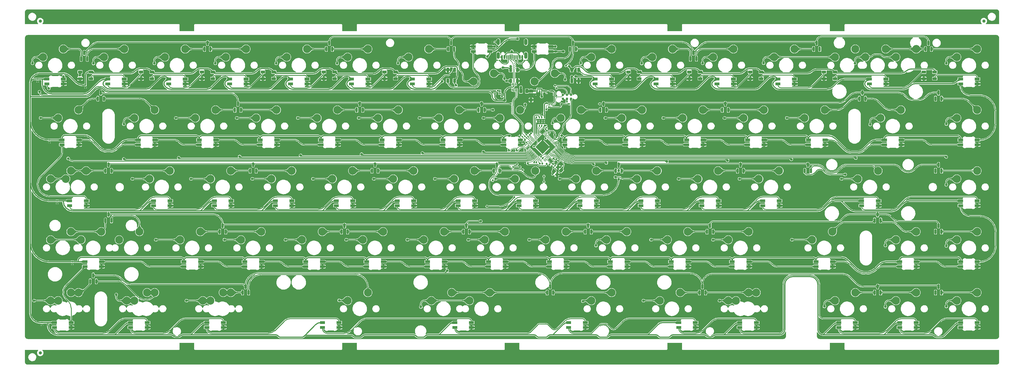
<source format=gbl>
G04 #@! TF.GenerationSoftware,KiCad,Pcbnew,(7.0.0)*
G04 #@! TF.CreationDate,2023-05-15T23:08:46-07:00*
G04 #@! TF.ProjectId,pcb-solder-rails,7063622d-736f-46c6-9465-722d7261696c,1.0*
G04 #@! TF.SameCoordinates,Original*
G04 #@! TF.FileFunction,Copper,L2,Bot*
G04 #@! TF.FilePolarity,Positive*
%FSLAX46Y46*%
G04 Gerber Fmt 4.6, Leading zero omitted, Abs format (unit mm)*
G04 Created by KiCad (PCBNEW (7.0.0)) date 2023-05-15 23:08:46*
%MOMM*%
%LPD*%
G01*
G04 APERTURE LIST*
G04 Aperture macros list*
%AMRoundRect*
0 Rectangle with rounded corners*
0 $1 Rounding radius*
0 $2 $3 $4 $5 $6 $7 $8 $9 X,Y pos of 4 corners*
0 Add a 4 corners polygon primitive as box body*
4,1,4,$2,$3,$4,$5,$6,$7,$8,$9,$2,$3,0*
0 Add four circle primitives for the rounded corners*
1,1,$1+$1,$2,$3*
1,1,$1+$1,$4,$5*
1,1,$1+$1,$6,$7*
1,1,$1+$1,$8,$9*
0 Add four rect primitives between the rounded corners*
20,1,$1+$1,$2,$3,$4,$5,0*
20,1,$1+$1,$4,$5,$6,$7,0*
20,1,$1+$1,$6,$7,$8,$9,0*
20,1,$1+$1,$8,$9,$2,$3,0*%
%AMRotRect*
0 Rectangle, with rotation*
0 The origin of the aperture is its center*
0 $1 length*
0 $2 width*
0 $3 Rotation angle, in degrees counterclockwise*
0 Add horizontal line*
21,1,$1,$2,0,0,$3*%
%AMFreePoly0*
4,1,6,0.250000,-0.065000,0.250000,-0.095000,-0.175000,-0.095000,-0.175000,0.185000,0.005000,0.185000,0.250000,-0.065000,0.250000,-0.065000,$1*%
%AMFreePoly1*
4,1,6,0.250000,0.065000,0.005000,-0.185000,-0.175000,-0.185000,-0.175000,0.095000,0.250000,0.095000,0.250000,0.065000,0.250000,0.065000,$1*%
%AMFreePoly2*
4,1,6,0.175000,-0.185000,-0.005000,-0.185000,-0.250000,0.065000,-0.250000,0.095000,0.175000,0.095000,0.175000,-0.185000,0.175000,-0.185000,$1*%
%AMFreePoly3*
4,1,6,0.175000,-0.095000,-0.250000,-0.095000,-0.250000,-0.065000,-0.005000,0.185000,0.175000,0.185000,0.175000,-0.095000,0.175000,-0.095000,$1*%
G04 Aperture macros list end*
G04 #@! TA.AperFunction,SMDPad,CuDef*
%ADD10RoundRect,0.082000X-0.718000X0.328000X-0.718000X-0.328000X0.718000X-0.328000X0.718000X0.328000X0*%
G04 #@! TD*
G04 #@! TA.AperFunction,ComponentPad*
%ADD11C,2.500000*%
G04 #@! TD*
G04 #@! TA.AperFunction,SMDPad,CuDef*
%ADD12RoundRect,0.082000X0.718000X-0.328000X0.718000X0.328000X-0.718000X0.328000X-0.718000X-0.328000X0*%
G04 #@! TD*
G04 #@! TA.AperFunction,SMDPad,CuDef*
%ADD13C,1.000000*%
G04 #@! TD*
G04 #@! TA.AperFunction,SMDPad,CuDef*
%ADD14RoundRect,0.100000X0.130000X0.100000X-0.130000X0.100000X-0.130000X-0.100000X0.130000X-0.100000X0*%
G04 #@! TD*
G04 #@! TA.AperFunction,SMDPad,CuDef*
%ADD15RoundRect,0.150000X0.150000X-0.587500X0.150000X0.587500X-0.150000X0.587500X-0.150000X-0.587500X0*%
G04 #@! TD*
G04 #@! TA.AperFunction,SMDPad,CuDef*
%ADD16RoundRect,0.090000X0.560000X-0.360000X0.560000X0.360000X-0.560000X0.360000X-0.560000X-0.360000X0*%
G04 #@! TD*
G04 #@! TA.AperFunction,SMDPad,CuDef*
%ADD17FreePoly0,180.000000*%
G04 #@! TD*
G04 #@! TA.AperFunction,SMDPad,CuDef*
%ADD18FreePoly1,180.000000*%
G04 #@! TD*
G04 #@! TA.AperFunction,SMDPad,CuDef*
%ADD19FreePoly2,180.000000*%
G04 #@! TD*
G04 #@! TA.AperFunction,SMDPad,CuDef*
%ADD20FreePoly3,180.000000*%
G04 #@! TD*
G04 #@! TA.AperFunction,SMDPad,CuDef*
%ADD21RotRect,0.480000X0.480000X225.000000*%
G04 #@! TD*
G04 #@! TA.AperFunction,SMDPad,CuDef*
%ADD22RotRect,1.150000X1.000000X45.000000*%
G04 #@! TD*
G04 #@! TA.AperFunction,SMDPad,CuDef*
%ADD23RoundRect,0.100000X-0.021213X-0.162635X0.162635X0.021213X0.021213X0.162635X-0.162635X-0.021213X0*%
G04 #@! TD*
G04 #@! TA.AperFunction,SMDPad,CuDef*
%ADD24RoundRect,0.100000X-0.100000X0.130000X-0.100000X-0.130000X0.100000X-0.130000X0.100000X0.130000X0*%
G04 #@! TD*
G04 #@! TA.AperFunction,SMDPad,CuDef*
%ADD25R,0.375000X0.500000*%
G04 #@! TD*
G04 #@! TA.AperFunction,SMDPad,CuDef*
%ADD26R,0.300000X0.650000*%
G04 #@! TD*
G04 #@! TA.AperFunction,SMDPad,CuDef*
%ADD27RoundRect,0.100000X-0.162635X0.021213X0.021213X-0.162635X0.162635X-0.021213X-0.021213X0.162635X0*%
G04 #@! TD*
G04 #@! TA.AperFunction,SMDPad,CuDef*
%ADD28RoundRect,0.100000X0.100000X-0.130000X0.100000X0.130000X-0.100000X0.130000X-0.100000X-0.130000X0*%
G04 #@! TD*
G04 #@! TA.AperFunction,SMDPad,CuDef*
%ADD29C,0.787000*%
G04 #@! TD*
G04 #@! TA.AperFunction,SMDPad,CuDef*
%ADD30R,0.400000X0.800000*%
G04 #@! TD*
G04 #@! TA.AperFunction,SMDPad,CuDef*
%ADD31R,0.800000X0.350000*%
G04 #@! TD*
G04 #@! TA.AperFunction,SMDPad,CuDef*
%ADD32R,0.600000X1.150000*%
G04 #@! TD*
G04 #@! TA.AperFunction,SMDPad,CuDef*
%ADD33R,0.300000X1.150000*%
G04 #@! TD*
G04 #@! TA.AperFunction,ComponentPad*
%ADD34O,1.000000X2.000000*%
G04 #@! TD*
G04 #@! TA.AperFunction,ComponentPad*
%ADD35O,1.050000X2.100000*%
G04 #@! TD*
G04 #@! TA.AperFunction,SMDPad,CuDef*
%ADD36RoundRect,0.100000X0.162635X-0.021213X-0.021213X0.162635X-0.162635X0.021213X0.021213X-0.162635X0*%
G04 #@! TD*
G04 #@! TA.AperFunction,SMDPad,CuDef*
%ADD37RoundRect,0.050000X0.238649X0.309359X-0.309359X-0.238649X-0.238649X-0.309359X0.309359X0.238649X0*%
G04 #@! TD*
G04 #@! TA.AperFunction,SMDPad,CuDef*
%ADD38RoundRect,0.050000X-0.238649X0.309359X-0.309359X0.238649X0.238649X-0.309359X0.309359X-0.238649X0*%
G04 #@! TD*
G04 #@! TA.AperFunction,SMDPad,CuDef*
%ADD39RotRect,3.200000X3.200000X225.000000*%
G04 #@! TD*
G04 #@! TA.AperFunction,SMDPad,CuDef*
%ADD40RoundRect,0.100000X-0.130000X-0.100000X0.130000X-0.100000X0.130000X0.100000X-0.130000X0.100000X0*%
G04 #@! TD*
G04 #@! TA.AperFunction,SMDPad,CuDef*
%ADD41RoundRect,0.090000X0.360000X0.560000X-0.360000X0.560000X-0.360000X-0.560000X0.360000X-0.560000X0*%
G04 #@! TD*
G04 #@! TA.AperFunction,SMDPad,CuDef*
%ADD42RoundRect,0.140000X-0.170000X0.140000X-0.170000X-0.140000X0.170000X-0.140000X0.170000X0.140000X0*%
G04 #@! TD*
G04 #@! TA.AperFunction,SMDPad,CuDef*
%ADD43RoundRect,0.100000X0.021213X0.162635X-0.162635X-0.021213X-0.021213X-0.162635X0.162635X0.021213X0*%
G04 #@! TD*
G04 #@! TA.AperFunction,SMDPad,CuDef*
%ADD44R,0.700000X0.340000*%
G04 #@! TD*
G04 #@! TA.AperFunction,SMDPad,CuDef*
%ADD45RoundRect,0.090000X-0.360000X-0.560000X0.360000X-0.560000X0.360000X0.560000X-0.360000X0.560000X0*%
G04 #@! TD*
G04 #@! TA.AperFunction,SMDPad,CuDef*
%ADD46RoundRect,0.250000X0.300000X-0.300000X0.300000X0.300000X-0.300000X0.300000X-0.300000X-0.300000X0*%
G04 #@! TD*
G04 #@! TA.AperFunction,SMDPad,CuDef*
%ADD47RoundRect,0.243750X-0.243750X-0.456250X0.243750X-0.456250X0.243750X0.456250X-0.243750X0.456250X0*%
G04 #@! TD*
G04 #@! TA.AperFunction,ViaPad*
%ADD48C,0.600000*%
G04 #@! TD*
G04 #@! TA.AperFunction,ViaPad*
%ADD49C,0.800000*%
G04 #@! TD*
G04 #@! TA.AperFunction,Conductor*
%ADD50C,0.250000*%
G04 #@! TD*
G04 #@! TA.AperFunction,Conductor*
%ADD51C,0.128000*%
G04 #@! TD*
G04 #@! TA.AperFunction,Conductor*
%ADD52C,0.350000*%
G04 #@! TD*
G04 #@! TA.AperFunction,Conductor*
%ADD53C,0.200000*%
G04 #@! TD*
G04 APERTURE END LIST*
D10*
G04 #@! TO.P,D16,1,VDD*
G04 #@! TO.N,Board_0-VCC*
X26099500Y89520001D03*
G04 #@! TO.P,D16,2,DOUT*
G04 #@! TO.N,Board_0-Net-(D16-DOUT)*
X26099500Y88020001D03*
G04 #@! TO.P,D16,3,VSS*
G04 #@! TO.N,Board_0-GND*
X31299500Y88020001D03*
G04 #@! TO.P,D16,4,DIN*
G04 #@! TO.N,Board_0-Net-(D1-DOUT)*
X31299500Y89520001D03*
G04 #@! TD*
D11*
G04 #@! TO.P,MX68,1,COL*
G04 #@! TO.N,Board_0-C0*
X8220750Y58290000D03*
G04 #@! TO.P,MX68,2,ROW*
G04 #@! TO.N,Board_0-Net-(D100-A2)*
X14570750Y60830000D03*
G04 #@! TD*
G04 #@! TO.P,MX18,1,COL*
G04 #@! TO.N,Board_0-C2*
X53464500Y77340000D03*
G04 #@! TO.P,MX18,2,ROW*
G04 #@! TO.N,Board_0-Net-(D93-A2)*
X59814500Y79880000D03*
G04 #@! TD*
G04 #@! TO.P,MX6,1,COL*
G04 #@! TO.N,Board_0-C5*
X101089500Y96390000D03*
G04 #@! TO.P,MX6,2,ROW*
G04 #@! TO.N,Board_0-Net-(D86-A1)*
X107439500Y98930000D03*
G04 #@! TD*
G04 #@! TO.P,MX67,1,COL*
G04 #@! TO.N,Board_0-C14*
X291589500Y20190000D03*
G04 #@! TO.P,MX67,2,ROW*
G04 #@! TO.N,Board_0-Net-(D119-A1)*
X297939500Y22730000D03*
G04 #@! TD*
D10*
G04 #@! TO.P,D65,1,VDD*
G04 #@! TO.N,Board_0-VCC*
X145162000Y32370001D03*
G04 #@! TO.P,D65,2,DOUT*
G04 #@! TO.N,Board_0-Net-(D64-DIN)*
X145162000Y30870001D03*
G04 #@! TO.P,D65,3,VSS*
G04 #@! TO.N,Board_0-GND*
X150362000Y30870001D03*
G04 #@! TO.P,D65,4,DIN*
G04 #@! TO.N,Board_0-Net-(D65-DIN)*
X150362000Y32370001D03*
G04 #@! TD*
G04 #@! TO.P,D81,1,VDD*
G04 #@! TO.N,Board_0-VCC*
X254699500Y13320001D03*
G04 #@! TO.P,D81,2,DOUT*
G04 #@! TO.N,Board_0-Net-(D81-DOUT)*
X254699500Y11820001D03*
G04 #@! TO.P,D81,3,VSS*
G04 #@! TO.N,Board_0-GND*
X259899500Y11820001D03*
G04 #@! TO.P,D81,4,DIN*
G04 #@! TO.N,Board_0-Net-(D80-DOUT)*
X259899500Y13320001D03*
G04 #@! TD*
D11*
G04 #@! TO.P,MX78,1,COL*
G04 #@! TO.N,Board_0-C5*
X101089500Y20190000D03*
G04 #@! TO.P,MX78,2,ROW*
G04 #@! TO.N,Board_0-Net-(D116-A1)*
X107439500Y22730000D03*
G04 #@! TD*
G04 #@! TO.P,MX73,1,COL*
G04 #@! TO.N,Board_0-C0*
X8220750Y39240000D03*
G04 #@! TO.P,MX73,2,ROW*
G04 #@! TO.N,Board_0-Net-(D107-A2)*
X14570750Y41780000D03*
G04 #@! TD*
D10*
G04 #@! TO.P,D72,1,VDD*
G04 #@! TO.N,Board_0-VCC*
X292799500Y32370001D03*
G04 #@! TO.P,D72,2,DOUT*
G04 #@! TO.N,Board_0-Net-(D71-DIN)*
X292799500Y30870001D03*
G04 #@! TO.P,D72,3,VSS*
G04 #@! TO.N,Board_0-GND*
X297999500Y30870001D03*
G04 #@! TO.P,D72,4,DIN*
G04 #@! TO.N,Board_0-Net-(D58-DOUT)*
X297999500Y32370001D03*
G04 #@! TD*
D11*
G04 #@! TO.P,MX59,1,COL*
G04 #@! TO.N,Board_0-C0*
X8220750Y20190000D03*
G04 #@! TO.P,MX59,2,ROW*
G04 #@! TO.N,Board_0-Net-(D115-A2)*
X14570750Y22730000D03*
G04 #@! TD*
G04 #@! TO.P,MX36,1,COL*
G04 #@! TO.N,Board_0-C5*
X115377000Y58290000D03*
G04 #@! TO.P,MX36,2,ROW*
G04 #@! TO.N,Board_0-Net-(D102-A1)*
X121727000Y60830000D03*
G04 #@! TD*
G04 #@! TO.P,MX71,1,COL*
G04 #@! TO.N,Board_0-C2*
X58227000Y20190000D03*
G04 #@! TO.P,MX71,2,ROW*
G04 #@! TO.N,Board_0-Net-(D116-A2)*
X64577000Y22730000D03*
G04 #@! TD*
G04 #@! TO.P,MX2,1,COL*
G04 #@! TO.N,Board_0-C1*
X24889500Y96390000D03*
G04 #@! TO.P,MX2,2,ROW*
G04 #@! TO.N,Board_0-Net-(D84-A1)*
X31239500Y98930000D03*
G04 #@! TD*
D10*
G04 #@! TO.P,D25,1,VDD*
G04 #@! TO.N,Board_0-VCC*
X197549500Y89520001D03*
G04 #@! TO.P,D25,2,DOUT*
G04 #@! TO.N,Board_0-Net-(D11-DIN)*
X197549500Y88020001D03*
G04 #@! TO.P,D25,3,VSS*
G04 #@! TO.N,Board_0-GND*
X202749500Y88020001D03*
G04 #@! TO.P,D25,4,DIN*
G04 #@! TO.N,Board_0-Net-(D10-DOUT)*
X202749500Y89520001D03*
G04 #@! TD*
G04 #@! TO.P,D17,1,VDD*
G04 #@! TO.N,Board_0-VCC*
X45149500Y89520001D03*
G04 #@! TO.P,D17,2,DOUT*
G04 #@! TO.N,Board_0-Net-(D17-DOUT)*
X45149500Y88020001D03*
G04 #@! TO.P,D17,3,VSS*
G04 #@! TO.N,Board_0-GND*
X50349500Y88020001D03*
G04 #@! TO.P,D17,4,DIN*
G04 #@! TO.N,Board_0-Net-(D17-DIN)*
X50349500Y89520001D03*
G04 #@! TD*
G04 #@! TO.P,D78,1,VDD*
G04 #@! TO.N,Board_0-VCC*
X170226000Y13320001D03*
G04 #@! TO.P,D78,2,DOUT*
G04 #@! TO.N,Board_0-Net-(D78-DOUT)*
X170226000Y11820001D03*
G04 #@! TO.P,D78,3,VSS*
G04 #@! TO.N,Board_0-GND*
X175426000Y11820001D03*
G04 #@! TO.P,D78,4,DIN*
G04 #@! TO.N,Board_0-Net-(D77-DOUT)*
X175426000Y13320001D03*
G04 #@! TD*
D11*
G04 #@! TO.P,MX69,1,COL*
G04 #@! TO.N,Board_0-C0*
X10602000Y20190000D03*
G04 #@! TO.P,MX69,2,ROW*
G04 #@! TO.N,Board_0-Net-(D115-A2)*
X16952000Y22730000D03*
G04 #@! TD*
D10*
G04 #@! TO.P,D71,1,VDD*
G04 #@! TO.N,Board_0-VCC*
X273749500Y32370001D03*
G04 #@! TO.P,D71,2,DOUT*
G04 #@! TO.N,Board_0-Net-(D70-DIN)*
X273749500Y30870001D03*
G04 #@! TO.P,D71,3,VSS*
G04 #@! TO.N,Board_0-GND*
X278949500Y30870001D03*
G04 #@! TO.P,D71,4,DIN*
G04 #@! TO.N,Board_0-Net-(D71-DIN)*
X278949500Y32370001D03*
G04 #@! TD*
D11*
G04 #@! TO.P,MX60,1,COL*
G04 #@! TO.N,Board_0-C1*
X32033250Y20190000D03*
G04 #@! TO.P,MX60,2,ROW*
G04 #@! TO.N,Board_0-Net-(D115-A1)*
X38383250Y22730000D03*
G04 #@! TD*
G04 #@! TO.P,MX58,1,COL*
G04 #@! TO.N,Board_0-C14*
X291589500Y39240000D03*
G04 #@! TO.P,MX58,2,ROW*
G04 #@! TO.N,Board_0-Net-(D114-A1)*
X297939500Y41780000D03*
G04 #@! TD*
D10*
G04 #@! TO.P,D29,1,VDD*
G04 #@! TO.N,Board_0-VCC*
X292799500Y89520001D03*
G04 #@! TO.P,D29,2,DOUT*
G04 #@! TO.N,Board_0-Net-(D29-DOUT)*
X292799500Y88020001D03*
G04 #@! TO.P,D29,3,VSS*
G04 #@! TO.N,Board_0-GND*
X297999500Y88020001D03*
G04 #@! TO.P,D29,4,DIN*
G04 #@! TO.N,Board_0-Net-(D14-DOUT)*
X297999500Y89520001D03*
G04 #@! TD*
G04 #@! TO.P,D48,1,VDD*
G04 #@! TO.N,Board_0-VCC*
X78487000Y51420001D03*
G04 #@! TO.P,D48,2,DOUT*
G04 #@! TO.N,Board_0-Net-(D48-DOUT)*
X78487000Y49920001D03*
G04 #@! TO.P,D48,3,VSS*
G04 #@! TO.N,Board_0-GND*
X83687000Y49920001D03*
G04 #@! TO.P,D48,4,DIN*
G04 #@! TO.N,Board_0-Net-(D47-DOUT)*
X83687000Y51420001D03*
G04 #@! TD*
D11*
G04 #@! TO.P,MX20,1,COL*
G04 #@! TO.N,Board_0-C4*
X91564500Y77340000D03*
G04 #@! TO.P,MX20,2,ROW*
G04 #@! TO.N,Board_0-Net-(D94-A2)*
X97914500Y79880000D03*
G04 #@! TD*
G04 #@! TO.P,MX40,1,COL*
G04 #@! TO.N,Board_0-C9*
X191577000Y58290000D03*
G04 #@! TO.P,MX40,2,ROW*
G04 #@! TO.N,Board_0-Net-(D104-A1)*
X197927000Y60830000D03*
G04 #@! TD*
D10*
G04 #@! TO.P,D73,1,VDD*
G04 #@! TO.N,Board_0-VCC*
X9430750Y13320001D03*
G04 #@! TO.P,D73,2,DOUT*
G04 #@! TO.N,Board_0-Net-(D73-DOUT)*
X9430750Y11820001D03*
G04 #@! TO.P,D73,3,VSS*
G04 #@! TO.N,Board_0-GND*
X14630750Y11820001D03*
G04 #@! TO.P,D73,4,DIN*
G04 #@! TO.N,Board_0-Net-(D59-DOUT)*
X14630750Y13320001D03*
G04 #@! TD*
G04 #@! TO.P,D67,1,VDD*
G04 #@! TO.N,Board_0-VCC*
X183262000Y32370001D03*
G04 #@! TO.P,D67,2,DOUT*
G04 #@! TO.N,Board_0-Net-(D66-DIN)*
X183262000Y30870001D03*
G04 #@! TO.P,D67,3,VSS*
G04 #@! TO.N,Board_0-GND*
X188462000Y30870001D03*
G04 #@! TO.P,D67,4,DIN*
G04 #@! TO.N,Board_0-Net-(D67-DIN)*
X188462000Y32370001D03*
G04 #@! TD*
D11*
G04 #@! TO.P,MX28,1,COL*
G04 #@! TO.N,Board_0-C12*
X243964500Y77340000D03*
G04 #@! TO.P,MX28,2,ROW*
G04 #@! TO.N,Board_0-Net-(D98-A2)*
X250314500Y79880000D03*
G04 #@! TD*
D10*
G04 #@! TO.P,D37,1,VDD*
G04 #@! TO.N,Board_0-VCC*
X149924500Y70470001D03*
G04 #@! TO.P,D37,2,DOUT*
G04 #@! TO.N,Board_0-Net-(D36-DIN)*
X149924500Y68970001D03*
G04 #@! TO.P,D37,3,VSS*
G04 #@! TO.N,Board_0-GND*
X155124500Y68970001D03*
G04 #@! TO.P,D37,4,DIN*
G04 #@! TO.N,Board_0-Net-(D37-DIN)*
X155124500Y70470001D03*
G04 #@! TD*
D11*
G04 #@! TO.P,MX52,1,COL*
G04 #@! TO.N,Board_0-C8*
X163002000Y39240000D03*
G04 #@! TO.P,MX52,2,ROW*
G04 #@! TO.N,Board_0-Net-(D111-A2)*
X169352000Y41780000D03*
G04 #@! TD*
D10*
G04 #@! TO.P,D28,1,VDD*
G04 #@! TO.N,Board_0-VCC*
X264224500Y89520001D03*
G04 #@! TO.P,D28,2,DOUT*
G04 #@! TO.N,Board_0-Net-(D14-DIN)*
X264224500Y88020001D03*
G04 #@! TO.P,D28,3,VSS*
G04 #@! TO.N,Board_0-GND*
X269424500Y88020001D03*
G04 #@! TO.P,D28,4,DIN*
G04 #@! TO.N,Board_0-Net-(D13-DOUT)*
X269424500Y89520001D03*
G04 #@! TD*
D11*
G04 #@! TO.P,MX8,1,COL*
G04 #@! TO.N,Board_0-C7*
X146809500Y91310000D03*
G04 #@! TO.P,MX8,2,ROW*
G04 #@! TO.N,Board_0-Net-(D87-A1)*
X140459500Y88770000D03*
G04 #@! TD*
G04 #@! TO.P,MX12,1,COL*
G04 #@! TO.N,Board_0-C11*
X215389500Y96390000D03*
G04 #@! TO.P,MX12,2,ROW*
G04 #@! TO.N,Board_0-Net-(D89-A1)*
X221739500Y98930000D03*
G04 #@! TD*
G04 #@! TO.P,MX46,1,COL*
G04 #@! TO.N,Board_0-C2*
X48702000Y39240000D03*
G04 #@! TO.P,MX46,2,ROW*
G04 #@! TO.N,Board_0-Net-(D108-A2)*
X55052000Y41780000D03*
G04 #@! TD*
G04 #@! TO.P,MX38,1,COL*
G04 #@! TO.N,Board_0-C7*
X153477000Y58290000D03*
G04 #@! TO.P,MX38,2,ROW*
G04 #@! TO.N,Board_0-Net-(D103-A1)*
X159827000Y60830000D03*
G04 #@! TD*
G04 #@! TO.P,MX72,1,COL*
G04 #@! TO.N,Board_0-C7*
X139189500Y20190000D03*
G04 #@! TO.P,MX72,2,ROW*
G04 #@! TO.N,Board_0-Net-(D122-A2)*
X145539500Y22730000D03*
G04 #@! TD*
D10*
G04 #@! TO.P,D51,1,VDD*
G04 #@! TO.N,Board_0-VCC*
X135637000Y51420001D03*
G04 #@! TO.P,D51,2,DOUT*
G04 #@! TO.N,Board_0-Net-(D51-DOUT)*
X135637000Y49920001D03*
G04 #@! TO.P,D51,3,VSS*
G04 #@! TO.N,Board_0-GND*
X140837000Y49920001D03*
G04 #@! TO.P,D51,4,DIN*
G04 #@! TO.N,Board_0-Net-(D50-DOUT)*
X140837000Y51420001D03*
G04 #@! TD*
G04 #@! TO.P,D38,1,VDD*
G04 #@! TO.N,Board_0-VCC*
X168974500Y70470001D03*
G04 #@! TO.P,D38,2,DOUT*
G04 #@! TO.N,Board_0-Net-(D37-DIN)*
X168974500Y68970001D03*
G04 #@! TO.P,D38,3,VSS*
G04 #@! TO.N,Board_0-GND*
X174174500Y68970001D03*
G04 #@! TO.P,D38,4,DIN*
G04 #@! TO.N,Board_0-Net-(D38-DIN)*
X174174500Y70470001D03*
G04 #@! TD*
D11*
G04 #@! TO.P,MX29,1,COL*
G04 #@! TO.N,Board_0-C13*
X267777000Y77340000D03*
G04 #@! TO.P,MX29,2,ROW*
G04 #@! TO.N,Board_0-Net-(D98-A1)*
X274127000Y79880000D03*
G04 #@! TD*
D10*
G04 #@! TO.P,D55,1,VDD*
G04 #@! TO.N,Board_0-VCC*
X211837000Y51420001D03*
G04 #@! TO.P,D55,2,DOUT*
G04 #@! TO.N,Board_0-Net-(D55-DOUT)*
X211837000Y49920001D03*
G04 #@! TO.P,D55,3,VSS*
G04 #@! TO.N,Board_0-GND*
X217037000Y49920001D03*
G04 #@! TO.P,D55,4,DIN*
G04 #@! TO.N,Board_0-Net-(D54-DOUT)*
X217037000Y51420001D03*
G04 #@! TD*
G04 #@! TO.P,D76,1,VDD*
G04 #@! TO.N,Board_0-VCC*
X93240500Y13317901D03*
G04 #@! TO.P,D76,2,DOUT*
G04 #@! TO.N,Board_0-Net-(D76-DOUT)*
X93240500Y11817901D03*
G04 #@! TO.P,D76,3,VSS*
G04 #@! TO.N,Board_0-GND*
X98440500Y11817901D03*
G04 #@! TO.P,D76,4,DIN*
G04 #@! TO.N,Board_0-Net-(D75-DOUT)*
X98440500Y13317901D03*
G04 #@! TD*
D11*
G04 #@! TO.P,MX33,1,COL*
G04 #@! TO.N,Board_0-C2*
X58227000Y58290000D03*
G04 #@! TO.P,MX33,2,ROW*
G04 #@! TO.N,Board_0-Net-(D101-A2)*
X64577000Y60830000D03*
G04 #@! TD*
D10*
G04 #@! TO.P,D15,1,VDD*
G04 #@! TO.N,Board_0-VCC*
X7049500Y89520001D03*
G04 #@! TO.P,D15,2,DOUT*
G04 #@! TO.N,Board_0-Net-(D1-DIN)*
X7049500Y88020001D03*
G04 #@! TO.P,D15,3,VSS*
G04 #@! TO.N,Board_0-GND*
X12249500Y88020001D03*
G04 #@! TO.P,D15,4,DIN*
G04 #@! TO.N,Board_0-/RGB_5V*
X12249500Y89520001D03*
G04 #@! TD*
D11*
G04 #@! TO.P,MX43,1,COL*
G04 #@! TO.N,Board_0-C13*
X260633250Y58290000D03*
G04 #@! TO.P,MX43,2,ROW*
G04 #@! TO.N,Board_0-Net-(D121-A1)*
X266983250Y60830000D03*
G04 #@! TD*
D10*
G04 #@! TO.P,D74,1,VDD*
G04 #@! TO.N,Board_0-VCC*
X33243250Y13320001D03*
G04 #@! TO.P,D74,2,DOUT*
G04 #@! TO.N,Board_0-Net-(D74-DOUT)*
X33243250Y11820001D03*
G04 #@! TO.P,D74,3,VSS*
G04 #@! TO.N,Board_0-GND*
X38443250Y11820001D03*
G04 #@! TO.P,D74,4,DIN*
G04 #@! TO.N,Board_0-Net-(D73-DOUT)*
X38443250Y13320001D03*
G04 #@! TD*
G04 #@! TO.P,D27,1,VDD*
G04 #@! TO.N,Board_0-VCC*
X235649500Y89520001D03*
G04 #@! TO.P,D27,2,DOUT*
G04 #@! TO.N,Board_0-Net-(D13-DIN)*
X235649500Y88020001D03*
G04 #@! TO.P,D27,3,VSS*
G04 #@! TO.N,Board_0-GND*
X240849500Y88020001D03*
G04 #@! TO.P,D27,4,DIN*
G04 #@! TO.N,Board_0-Net-(D12-DOUT)*
X240849500Y89520001D03*
G04 #@! TD*
D11*
G04 #@! TO.P,MX34,1,COL*
G04 #@! TO.N,Board_0-C3*
X77277000Y58290000D03*
G04 #@! TO.P,MX34,2,ROW*
G04 #@! TO.N,Board_0-Net-(D101-A1)*
X83627000Y60830000D03*
G04 #@! TD*
G04 #@! TO.P,MX9,1,COL*
G04 #@! TO.N,Board_0-C8*
X165859500Y91310000D03*
G04 #@! TO.P,MX9,2,ROW*
G04 #@! TO.N,Board_0-Net-(D88-A2)*
X159509500Y88770000D03*
G04 #@! TD*
D10*
G04 #@! TO.P,D58,1,VDD*
G04 #@! TO.N,Board_0-VCC*
X292799500Y51420001D03*
G04 #@! TO.P,D58,2,DOUT*
G04 #@! TO.N,Board_0-Net-(D58-DOUT)*
X292799500Y49920001D03*
G04 #@! TO.P,D58,3,VSS*
G04 #@! TO.N,Board_0-GND*
X297999500Y49920001D03*
G04 #@! TO.P,D58,4,DIN*
G04 #@! TO.N,Board_0-Net-(D57-DOUT)*
X297999500Y51420001D03*
G04 #@! TD*
D11*
G04 #@! TO.P,MX64,1,COL*
G04 #@! TO.N,Board_0-C11*
X222533250Y20190000D03*
G04 #@! TO.P,MX64,2,ROW*
G04 #@! TO.N,Board_0-Net-(D117-A1)*
X228883250Y22730000D03*
G04 #@! TD*
G04 #@! TO.P,MX62,1,COL*
G04 #@! TO.N,Board_0-C7*
X127283250Y20190000D03*
G04 #@! TO.P,MX62,2,ROW*
G04 #@! TO.N,Board_0-Net-(D122-A2)*
X133633250Y22730000D03*
G04 #@! TD*
G04 #@! TO.P,MX1,1,COL*
G04 #@! TO.N,Board_0-C0*
X5839500Y96390000D03*
G04 #@! TO.P,MX1,2,ROW*
G04 #@! TO.N,Board_0-Net-(D84-A2)*
X12189500Y98930000D03*
G04 #@! TD*
D10*
G04 #@! TO.P,D54,1,VDD*
G04 #@! TO.N,Board_0-VCC*
X192787000Y51420001D03*
G04 #@! TO.P,D54,2,DOUT*
G04 #@! TO.N,Board_0-Net-(D54-DOUT)*
X192787000Y49920001D03*
G04 #@! TO.P,D54,3,VSS*
G04 #@! TO.N,Board_0-GND*
X197987000Y49920001D03*
G04 #@! TO.P,D54,4,DIN*
G04 #@! TO.N,Board_0-Net-(D53-DOUT)*
X197987000Y51420001D03*
G04 #@! TD*
D12*
G04 #@! TO.P,D22,1,VDD*
G04 #@! TO.N,Board_0-VCC*
X145599500Y98179999D03*
G04 #@! TO.P,D22,2,DOUT*
G04 #@! TO.N,Board_0-Net-(D22-DOUT)*
X145599500Y99679999D03*
G04 #@! TO.P,D22,3,VSS*
G04 #@! TO.N,Board_0-GND*
X140399500Y99679999D03*
G04 #@! TO.P,D22,4,DIN*
G04 #@! TO.N,Board_0-Net-(D22-DIN)*
X140399500Y98179999D03*
G04 #@! TD*
D11*
G04 #@! TO.P,MX79,1,COL*
G04 #@! TO.N,Board_0-C9*
X177289500Y20190000D03*
G04 #@! TO.P,MX79,2,ROW*
G04 #@! TO.N,Board_0-Net-(D122-A1)*
X183639500Y22730000D03*
G04 #@! TD*
G04 #@! TO.P,MX54,1,COL*
G04 #@! TO.N,Board_0-C10*
X201102000Y39240000D03*
G04 #@! TO.P,MX54,2,ROW*
G04 #@! TO.N,Board_0-Net-(D112-A2)*
X207452000Y41780000D03*
G04 #@! TD*
G04 #@! TO.P,MX70,1,COL*
G04 #@! TO.N,Board_0-C1*
X34414500Y20190000D03*
G04 #@! TO.P,MX70,2,ROW*
G04 #@! TO.N,Board_0-Net-(D115-A1)*
X40764500Y22730000D03*
G04 #@! TD*
G04 #@! TO.P,MX48,1,COL*
G04 #@! TO.N,Board_0-C4*
X86802000Y39240000D03*
G04 #@! TO.P,MX48,2,ROW*
G04 #@! TO.N,Board_0-Net-(D109-A2)*
X93152000Y41780000D03*
G04 #@! TD*
D10*
G04 #@! TO.P,D52,1,VDD*
G04 #@! TO.N,Board_0-VCC*
X154687000Y51420001D03*
G04 #@! TO.P,D52,2,DOUT*
G04 #@! TO.N,Board_0-Net-(D52-DOUT)*
X154687000Y49920001D03*
G04 #@! TO.P,D52,3,VSS*
G04 #@! TO.N,Board_0-GND*
X159887000Y49920001D03*
G04 #@! TO.P,D52,4,DIN*
G04 #@! TO.N,Board_0-Net-(D51-DOUT)*
X159887000Y51420001D03*
G04 #@! TD*
D11*
G04 #@! TO.P,MX35,1,COL*
G04 #@! TO.N,Board_0-C4*
X96327000Y58290000D03*
G04 #@! TO.P,MX35,2,ROW*
G04 #@! TO.N,Board_0-Net-(D102-A2)*
X102677000Y60830000D03*
G04 #@! TD*
D10*
G04 #@! TO.P,D40,1,VDD*
G04 #@! TO.N,Board_0-VCC*
X207074500Y70470001D03*
G04 #@! TO.P,D40,2,DOUT*
G04 #@! TO.N,Board_0-Net-(D39-DIN)*
X207074500Y68970001D03*
G04 #@! TO.P,D40,3,VSS*
G04 #@! TO.N,Board_0-GND*
X212274500Y68970001D03*
G04 #@! TO.P,D40,4,DIN*
G04 #@! TO.N,Board_0-Net-(D40-DIN)*
X212274500Y70470001D03*
G04 #@! TD*
G04 #@! TO.P,D49,1,VDD*
G04 #@! TO.N,Board_0-VCC*
X97537000Y51420001D03*
G04 #@! TO.P,D49,2,DOUT*
G04 #@! TO.N,Board_0-Net-(D49-DOUT)*
X97537000Y49920001D03*
G04 #@! TO.P,D49,3,VSS*
G04 #@! TO.N,Board_0-GND*
X102737000Y49920001D03*
G04 #@! TO.P,D49,4,DIN*
G04 #@! TO.N,Board_0-Net-(D48-DOUT)*
X102737000Y51420001D03*
G04 #@! TD*
D11*
G04 #@! TO.P,MX57,1,COL*
G04 #@! TO.N,Board_0-C13*
X272539500Y39240000D03*
G04 #@! TO.P,MX57,2,ROW*
G04 #@! TO.N,Board_0-Net-(D113-A1)*
X278889500Y41780000D03*
G04 #@! TD*
D10*
G04 #@! TO.P,D33,1,VDD*
G04 #@! TO.N,Board_0-VCC*
X73724500Y70470001D03*
G04 #@! TO.P,D33,2,DOUT*
G04 #@! TO.N,Board_0-Net-(D32-DIN)*
X73724500Y68970001D03*
G04 #@! TO.P,D33,3,VSS*
G04 #@! TO.N,Board_0-GND*
X78924500Y68970001D03*
G04 #@! TO.P,D33,4,DIN*
G04 #@! TO.N,Board_0-Net-(D33-DIN)*
X78924500Y70470001D03*
G04 #@! TD*
G04 #@! TO.P,D66,1,VDD*
G04 #@! TO.N,Board_0-VCC*
X164212000Y32370001D03*
G04 #@! TO.P,D66,2,DOUT*
G04 #@! TO.N,Board_0-Net-(D65-DIN)*
X164212000Y30870001D03*
G04 #@! TO.P,D66,3,VSS*
G04 #@! TO.N,Board_0-GND*
X169412000Y30870001D03*
G04 #@! TO.P,D66,4,DIN*
G04 #@! TO.N,Board_0-Net-(D66-DIN)*
X169412000Y32370001D03*
G04 #@! TD*
G04 #@! TO.P,D64,1,VDD*
G04 #@! TO.N,Board_0-VCC*
X126112000Y32370001D03*
G04 #@! TO.P,D64,2,DOUT*
G04 #@! TO.N,Board_0-Net-(D63-DIN)*
X126112000Y30870001D03*
G04 #@! TO.P,D64,3,VSS*
G04 #@! TO.N,Board_0-GND*
X131312000Y30870001D03*
G04 #@! TO.P,D64,4,DIN*
G04 #@! TO.N,Board_0-Net-(D64-DIN)*
X131312000Y32370001D03*
G04 #@! TD*
D11*
G04 #@! TO.P,MX39,1,COL*
G04 #@! TO.N,Board_0-C8*
X172527000Y58290000D03*
G04 #@! TO.P,MX39,2,ROW*
G04 #@! TO.N,Board_0-Net-(D104-A2)*
X178877000Y60830000D03*
G04 #@! TD*
G04 #@! TO.P,MX21,1,COL*
G04 #@! TO.N,Board_0-C5*
X110614500Y77340000D03*
G04 #@! TO.P,MX21,2,ROW*
G04 #@! TO.N,Board_0-Net-(D94-A1)*
X116964500Y79880000D03*
G04 #@! TD*
G04 #@! TO.P,MX23,1,COL*
G04 #@! TO.N,Board_0-C7*
X148714500Y77340000D03*
G04 #@! TO.P,MX23,2,ROW*
G04 #@! TO.N,Board_0-Net-(D95-A1)*
X155064500Y79880000D03*
G04 #@! TD*
D10*
G04 #@! TO.P,D69,1,VDD*
G04 #@! TO.N,Board_0-VCC*
X221362000Y32370001D03*
G04 #@! TO.P,D69,2,DOUT*
G04 #@! TO.N,Board_0-Net-(D68-DIN)*
X221362000Y30870001D03*
G04 #@! TO.P,D69,3,VSS*
G04 #@! TO.N,Board_0-GND*
X226562000Y30870001D03*
G04 #@! TO.P,D69,4,DIN*
G04 #@! TO.N,Board_0-Net-(D69-DIN)*
X226562000Y32370001D03*
G04 #@! TD*
D11*
G04 #@! TO.P,MX19,1,COL*
G04 #@! TO.N,Board_0-C3*
X72514500Y77340000D03*
G04 #@! TO.P,MX19,2,ROW*
G04 #@! TO.N,Board_0-Net-(D93-A1)*
X78864500Y79880000D03*
G04 #@! TD*
D10*
G04 #@! TO.P,D19,1,VDD*
G04 #@! TO.N,Board_0-VCC*
X83249500Y89520001D03*
G04 #@! TO.P,D19,2,DOUT*
G04 #@! TO.N,Board_0-Net-(D19-DOUT)*
X83249500Y88020001D03*
G04 #@! TO.P,D19,3,VSS*
G04 #@! TO.N,Board_0-GND*
X88449500Y88020001D03*
G04 #@! TO.P,D19,4,DIN*
G04 #@! TO.N,Board_0-Net-(D19-DIN)*
X88449500Y89520001D03*
G04 #@! TD*
G04 #@! TO.P,D39,1,VDD*
G04 #@! TO.N,Board_0-VCC*
X188024500Y70470001D03*
G04 #@! TO.P,D39,2,DOUT*
G04 #@! TO.N,Board_0-Net-(D38-DIN)*
X188024500Y68970001D03*
G04 #@! TO.P,D39,3,VSS*
G04 #@! TO.N,Board_0-GND*
X193224500Y68970001D03*
G04 #@! TO.P,D39,4,DIN*
G04 #@! TO.N,Board_0-Net-(D39-DIN)*
X193224500Y70470001D03*
G04 #@! TD*
D11*
G04 #@! TO.P,MX82,1,COL*
G04 #@! TO.N,Board_0-C12*
X253489500Y96390000D03*
G04 #@! TO.P,MX82,2,ROW*
G04 #@! TO.N,Board_0-Net-(D121-A2)*
X259839500Y98930000D03*
G04 #@! TD*
D10*
G04 #@! TO.P,D77,1,VDD*
G04 #@! TO.N,Board_0-VCC*
X134641250Y13320001D03*
G04 #@! TO.P,D77,2,DOUT*
G04 #@! TO.N,Board_0-Net-(D77-DOUT)*
X134641250Y11820001D03*
G04 #@! TO.P,D77,3,VSS*
G04 #@! TO.N,Board_0-GND*
X139841250Y11820001D03*
G04 #@! TO.P,D77,4,DIN*
G04 #@! TO.N,Board_0-Net-(D76-DOUT)*
X139841250Y13320001D03*
G04 #@! TD*
D12*
G04 #@! TO.P,D23,1,VDD*
G04 #@! TO.N,Board_0-VCC*
X164649500Y98179999D03*
G04 #@! TO.P,D23,2,DOUT*
G04 #@! TO.N,Board_0-Net-(D23-DOUT)*
X164649500Y99679999D03*
G04 #@! TO.P,D23,3,VSS*
G04 #@! TO.N,Board_0-GND*
X159449500Y99679999D03*
G04 #@! TO.P,D23,4,DIN*
G04 #@! TO.N,Board_0-Net-(D23-DIN)*
X159449500Y98179999D03*
G04 #@! TD*
D11*
G04 #@! TO.P,MX56,1,COL*
G04 #@! TO.N,Board_0-C12*
X246345750Y39240000D03*
G04 #@! TO.P,MX56,2,ROW*
G04 #@! TO.N,Board_0-Net-(D113-A2)*
X252695750Y41780000D03*
G04 #@! TD*
D10*
G04 #@! TO.P,D53,1,VDD*
G04 #@! TO.N,Board_0-VCC*
X173737000Y51420001D03*
G04 #@! TO.P,D53,2,DOUT*
G04 #@! TO.N,Board_0-Net-(D53-DOUT)*
X173737000Y49920001D03*
G04 #@! TO.P,D53,3,VSS*
G04 #@! TO.N,Board_0-GND*
X178937000Y49920001D03*
G04 #@! TO.P,D53,4,DIN*
G04 #@! TO.N,Board_0-Net-(D52-DOUT)*
X178937000Y51420001D03*
G04 #@! TD*
D11*
G04 #@! TO.P,MX44,1,COL*
G04 #@! TO.N,Board_0-C14*
X291589500Y58290000D03*
G04 #@! TO.P,MX44,2,ROW*
G04 #@! TO.N,Board_0-Net-(D106-A2)*
X297939500Y60830000D03*
G04 #@! TD*
G04 #@! TO.P,MX74,1,COL*
G04 #@! TO.N,Board_0-C11*
X220152000Y20190000D03*
G04 #@! TO.P,MX74,2,ROW*
G04 #@! TO.N,Board_0-Net-(D117-A1)*
X226502000Y22730000D03*
G04 #@! TD*
D10*
G04 #@! TO.P,D75,1,VDD*
G04 #@! TO.N,Board_0-VCC*
X57055750Y13320001D03*
G04 #@! TO.P,D75,2,DOUT*
G04 #@! TO.N,Board_0-Net-(D75-DOUT)*
X57055750Y11820001D03*
G04 #@! TO.P,D75,3,VSS*
G04 #@! TO.N,Board_0-GND*
X62255750Y11820001D03*
G04 #@! TO.P,D75,4,DIN*
G04 #@! TO.N,Board_0-Net-(D74-DOUT)*
X62255750Y13320001D03*
G04 #@! TD*
G04 #@! TO.P,D60,1,VDD*
G04 #@! TO.N,Board_0-VCC*
X49912000Y32370001D03*
G04 #@! TO.P,D60,2,DOUT*
G04 #@! TO.N,Board_0-Net-(D59-DIN)*
X49912000Y30870001D03*
G04 #@! TO.P,D60,3,VSS*
G04 #@! TO.N,Board_0-GND*
X55112000Y30870001D03*
G04 #@! TO.P,D60,4,DIN*
G04 #@! TO.N,Board_0-Net-(D60-DIN)*
X55112000Y32370001D03*
G04 #@! TD*
D11*
G04 #@! TO.P,MX7,1,COL*
G04 #@! TO.N,Board_0-C6*
X120139500Y96390000D03*
G04 #@! TO.P,MX7,2,ROW*
G04 #@! TO.N,Board_0-Net-(D87-A2)*
X126489500Y98930000D03*
G04 #@! TD*
G04 #@! TO.P,MX17,1,COL*
G04 #@! TO.N,Board_0-C1*
X34414500Y77340000D03*
G04 #@! TO.P,MX17,2,ROW*
G04 #@! TO.N,Board_0-Net-(D92-A1)*
X40764500Y79880000D03*
G04 #@! TD*
D10*
G04 #@! TO.P,D18,1,VDD*
G04 #@! TO.N,Board_0-VCC*
X64199500Y89520001D03*
G04 #@! TO.P,D18,2,DOUT*
G04 #@! TO.N,Board_0-Net-(D18-DOUT)*
X64199500Y88020001D03*
G04 #@! TO.P,D18,3,VSS*
G04 #@! TO.N,Board_0-GND*
X69399500Y88020001D03*
G04 #@! TO.P,D18,4,DIN*
G04 #@! TO.N,Board_0-Net-(D18-DIN)*
X69399500Y89520001D03*
G04 #@! TD*
D11*
G04 #@! TO.P,MX63,1,COL*
G04 #@! TO.N,Board_0-C10*
X198720750Y20190000D03*
G04 #@! TO.P,MX63,2,ROW*
G04 #@! TO.N,Board_0-Net-(D117-A2)*
X205070750Y22730000D03*
G04 #@! TD*
G04 #@! TO.P,MX45,1,COL*
G04 #@! TO.N,Board_0-C0*
X17745750Y39240000D03*
G04 #@! TO.P,MX45,2,ROW*
G04 #@! TO.N,Board_0-Net-(D107-A2)*
X24095750Y41780000D03*
G04 #@! TD*
G04 #@! TO.P,MX16,1,COL*
G04 #@! TO.N,Board_0-C0*
X10602000Y77340000D03*
G04 #@! TO.P,MX16,2,ROW*
G04 #@! TO.N,Board_0-Net-(D92-A2)*
X16952000Y79880000D03*
G04 #@! TD*
D10*
G04 #@! TO.P,D24,1,VDD*
G04 #@! TO.N,Board_0-VCC*
X178499500Y89520001D03*
G04 #@! TO.P,D24,2,DOUT*
G04 #@! TO.N,Board_0-Net-(D10-DIN)*
X178499500Y88020001D03*
G04 #@! TO.P,D24,3,VSS*
G04 #@! TO.N,Board_0-GND*
X183699500Y88020001D03*
G04 #@! TO.P,D24,4,DIN*
G04 #@! TO.N,Board_0-Net-(D24-DIN)*
X183699500Y89520001D03*
G04 #@! TD*
G04 #@! TO.P,D50,1,VDD*
G04 #@! TO.N,Board_0-VCC*
X116587000Y51420001D03*
G04 #@! TO.P,D50,2,DOUT*
G04 #@! TO.N,Board_0-Net-(D50-DOUT)*
X116587000Y49920001D03*
G04 #@! TO.P,D50,3,VSS*
G04 #@! TO.N,Board_0-GND*
X121787000Y49920001D03*
G04 #@! TO.P,D50,4,DIN*
G04 #@! TO.N,Board_0-Net-(D49-DOUT)*
X121787000Y51420001D03*
G04 #@! TD*
G04 #@! TO.P,D47,1,VDD*
G04 #@! TO.N,Board_0-VCC*
X59437000Y51420001D03*
G04 #@! TO.P,D47,2,DOUT*
G04 #@! TO.N,Board_0-Net-(D47-DOUT)*
X59437000Y49920001D03*
G04 #@! TO.P,D47,3,VSS*
G04 #@! TO.N,Board_0-GND*
X64637000Y49920001D03*
G04 #@! TO.P,D47,4,DIN*
G04 #@! TO.N,Board_0-Net-(D46-DOUT)*
X64637000Y51420001D03*
G04 #@! TD*
D11*
G04 #@! TO.P,MX81,1,COL*
G04 #@! TO.N,Board_0-C13*
X272539500Y96390000D03*
G04 #@! TO.P,MX81,2,ROW*
G04 #@! TO.N,Board_0-Net-(D91-A2)*
X278889500Y98930000D03*
G04 #@! TD*
G04 #@! TO.P,MX55,1,COL*
G04 #@! TO.N,Board_0-C11*
X220152000Y39240000D03*
G04 #@! TO.P,MX55,2,ROW*
G04 #@! TO.N,Board_0-Net-(D112-A1)*
X226502000Y41780000D03*
G04 #@! TD*
D10*
G04 #@! TO.P,D42,1,VDD*
G04 #@! TO.N,Board_0-VCC*
X245174500Y70470001D03*
G04 #@! TO.P,D42,2,DOUT*
G04 #@! TO.N,Board_0-Net-(D41-DIN)*
X245174500Y68970001D03*
G04 #@! TO.P,D42,3,VSS*
G04 #@! TO.N,Board_0-GND*
X250374500Y68970001D03*
G04 #@! TO.P,D42,4,DIN*
G04 #@! TO.N,Board_0-Net-(D42-DIN)*
X250374500Y70470001D03*
G04 #@! TD*
G04 #@! TO.P,D44,1,VDD*
G04 #@! TO.N,Board_0-VCC*
X292799500Y70470001D03*
G04 #@! TO.P,D44,2,DOUT*
G04 #@! TO.N,Board_0-Net-(D43-DIN)*
X292799500Y68970001D03*
G04 #@! TO.P,D44,3,VSS*
G04 #@! TO.N,Board_0-GND*
X297999500Y68970001D03*
G04 #@! TO.P,D44,4,DIN*
G04 #@! TO.N,Board_0-Net-(D29-DOUT)*
X297999500Y70470001D03*
G04 #@! TD*
G04 #@! TO.P,D32,1,VDD*
G04 #@! TO.N,Board_0-VCC*
X54674500Y70470001D03*
G04 #@! TO.P,D32,2,DOUT*
G04 #@! TO.N,Board_0-Net-(D31-DIN)*
X54674500Y68970001D03*
G04 #@! TO.P,D32,3,VSS*
G04 #@! TO.N,Board_0-GND*
X59874500Y68970001D03*
G04 #@! TO.P,D32,4,DIN*
G04 #@! TO.N,Board_0-Net-(D32-DIN)*
X59874500Y70470001D03*
G04 #@! TD*
G04 #@! TO.P,D36,1,VDD*
G04 #@! TO.N,Board_0-VCC*
X130874500Y70470001D03*
G04 #@! TO.P,D36,2,DOUT*
G04 #@! TO.N,Board_0-Net-(D35-DIN)*
X130874500Y68970001D03*
G04 #@! TO.P,D36,3,VSS*
G04 #@! TO.N,Board_0-GND*
X136074500Y68970001D03*
G04 #@! TO.P,D36,4,DIN*
G04 #@! TO.N,Board_0-Net-(D36-DIN)*
X136074500Y70470001D03*
G04 #@! TD*
D11*
G04 #@! TO.P,MX42,1,COL*
G04 #@! TO.N,Board_0-C11*
X229677000Y58290000D03*
G04 #@! TO.P,MX42,2,ROW*
G04 #@! TO.N,Board_0-Net-(D105-A1)*
X236027000Y60830000D03*
G04 #@! TD*
G04 #@! TO.P,MX26,1,COL*
G04 #@! TO.N,Board_0-C10*
X205864500Y77340000D03*
G04 #@! TO.P,MX26,2,ROW*
G04 #@! TO.N,Board_0-Net-(D97-A2)*
X212214500Y79880000D03*
G04 #@! TD*
G04 #@! TO.P,MX5,1,COL*
G04 #@! TO.N,Board_0-C4*
X82039500Y96390000D03*
G04 #@! TO.P,MX5,2,ROW*
G04 #@! TO.N,Board_0-Net-(D86-A2)*
X88389500Y98930000D03*
G04 #@! TD*
D10*
G04 #@! TO.P,D34,1,VDD*
G04 #@! TO.N,Board_0-VCC*
X92774500Y70470001D03*
G04 #@! TO.P,D34,2,DOUT*
G04 #@! TO.N,Board_0-Net-(D33-DIN)*
X92774500Y68970001D03*
G04 #@! TO.P,D34,3,VSS*
G04 #@! TO.N,Board_0-GND*
X97974500Y68970001D03*
G04 #@! TO.P,D34,4,DIN*
G04 #@! TO.N,Board_0-Net-(D34-DIN)*
X97974500Y70470001D03*
G04 #@! TD*
G04 #@! TO.P,D56,1,VDD*
G04 #@! TO.N,Board_0-VCC*
X230887000Y51420001D03*
G04 #@! TO.P,D56,2,DOUT*
G04 #@! TO.N,Board_0-Net-(D56-DOUT)*
X230887000Y49920001D03*
G04 #@! TO.P,D56,3,VSS*
G04 #@! TO.N,Board_0-GND*
X236087000Y49920001D03*
G04 #@! TO.P,D56,4,DIN*
G04 #@! TO.N,Board_0-Net-(D55-DOUT)*
X236087000Y51420001D03*
G04 #@! TD*
D11*
G04 #@! TO.P,MX49,1,COL*
G04 #@! TO.N,Board_0-C5*
X105852000Y39240000D03*
G04 #@! TO.P,MX49,2,ROW*
G04 #@! TO.N,Board_0-Net-(D109-A1)*
X112202000Y41780000D03*
G04 #@! TD*
G04 #@! TO.P,MX53,1,COL*
G04 #@! TO.N,Board_0-C9*
X182052000Y39240000D03*
G04 #@! TO.P,MX53,2,ROW*
G04 #@! TO.N,Board_0-Net-(D111-A1)*
X188402000Y41780000D03*
G04 #@! TD*
D10*
G04 #@! TO.P,D68,1,VDD*
G04 #@! TO.N,Board_0-VCC*
X202312000Y32370001D03*
G04 #@! TO.P,D68,2,DOUT*
G04 #@! TO.N,Board_0-Net-(D67-DIN)*
X202312000Y30870001D03*
G04 #@! TO.P,D68,3,VSS*
G04 #@! TO.N,Board_0-GND*
X207512000Y30870001D03*
G04 #@! TO.P,D68,4,DIN*
G04 #@! TO.N,Board_0-Net-(D68-DIN)*
X207512000Y32370001D03*
G04 #@! TD*
D11*
G04 #@! TO.P,MX50,1,COL*
G04 #@! TO.N,Board_0-C6*
X124902000Y39240000D03*
G04 #@! TO.P,MX50,2,ROW*
G04 #@! TO.N,Board_0-Net-(D110-A2)*
X131252000Y41780000D03*
G04 #@! TD*
D10*
G04 #@! TO.P,D61,1,VDD*
G04 #@! TO.N,Board_0-VCC*
X68962000Y32370001D03*
G04 #@! TO.P,D61,2,DOUT*
G04 #@! TO.N,Board_0-Net-(D60-DIN)*
X68962000Y30870001D03*
G04 #@! TO.P,D61,3,VSS*
G04 #@! TO.N,Board_0-GND*
X74162000Y30870001D03*
G04 #@! TO.P,D61,4,DIN*
G04 #@! TO.N,Board_0-Net-(D61-DIN)*
X74162000Y32370001D03*
G04 #@! TD*
G04 #@! TO.P,D43,1,VDD*
G04 #@! TO.N,Board_0-VCC*
X268987000Y70470001D03*
G04 #@! TO.P,D43,2,DOUT*
G04 #@! TO.N,Board_0-Net-(D42-DIN)*
X268987000Y68970001D03*
G04 #@! TO.P,D43,3,VSS*
G04 #@! TO.N,Board_0-GND*
X274187000Y68970001D03*
G04 #@! TO.P,D43,4,DIN*
G04 #@! TO.N,Board_0-Net-(D43-DIN)*
X274187000Y70470001D03*
G04 #@! TD*
G04 #@! TO.P,D57,1,VDD*
G04 #@! TO.N,Board_0-VCC*
X261843250Y51420001D03*
G04 #@! TO.P,D57,2,DOUT*
G04 #@! TO.N,Board_0-Net-(D57-DOUT)*
X261843250Y49920001D03*
G04 #@! TO.P,D57,3,VSS*
G04 #@! TO.N,Board_0-GND*
X267043250Y49920001D03*
G04 #@! TO.P,D57,4,DIN*
G04 #@! TO.N,Board_0-Net-(D56-DOUT)*
X267043250Y51420001D03*
G04 #@! TD*
G04 #@! TO.P,D80,1,VDD*
G04 #@! TO.N,Board_0-VCC*
X223743250Y13320001D03*
G04 #@! TO.P,D80,2,DOUT*
G04 #@! TO.N,Board_0-Net-(D80-DOUT)*
X223743250Y11820001D03*
G04 #@! TO.P,D80,3,VSS*
G04 #@! TO.N,Board_0-GND*
X228943250Y11820001D03*
G04 #@! TO.P,D80,4,DIN*
G04 #@! TO.N,Board_0-Net-(D79-DOUT)*
X228943250Y13320001D03*
G04 #@! TD*
D11*
G04 #@! TO.P,MX41,1,COL*
G04 #@! TO.N,Board_0-C10*
X210627000Y58290000D03*
G04 #@! TO.P,MX41,2,ROW*
G04 #@! TO.N,Board_0-Net-(D105-A2)*
X216977000Y60830000D03*
G04 #@! TD*
D10*
G04 #@! TO.P,D26,1,VDD*
G04 #@! TO.N,Board_0-VCC*
X216599500Y89520001D03*
G04 #@! TO.P,D26,2,DOUT*
G04 #@! TO.N,Board_0-Net-(D12-DIN)*
X216599500Y88020001D03*
G04 #@! TO.P,D26,3,VSS*
G04 #@! TO.N,Board_0-GND*
X221799500Y88020001D03*
G04 #@! TO.P,D26,4,DIN*
G04 #@! TO.N,Board_0-Net-(D11-DOUT)*
X221799500Y89520001D03*
G04 #@! TD*
D11*
G04 #@! TO.P,MX11,1,COL*
G04 #@! TO.N,Board_0-C10*
X196339500Y96390000D03*
G04 #@! TO.P,MX11,2,ROW*
G04 #@! TO.N,Board_0-Net-(D89-A2)*
X202689500Y98930000D03*
G04 #@! TD*
D10*
G04 #@! TO.P,D41,1,VDD*
G04 #@! TO.N,Board_0-VCC*
X226124500Y70470001D03*
G04 #@! TO.P,D41,2,DOUT*
G04 #@! TO.N,Board_0-Net-(D40-DIN)*
X226124500Y68970001D03*
G04 #@! TO.P,D41,3,VSS*
G04 #@! TO.N,Board_0-GND*
X231324500Y68970001D03*
G04 #@! TO.P,D41,4,DIN*
G04 #@! TO.N,Board_0-Net-(D41-DIN)*
X231324500Y70470001D03*
G04 #@! TD*
D11*
G04 #@! TO.P,MX65,1,COL*
G04 #@! TO.N,Board_0-C12*
X253489500Y20190000D03*
G04 #@! TO.P,MX65,2,ROW*
G04 #@! TO.N,Board_0-Net-(D118-A2)*
X259839500Y22730000D03*
G04 #@! TD*
D10*
G04 #@! TO.P,D31,1,VDD*
G04 #@! TO.N,Board_0-VCC*
X35624500Y70470001D03*
G04 #@! TO.P,D31,2,DOUT*
G04 #@! TO.N,Board_0-Net-(D30-DIN)*
X35624500Y68970001D03*
G04 #@! TO.P,D31,3,VSS*
G04 #@! TO.N,Board_0-GND*
X40824500Y68970001D03*
G04 #@! TO.P,D31,4,DIN*
G04 #@! TO.N,Board_0-Net-(D31-DIN)*
X40824500Y70470001D03*
G04 #@! TD*
D11*
G04 #@! TO.P,MX24,1,COL*
G04 #@! TO.N,Board_0-C8*
X167764500Y77340000D03*
G04 #@! TO.P,MX24,2,ROW*
G04 #@! TO.N,Board_0-Net-(D96-A2)*
X174114500Y79880000D03*
G04 #@! TD*
G04 #@! TO.P,MX14,1,COL*
G04 #@! TO.N,Board_0-C13*
X263014500Y96390000D03*
G04 #@! TO.P,MX14,2,ROW*
G04 #@! TO.N,Board_0-Net-(D91-A2)*
X269364500Y98930000D03*
G04 #@! TD*
G04 #@! TO.P,MX4,1,COL*
G04 #@! TO.N,Board_0-C3*
X62989500Y96390000D03*
G04 #@! TO.P,MX4,2,ROW*
G04 #@! TO.N,Board_0-Net-(D85-A1)*
X69339500Y98930000D03*
G04 #@! TD*
G04 #@! TO.P,MX13,1,COL*
G04 #@! TO.N,Board_0-C12*
X234439500Y96390000D03*
G04 #@! TO.P,MX13,2,ROW*
G04 #@! TO.N,Board_0-Net-(D90-A2)*
X240789500Y98930000D03*
G04 #@! TD*
G04 #@! TO.P,MX3,1,COL*
G04 #@! TO.N,Board_0-C2*
X43939500Y96390000D03*
G04 #@! TO.P,MX3,2,ROW*
G04 #@! TO.N,Board_0-Net-(D85-A2)*
X50289500Y98930000D03*
G04 #@! TD*
G04 #@! TO.P,MX80,1,COL*
G04 #@! TO.N,Board_0-C1*
X29652000Y39240000D03*
G04 #@! TO.P,MX80,2,ROW*
G04 #@! TO.N,Board_0-Net-(D107-A1)*
X36002000Y41780000D03*
G04 #@! TD*
G04 #@! TO.P,MX66,1,COL*
G04 #@! TO.N,Board_0-C13*
X272539500Y20190000D03*
G04 #@! TO.P,MX66,2,ROW*
G04 #@! TO.N,Board_0-Net-(D118-A1)*
X278889500Y22730000D03*
G04 #@! TD*
D10*
G04 #@! TO.P,D79,1,VDD*
G04 #@! TO.N,Board_0-VCC*
X204654950Y13320001D03*
G04 #@! TO.P,D79,2,DOUT*
G04 #@! TO.N,Board_0-Net-(D79-DOUT)*
X204654950Y11820001D03*
G04 #@! TO.P,D79,3,VSS*
G04 #@! TO.N,Board_0-GND*
X209854950Y11820001D03*
G04 #@! TO.P,D79,4,DIN*
G04 #@! TO.N,Board_0-Net-(D78-DOUT)*
X209854950Y13320001D03*
G04 #@! TD*
D11*
G04 #@! TO.P,MX15,1,COL*
G04 #@! TO.N,Board_0-C14*
X291589500Y96390000D03*
G04 #@! TO.P,MX15,2,ROW*
G04 #@! TO.N,Board_0-Net-(D91-A1)*
X297939500Y98930000D03*
G04 #@! TD*
D10*
G04 #@! TO.P,D63,1,VDD*
G04 #@! TO.N,Board_0-VCC*
X107062000Y32370001D03*
G04 #@! TO.P,D63,2,DOUT*
G04 #@! TO.N,Board_0-Net-(D62-DIN)*
X107062000Y30870001D03*
G04 #@! TO.P,D63,3,VSS*
G04 #@! TO.N,Board_0-GND*
X112262000Y30870001D03*
G04 #@! TO.P,D63,4,DIN*
G04 #@! TO.N,Board_0-Net-(D63-DIN)*
X112262000Y32370001D03*
G04 #@! TD*
G04 #@! TO.P,D35,1,VDD*
G04 #@! TO.N,Board_0-VCC*
X111824500Y70470001D03*
G04 #@! TO.P,D35,2,DOUT*
G04 #@! TO.N,Board_0-Net-(D34-DIN)*
X111824500Y68970001D03*
G04 #@! TO.P,D35,3,VSS*
G04 #@! TO.N,Board_0-GND*
X117024500Y68970001D03*
G04 #@! TO.P,D35,4,DIN*
G04 #@! TO.N,Board_0-Net-(D35-DIN)*
X117024500Y70470001D03*
G04 #@! TD*
D11*
G04 #@! TO.P,MX31,1,COL*
G04 #@! TO.N,Board_0-C0*
X12983250Y58290000D03*
G04 #@! TO.P,MX31,2,ROW*
G04 #@! TO.N,Board_0-Net-(D100-A2)*
X19333250Y60830000D03*
G04 #@! TD*
D10*
G04 #@! TO.P,D62,1,VDD*
G04 #@! TO.N,Board_0-VCC*
X88012000Y32370001D03*
G04 #@! TO.P,D62,2,DOUT*
G04 #@! TO.N,Board_0-Net-(D61-DIN)*
X88012000Y30870001D03*
G04 #@! TO.P,D62,3,VSS*
G04 #@! TO.N,Board_0-GND*
X93212000Y30870001D03*
G04 #@! TO.P,D62,4,DIN*
G04 #@! TO.N,Board_0-Net-(D62-DIN)*
X93212000Y32370001D03*
G04 #@! TD*
D11*
G04 #@! TO.P,MX27,1,COL*
G04 #@! TO.N,Board_0-C11*
X224914500Y77340000D03*
G04 #@! TO.P,MX27,2,ROW*
G04 #@! TO.N,Board_0-Net-(D97-A1)*
X231264500Y79880000D03*
G04 #@! TD*
D10*
G04 #@! TO.P,D59,1,VDD*
G04 #@! TO.N,Board_0-VCC*
X18955750Y32370001D03*
G04 #@! TO.P,D59,2,DOUT*
G04 #@! TO.N,Board_0-Net-(D59-DOUT)*
X18955750Y30870001D03*
G04 #@! TO.P,D59,3,VSS*
G04 #@! TO.N,Board_0-GND*
X24155750Y30870001D03*
G04 #@! TO.P,D59,4,DIN*
G04 #@! TO.N,Board_0-Net-(D59-DIN)*
X24155750Y32370001D03*
G04 #@! TD*
D11*
G04 #@! TO.P,MX61,1,COL*
G04 #@! TO.N,Board_0-C2*
X55845750Y20190000D03*
G04 #@! TO.P,MX61,2,ROW*
G04 #@! TO.N,Board_0-Net-(D116-A2)*
X62195750Y22730000D03*
G04 #@! TD*
G04 #@! TO.P,MX47,1,COL*
G04 #@! TO.N,Board_0-C3*
X67752000Y39240000D03*
G04 #@! TO.P,MX47,2,ROW*
G04 #@! TO.N,Board_0-Net-(D108-A1)*
X74102000Y41780000D03*
G04 #@! TD*
G04 #@! TO.P,MX32,1,COL*
G04 #@! TO.N,Board_0-C1*
X39177000Y58290000D03*
G04 #@! TO.P,MX32,2,ROW*
G04 #@! TO.N,Board_0-Net-(D100-A1)*
X45527000Y60830000D03*
G04 #@! TD*
G04 #@! TO.P,MX10,1,COL*
G04 #@! TO.N,Board_0-C9*
X177289500Y96390000D03*
G04 #@! TO.P,MX10,2,ROW*
G04 #@! TO.N,Board_0-Net-(D88-A1)*
X183639500Y98930000D03*
G04 #@! TD*
D10*
G04 #@! TO.P,D20,1,VDD*
G04 #@! TO.N,Board_0-VCC*
X102299500Y89520001D03*
G04 #@! TO.P,D20,2,DOUT*
G04 #@! TO.N,Board_0-Net-(D20-DOUT)*
X102299500Y88020001D03*
G04 #@! TO.P,D20,3,VSS*
G04 #@! TO.N,Board_0-GND*
X107499500Y88020001D03*
G04 #@! TO.P,D20,4,DIN*
G04 #@! TO.N,Board_0-Net-(D20-DIN)*
X107499500Y89520001D03*
G04 #@! TD*
D11*
G04 #@! TO.P,MX51,1,COL*
G04 #@! TO.N,Board_0-C7*
X143952000Y39240000D03*
G04 #@! TO.P,MX51,2,ROW*
G04 #@! TO.N,Board_0-Net-(D110-A1)*
X150302000Y41780000D03*
G04 #@! TD*
D10*
G04 #@! TO.P,D83,1,VDD*
G04 #@! TO.N,Board_0-VCC*
X292799500Y13320001D03*
G04 #@! TO.P,D83,2,DOUT*
G04 #@! TO.N,Board_0-unconnected-(D83-DOUT-Pad2)*
X292799500Y11820001D03*
G04 #@! TO.P,D83,3,VSS*
G04 #@! TO.N,Board_0-GND*
X297999500Y11820001D03*
G04 #@! TO.P,D83,4,DIN*
G04 #@! TO.N,Board_0-Net-(D82-DOUT)*
X297999500Y13320001D03*
G04 #@! TD*
D11*
G04 #@! TO.P,MX30,1,COL*
G04 #@! TO.N,Board_0-C14*
X291589500Y77340000D03*
G04 #@! TO.P,MX30,2,ROW*
G04 #@! TO.N,Board_0-Net-(D99-A1)*
X297939500Y79880000D03*
G04 #@! TD*
D10*
G04 #@! TO.P,D82,1,VDD*
G04 #@! TO.N,Board_0-VCC*
X273749500Y13320001D03*
G04 #@! TO.P,D82,2,DOUT*
G04 #@! TO.N,Board_0-Net-(D82-DOUT)*
X273749500Y11820001D03*
G04 #@! TO.P,D82,3,VSS*
G04 #@! TO.N,Board_0-GND*
X278949500Y11820001D03*
G04 #@! TO.P,D82,4,DIN*
G04 #@! TO.N,Board_0-Net-(D81-DOUT)*
X278949500Y13320001D03*
G04 #@! TD*
G04 #@! TO.P,D70,1,VDD*
G04 #@! TO.N,Board_0-VCC*
X247555750Y32370001D03*
G04 #@! TO.P,D70,2,DOUT*
G04 #@! TO.N,Board_0-Net-(D69-DIN)*
X247555750Y30870001D03*
G04 #@! TO.P,D70,3,VSS*
G04 #@! TO.N,Board_0-GND*
X252755750Y30870001D03*
G04 #@! TO.P,D70,4,DIN*
G04 #@! TO.N,Board_0-Net-(D70-DIN)*
X252755750Y32370001D03*
G04 #@! TD*
D11*
G04 #@! TO.P,MX22,1,COL*
G04 #@! TO.N,Board_0-C6*
X129664500Y77340000D03*
G04 #@! TO.P,MX22,2,ROW*
G04 #@! TO.N,Board_0-Net-(D95-A2)*
X136014500Y79880000D03*
G04 #@! TD*
D10*
G04 #@! TO.P,D45,1,VDD*
G04 #@! TO.N,Board_0-VCC*
X14193250Y51420001D03*
G04 #@! TO.P,D45,2,DOUT*
G04 #@! TO.N,Board_0-Net-(D45-DOUT)*
X14193250Y49920001D03*
G04 #@! TO.P,D45,3,VSS*
G04 #@! TO.N,Board_0-GND*
X19393250Y49920001D03*
G04 #@! TO.P,D45,4,DIN*
G04 #@! TO.N,Board_0-Net-(D30-DOUT)*
X19393250Y51420001D03*
G04 #@! TD*
D11*
G04 #@! TO.P,MX37,1,COL*
G04 #@! TO.N,Board_0-C6*
X134427000Y58290000D03*
G04 #@! TO.P,MX37,2,ROW*
G04 #@! TO.N,Board_0-Net-(D103-A2)*
X140777000Y60830000D03*
G04 #@! TD*
D10*
G04 #@! TO.P,D21,1,VDD*
G04 #@! TO.N,Board_0-VCC*
X121349500Y89520001D03*
G04 #@! TO.P,D21,2,DOUT*
G04 #@! TO.N,Board_0-Net-(D21-DOUT)*
X121349500Y88020001D03*
G04 #@! TO.P,D21,3,VSS*
G04 #@! TO.N,Board_0-GND*
X126549500Y88020001D03*
G04 #@! TO.P,D21,4,DIN*
G04 #@! TO.N,Board_0-Net-(D21-DIN)*
X126549500Y89520001D03*
G04 #@! TD*
G04 #@! TO.P,D46,1,VDD*
G04 #@! TO.N,Board_0-VCC*
X40387000Y51420001D03*
G04 #@! TO.P,D46,2,DOUT*
G04 #@! TO.N,Board_0-Net-(D46-DOUT)*
X40387000Y49920001D03*
G04 #@! TO.P,D46,3,VSS*
G04 #@! TO.N,Board_0-GND*
X45587000Y49920001D03*
G04 #@! TO.P,D46,4,DIN*
G04 #@! TO.N,Board_0-Net-(D45-DOUT)*
X45587000Y51420001D03*
G04 #@! TD*
D11*
G04 #@! TO.P,MX25,1,COL*
G04 #@! TO.N,Board_0-C9*
X186814500Y77340000D03*
G04 #@! TO.P,MX25,2,ROW*
G04 #@! TO.N,Board_0-Net-(D96-A1)*
X193164500Y79880000D03*
G04 #@! TD*
D10*
G04 #@! TO.P,D30,1,VDD*
G04 #@! TO.N,Board_0-VCC*
X11812000Y70470001D03*
G04 #@! TO.P,D30,2,DOUT*
G04 #@! TO.N,Board_0-Net-(D30-DOUT)*
X11812000Y68970001D03*
G04 #@! TO.P,D30,3,VSS*
G04 #@! TO.N,Board_0-GND*
X17012000Y68970001D03*
G04 #@! TO.P,D30,4,DIN*
G04 #@! TO.N,Board_0-Net-(D30-DIN)*
X17012000Y70470001D03*
G04 #@! TD*
D13*
G04 #@! TO.P,REF\u002A\u002A,*
G04 #@! TO.N,*
X5000000Y3850000D03*
G04 #@! TD*
D14*
G04 #@! TO.P,FB2,1*
G04 #@! TO.N,Board_0-Net-(J2-SHIELD)*
X147187000Y101100000D03*
G04 #@! TO.P,FB2,2*
G04 #@! TO.N,Board_0-GND*
X146547000Y101100000D03*
G04 #@! TD*
D15*
G04 #@! TO.P,D108,1,A1*
G04 #@! TO.N,Board_0-Net-(D108-A1)*
X62987000Y41782500D03*
G04 #@! TO.P,D108,2,A2*
G04 #@! TO.N,Board_0-Net-(D108-A2)*
X61087000Y41782500D03*
G04 #@! TO.P,D108,3,K*
G04 #@! TO.N,Board_0-R3*
X62037000Y43657500D03*
G04 #@! TD*
D16*
G04 #@! TO.P,D6,1,VSS*
G04 #@! TO.N,Board_0-GND*
X112667000Y89650000D03*
G04 #@! TO.P,D6,2,DIN*
G04 #@! TO.N,Board_0-Net-(D20-DOUT)*
X112667000Y91750000D03*
G04 #@! TO.P,D6,3,VDD*
G04 #@! TO.N,Board_0-VCC*
X116117000Y91750000D03*
G04 #@! TO.P,D6,4,DOUT*
G04 #@! TO.N,Board_0-Net-(D21-DIN)*
X116117000Y89650000D03*
G04 #@! TD*
D15*
G04 #@! TO.P,D90,1,A1*
G04 #@! TO.N,Board_0-unconnected-(D90-A1-Pad1)*
X248727000Y98932500D03*
G04 #@! TO.P,D90,2,A2*
G04 #@! TO.N,Board_0-Net-(D90-A2)*
X246827000Y98932500D03*
G04 #@! TO.P,D90,3,K*
G04 #@! TO.N,Board_0-R0*
X247777000Y100807500D03*
G04 #@! TD*
G04 #@! TO.P,D109,1,A1*
G04 #@! TO.N,Board_0-Net-(D109-A1)*
X101087000Y41782500D03*
G04 #@! TO.P,D109,2,A2*
G04 #@! TO.N,Board_0-Net-(D109-A2)*
X99187000Y41782500D03*
G04 #@! TO.P,D109,3,K*
G04 #@! TO.N,Board_0-R3*
X100137000Y43657500D03*
G04 #@! TD*
D17*
G04 #@! TO.P,U8,1,Vout*
G04 #@! TO.N,Board_0-+3.3V*
X164202000Y85795000D03*
D18*
G04 #@! TO.P,U8,2,GND*
G04 #@! TO.N,Board_0-GND*
X164202000Y85125000D03*
D19*
G04 #@! TO.P,U8,3,EN*
G04 #@! TO.N,Board_0-VCC*
X163332000Y85125000D03*
D20*
G04 #@! TO.P,U8,4,Vin*
X163332000Y85795000D03*
D21*
G04 #@! TO.P,U8,5,TP*
G04 #@! TO.N,Board_0-GND*
X163766999Y85459999D03*
G04 #@! TD*
D15*
G04 #@! TO.P,D91,1,A1*
G04 #@! TO.N,Board_0-Net-(D91-A1)*
X283687000Y98902500D03*
G04 #@! TO.P,D91,2,A2*
G04 #@! TO.N,Board_0-Net-(D91-A2)*
X281787000Y98902500D03*
G04 #@! TO.P,D91,3,K*
G04 #@! TO.N,Board_0-R0*
X282737000Y100777500D03*
G04 #@! TD*
D22*
G04 #@! TO.P,Y2,1,1*
G04 #@! TO.N,Board_0-Net-(C24-Pad2)*
X165633306Y60666255D03*
G04 #@! TO.P,Y2,2,2*
G04 #@! TO.N,Board_0-GND*
X166870743Y61903692D03*
G04 #@! TO.P,Y2,3,3*
G04 #@! TO.N,Board_0-Net-(U6-XTAL_IN)*
X167860692Y60913743D03*
G04 #@! TO.P,Y2,4,4*
G04 #@! TO.N,Board_0-GND*
X166623255Y59676306D03*
G04 #@! TD*
D16*
G04 #@! TO.P,D4,1,VSS*
G04 #@! TO.N,Board_0-GND*
X74577000Y89650000D03*
G04 #@! TO.P,D4,2,DIN*
G04 #@! TO.N,Board_0-Net-(D18-DOUT)*
X74577000Y91750000D03*
G04 #@! TO.P,D4,3,VDD*
G04 #@! TO.N,Board_0-VCC*
X78027000Y91750000D03*
G04 #@! TO.P,D4,4,DOUT*
G04 #@! TO.N,Board_0-Net-(D19-DIN)*
X78027000Y89650000D03*
G04 #@! TD*
D23*
G04 #@! TO.P,C32,1*
G04 #@! TO.N,Board_0-+3.3V*
X163410726Y73343726D03*
G04 #@! TO.P,C32,2*
G04 #@! TO.N,Board_0-GND*
X163863274Y73796274D03*
G04 #@! TD*
D24*
G04 #@! TO.P,C12,1*
G04 #@! TO.N,Board_0-VCC*
X15017000Y32360000D03*
G04 #@! TO.P,C12,2*
G04 #@! TO.N,Board_0-GND*
X15017000Y31720000D03*
G04 #@! TD*
D15*
G04 #@! TO.P,D92,1,A1*
G04 #@! TO.N,Board_0-Net-(D92-A1)*
X24877000Y83382500D03*
G04 #@! TO.P,D92,2,A2*
G04 #@! TO.N,Board_0-Net-(D92-A2)*
X22977000Y83382500D03*
G04 #@! TO.P,D92,3,K*
G04 #@! TO.N,Board_0-R1*
X23927000Y85257500D03*
G04 #@! TD*
D25*
G04 #@! TO.P,U2,1,I/O1*
G04 #@! TO.N,Board_0-/USB/USB+*
X153674499Y86029999D03*
D26*
G04 #@! TO.P,U2,2,GND*
G04 #@! TO.N,Board_0-GND*
X153136999Y85954999D03*
D25*
G04 #@! TO.P,U2,3,I/O2*
G04 #@! TO.N,Board_0-/USB/USB-*
X152599499Y86029999D03*
G04 #@! TO.P,U2,4,I/O2*
G04 #@! TO.N,Board_0-/USB/PORT-*
X152599499Y87729999D03*
D26*
G04 #@! TO.P,U2,5,VBUS*
G04 #@! TO.N,Board_0-VCC*
X153136999Y87804999D03*
D25*
G04 #@! TO.P,U2,6,I/O1*
G04 #@! TO.N,Board_0-/USB/PORT+*
X153674499Y87729999D03*
G04 #@! TD*
D14*
G04 #@! TO.P,C31,1*
G04 #@! TO.N,Board_0-+3.3V*
X156597000Y66960000D03*
G04 #@! TO.P,C31,2*
G04 #@! TO.N,Board_0-GND*
X155957000Y66960000D03*
G04 #@! TD*
D15*
G04 #@! TO.P,D84,1,A1*
G04 #@! TO.N,Board_0-Net-(D84-A1)*
X19687000Y95832500D03*
G04 #@! TO.P,D84,2,A2*
G04 #@! TO.N,Board_0-Net-(D84-A2)*
X17787000Y95832500D03*
G04 #@! TO.P,D84,3,K*
G04 #@! TO.N,Board_0-R0*
X18737000Y97707500D03*
G04 #@! TD*
D13*
G04 #@! TO.P,REF\u002A\u002A,*
G04 #@! TO.N,*
X5000000Y107650000D03*
G04 #@! TD*
D15*
G04 #@! TO.P,D122,1,A1*
G04 #@! TO.N,Board_0-Net-(D122-A1)*
X165382000Y22732500D03*
G04 #@! TO.P,D122,2,A2*
G04 #@! TO.N,Board_0-Net-(D122-A2)*
X163482000Y22732500D03*
G04 #@! TO.P,D122,3,K*
G04 #@! TO.N,Board_0-R4*
X164432000Y24607500D03*
G04 #@! TD*
G04 #@! TO.P,D104,1,A1*
G04 #@! TO.N,Board_0-Net-(D104-A1)*
X186817000Y60832500D03*
G04 #@! TO.P,D104,2,A2*
G04 #@! TO.N,Board_0-Net-(D104-A2)*
X184917000Y60832500D03*
G04 #@! TO.P,D104,3,K*
G04 #@! TO.N,Board_0-R2*
X185867000Y62707500D03*
G04 #@! TD*
D27*
G04 #@! TO.P,R2,1*
G04 #@! TO.N,Board_0-/USB/USB-*
X157040726Y72066274D03*
G04 #@! TO.P,R2,2*
G04 #@! TO.N,Board_0-/D-*
X157493274Y71613726D03*
G04 #@! TD*
D28*
G04 #@! TO.P,FB1,1*
G04 #@! TO.N,Board_0-Net-(D120-A2)*
X160457000Y85780000D03*
G04 #@! TO.P,FB1,2*
G04 #@! TO.N,Board_0-VCC*
X160457000Y86420000D03*
G04 #@! TD*
D14*
G04 #@! TO.P,C30,1*
G04 #@! TO.N,Board_0-+3.3V*
X157377000Y63400000D03*
G04 #@! TO.P,C30,2*
G04 #@! TO.N,Board_0-GND*
X156737000Y63400000D03*
G04 #@! TD*
D29*
G04 #@! TO.P,J1,1,1*
G04 #@! TO.N,Board_0-+3.3V*
X170937000Y83335000D03*
G04 #@! TO.P,J1,2,2*
G04 #@! TO.N,Board_0-/SWD_IO*
X170937000Y84605000D03*
G04 #@! TO.P,J1,3,3*
G04 #@! TO.N,Board_0-/RST*
X169667000Y83335000D03*
G04 #@! TO.P,J1,4,4*
G04 #@! TO.N,Board_0-/SWD_CLK*
X169667000Y84605000D03*
G04 #@! TO.P,J1,5,5*
G04 #@! TO.N,Board_0-GND*
X168397000Y83335000D03*
G04 #@! TO.P,J1,6,6*
G04 #@! TO.N,Board_0-/BOOT*
X168397000Y84605000D03*
G04 #@! TD*
D15*
G04 #@! TO.P,D110,1,A1*
G04 #@! TO.N,Board_0-Net-(D110-A1)*
X139187000Y41782500D03*
G04 #@! TO.P,D110,2,A2*
G04 #@! TO.N,Board_0-Net-(D110-A2)*
X137287000Y41782500D03*
G04 #@! TO.P,D110,3,K*
G04 #@! TO.N,Board_0-R3*
X138237000Y43657500D03*
G04 #@! TD*
G04 #@! TO.P,D88,1,A1*
G04 #@! TO.N,Board_0-Net-(D88-A1)*
X172527000Y98922500D03*
G04 #@! TO.P,D88,2,A2*
G04 #@! TO.N,Board_0-Net-(D88-A2)*
X170627000Y98922500D03*
G04 #@! TO.P,D88,3,K*
G04 #@! TO.N,Board_0-R0*
X171577000Y100797500D03*
G04 #@! TD*
G04 #@! TO.P,D121,1,A1*
G04 #@! TO.N,Board_0-Net-(D121-A1)*
X245967000Y60825000D03*
G04 #@! TO.P,D121,2,A2*
G04 #@! TO.N,Board_0-Net-(D121-A2)*
X244067000Y60825000D03*
G04 #@! TO.P,D121,3,K*
G04 #@! TO.N,Board_0-R2*
X245017000Y62700000D03*
G04 #@! TD*
G04 #@! TO.P,D116,1,A1*
G04 #@! TO.N,Board_0-Net-(D116-A1)*
X70127000Y22732500D03*
G04 #@! TO.P,D116,2,A2*
G04 #@! TO.N,Board_0-Net-(D116-A2)*
X68227000Y22732500D03*
G04 #@! TO.P,D116,3,K*
G04 #@! TO.N,Board_0-R4*
X69177000Y24607500D03*
G04 #@! TD*
G04 #@! TO.P,D107,1,A1*
G04 #@! TO.N,Board_0-Net-(D107-A1)*
X27267000Y45292500D03*
G04 #@! TO.P,D107,2,A2*
G04 #@! TO.N,Board_0-Net-(D107-A2)*
X25367000Y45292500D03*
G04 #@! TO.P,D107,3,K*
G04 #@! TO.N,Board_0-R3*
X26317000Y47167500D03*
G04 #@! TD*
D30*
G04 #@! TO.P,U1,1,/CS*
G04 #@! TO.N,Board_0-/QSPI_CS*
X162624999Y74929999D03*
G04 #@! TO.P,U1,2,DO(IO1)*
G04 #@! TO.N,Board_0-/QSPI_SD1*
X161824999Y74929999D03*
G04 #@! TO.P,U1,3,IO2*
G04 #@! TO.N,Board_0-/QSPI_SD2*
X161024999Y74929999D03*
G04 #@! TO.P,U1,4,GND*
G04 #@! TO.N,Board_0-GND*
X160224999Y74929999D03*
G04 #@! TO.P,U1,5,DI(IO0)*
G04 #@! TO.N,Board_0-/QSPI_SD0*
X160224999Y77529999D03*
G04 #@! TO.P,U1,6,CLK*
G04 #@! TO.N,Board_0-/QSPI_CLK*
X161024999Y77529999D03*
G04 #@! TO.P,U1,7,IO3*
G04 #@! TO.N,Board_0-/QSPI_SD3*
X161824999Y77529999D03*
G04 #@! TO.P,U1,8,VCC*
G04 #@! TO.N,Board_0-+3.3V*
X162624999Y77529999D03*
D31*
G04 #@! TO.P,U1,9,GND*
G04 #@! TO.N,Board_0-GND*
X162226999Y76229999D03*
G04 #@! TO.P,U1,10,GND*
X160626999Y76229999D03*
G04 #@! TD*
D16*
G04 #@! TO.P,D5,1,VSS*
G04 #@! TO.N,Board_0-GND*
X93627000Y89650000D03*
G04 #@! TO.P,D5,2,DIN*
G04 #@! TO.N,Board_0-Net-(D19-DOUT)*
X93627000Y91750000D03*
G04 #@! TO.P,D5,3,VDD*
G04 #@! TO.N,Board_0-VCC*
X97077000Y91750000D03*
G04 #@! TO.P,D5,4,DOUT*
G04 #@! TO.N,Board_0-Net-(D20-DIN)*
X97077000Y89650000D03*
G04 #@! TD*
G04 #@! TO.P,D2,1,VSS*
G04 #@! TO.N,Board_0-GND*
X36477000Y89650000D03*
G04 #@! TO.P,D2,2,DIN*
G04 #@! TO.N,Board_0-Net-(D16-DOUT)*
X36477000Y91750000D03*
G04 #@! TO.P,D2,3,VDD*
G04 #@! TO.N,Board_0-VCC*
X39927000Y91750000D03*
G04 #@! TO.P,D2,4,DOUT*
G04 #@! TO.N,Board_0-Net-(D17-DIN)*
X39927000Y89650000D03*
G04 #@! TD*
D15*
G04 #@! TO.P,D96,1,A1*
G04 #@! TO.N,Board_0-Net-(D96-A1)*
X182047000Y79882500D03*
G04 #@! TO.P,D96,2,A2*
G04 #@! TO.N,Board_0-Net-(D96-A2)*
X180147000Y79882500D03*
G04 #@! TO.P,D96,3,K*
G04 #@! TO.N,Board_0-R1*
X181097000Y81757500D03*
G04 #@! TD*
G04 #@! TO.P,D95,1,A1*
G04 #@! TO.N,Board_0-Net-(D95-A1)*
X143947000Y79882500D03*
G04 #@! TO.P,D95,2,A2*
G04 #@! TO.N,Board_0-Net-(D95-A2)*
X142047000Y79882500D03*
G04 #@! TO.P,D95,3,K*
G04 #@! TO.N,Board_0-R1*
X142997000Y81757500D03*
G04 #@! TD*
G04 #@! TO.P,D106,1,A1*
G04 #@! TO.N,Board_0-unconnected-(D106-A1-Pad1)*
X286827000Y60832500D03*
G04 #@! TO.P,D106,2,A2*
G04 #@! TO.N,Board_0-Net-(D106-A2)*
X284927000Y60832500D03*
G04 #@! TO.P,D106,3,K*
G04 #@! TO.N,Board_0-R2*
X285877000Y62707500D03*
G04 #@! TD*
D24*
G04 #@! TO.P,C9,1*
G04 #@! TO.N,Board_0-VCC*
X4177000Y89510000D03*
G04 #@! TO.P,C9,2*
G04 #@! TO.N,Board_0-GND*
X4177000Y88870000D03*
G04 #@! TD*
D32*
G04 #@! TO.P,J2,A1,GND*
G04 #@! TO.N,Board_0-GND*
X149336999Y96344999D03*
G04 #@! TO.P,J2,A4,VBUS*
G04 #@! TO.N,Board_0-Net-(F1-Pad1)*
X150136999Y96344999D03*
D33*
G04 #@! TO.P,J2,A5,CC1*
G04 #@! TO.N,Board_0-Net-(J2-CC1)*
X151286999Y96344999D03*
G04 #@! TO.P,J2,A6,D+*
G04 #@! TO.N,Board_0-/USB/PORT+*
X152286999Y96344999D03*
G04 #@! TO.P,J2,A7,D-*
G04 #@! TO.N,Board_0-/USB/PORT-*
X152786999Y96344999D03*
G04 #@! TO.P,J2,A8,SBU1*
G04 #@! TO.N,Board_0-unconnected-(J2-SBU1-PadA8)*
X153786999Y96344999D03*
D32*
G04 #@! TO.P,J2,A9,VBUS*
G04 #@! TO.N,Board_0-Net-(F1-Pad1)*
X154936999Y96344999D03*
G04 #@! TO.P,J2,A12,GND*
G04 #@! TO.N,Board_0-GND*
X155736999Y96344999D03*
G04 #@! TO.P,J2,B1,GND*
X155736999Y96344999D03*
G04 #@! TO.P,J2,B4,VBUS*
G04 #@! TO.N,Board_0-Net-(F1-Pad1)*
X154936999Y96344999D03*
D33*
G04 #@! TO.P,J2,B5,CC2*
G04 #@! TO.N,Board_0-Net-(J2-CC2)*
X154286999Y96344999D03*
G04 #@! TO.P,J2,B6,D+*
G04 #@! TO.N,Board_0-/USB/PORT+*
X153286999Y96344999D03*
G04 #@! TO.P,J2,B7,D-*
G04 #@! TO.N,Board_0-/USB/PORT-*
X151786999Y96344999D03*
G04 #@! TO.P,J2,B8,SBU2*
G04 #@! TO.N,Board_0-unconnected-(J2-SBU2-PadB8)*
X150786999Y96344999D03*
D32*
G04 #@! TO.P,J2,B9,VBUS*
G04 #@! TO.N,Board_0-Net-(F1-Pad1)*
X150136999Y96344999D03*
G04 #@! TO.P,J2,B12,GND*
G04 #@! TO.N,Board_0-GND*
X149336999Y96344999D03*
D34*
G04 #@! TO.P,J2,S1,SHIELD*
G04 #@! TO.N,Board_0-Net-(J2-SHIELD)*
X148216999Y101099999D03*
G04 #@! TO.P,J2,S2*
G04 #@! TO.N,N/C*
X156856999Y101099999D03*
D35*
G04 #@! TO.P,J2,S3*
X148216999Y96919999D03*
G04 #@! TO.P,J2,S4*
X156856999Y96919999D03*
G04 #@! TD*
D15*
G04 #@! TO.P,D100,1,A1*
G04 #@! TO.N,Board_0-Net-(D100-A1)*
X27267000Y60832500D03*
G04 #@! TO.P,D100,2,A2*
G04 #@! TO.N,Board_0-Net-(D100-A2)*
X25367000Y60832500D03*
G04 #@! TO.P,D100,3,K*
G04 #@! TO.N,Board_0-R2*
X26317000Y62707500D03*
G04 #@! TD*
D36*
G04 #@! TO.P,C27,1*
G04 #@! TO.N,Board_0-+3.3V*
X158003274Y72103726D03*
G04 #@! TO.P,C27,2*
G04 #@! TO.N,Board_0-GND*
X157550726Y72556274D03*
G04 #@! TD*
D14*
G04 #@! TO.P,C1,1*
G04 #@! TO.N,Board_0-+3.3V*
X162647000Y78890000D03*
G04 #@! TO.P,C1,2*
G04 #@! TO.N,Board_0-GND*
X162007000Y78890000D03*
G04 #@! TD*
D24*
G04 #@! TO.P,C11,1*
G04 #@! TO.N,Board_0-VCC*
X10267000Y51410000D03*
G04 #@! TO.P,C11,2*
G04 #@! TO.N,Board_0-GND*
X10267000Y50770000D03*
G04 #@! TD*
D36*
G04 #@! TO.P,C33,1*
G04 #@! TO.N,Board_0-+1V1*
X155703274Y71523726D03*
G04 #@! TO.P,C33,2*
G04 #@! TO.N,Board_0-GND*
X155250726Y71976274D03*
G04 #@! TD*
D37*
G04 #@! TO.P,U6,1,IOVDD*
G04 #@! TO.N,Board_0-+3.3V*
X162629202Y72557786D03*
G04 #@! TO.P,U6,2,GPIO0*
G04 #@! TO.N,Board_0-R0*
X162912045Y72274943D03*
G04 #@! TO.P,U6,3,GPIO1*
G04 #@! TO.N,Board_0-R1*
X163194887Y71992101D03*
G04 #@! TO.P,U6,4,GPIO2*
G04 #@! TO.N,Board_0-unconnected-(U6-GPIO2-Pad4)*
X163477730Y71709258D03*
G04 #@! TO.P,U6,5,GPIO3*
G04 #@! TO.N,Board_0-unconnected-(U6-GPIO3-Pad5)*
X163760573Y71426415D03*
G04 #@! TO.P,U6,6,GPIO4*
G04 #@! TO.N,Board_0-unconnected-(U6-GPIO4-Pad6)*
X164043415Y71143573D03*
G04 #@! TO.P,U6,7,GPIO5*
G04 #@! TO.N,Board_0-unconnected-(U6-GPIO5-Pad7)*
X164326258Y70860730D03*
G04 #@! TO.P,U6,8,GPIO6*
G04 #@! TO.N,Board_0-unconnected-(U6-GPIO6-Pad8)*
X164609101Y70577887D03*
G04 #@! TO.P,U6,9,GPIO7*
G04 #@! TO.N,Board_0-unconnected-(U6-GPIO7-Pad9)*
X164891944Y70295044D03*
G04 #@! TO.P,U6,10,IOVDD*
G04 #@! TO.N,Board_0-+3.3V*
X165174786Y70012202D03*
G04 #@! TO.P,U6,11,GPIO8*
G04 #@! TO.N,Board_0-unconnected-(U6-GPIO8-Pad11)*
X165457629Y69729359D03*
G04 #@! TO.P,U6,12,GPIO9*
G04 #@! TO.N,Board_0-C14*
X165740472Y69446516D03*
G04 #@! TO.P,U6,13,GPIO10*
G04 #@! TO.N,Board_0-C13*
X166023314Y69163674D03*
G04 #@! TO.P,U6,14,GPIO11*
G04 #@! TO.N,Board_0-C12*
X166306157Y68880831D03*
D38*
G04 #@! TO.P,U6,15,GPIO12*
G04 #@! TO.N,Board_0-C11*
X166306157Y67696427D03*
G04 #@! TO.P,U6,16,GPIO13*
G04 #@! TO.N,Board_0-C10*
X166023314Y67413584D03*
G04 #@! TO.P,U6,17,GPIO14*
G04 #@! TO.N,Board_0-C9*
X165740472Y67130742D03*
G04 #@! TO.P,U6,18,GPIO15*
G04 #@! TO.N,Board_0-C8*
X165457629Y66847899D03*
G04 #@! TO.P,U6,19,TESTEN*
G04 #@! TO.N,Board_0-GND*
X165174786Y66565056D03*
G04 #@! TO.P,U6,20,XTAL_IN*
G04 #@! TO.N,Board_0-Net-(U6-XTAL_IN)*
X164891944Y66282214D03*
G04 #@! TO.P,U6,21,XTAL_OUT*
G04 #@! TO.N,Board_0-Net-(U6-XTAL_OUT)*
X164609101Y65999371D03*
G04 #@! TO.P,U6,22,IOVDD*
G04 #@! TO.N,Board_0-+3.3V*
X164326258Y65716528D03*
G04 #@! TO.P,U6,23,DVDD*
G04 #@! TO.N,Board_0-+1V1*
X164043415Y65433685D03*
G04 #@! TO.P,U6,24,SWCLK*
G04 #@! TO.N,Board_0-/SWD_CLK*
X163760573Y65150843D03*
G04 #@! TO.P,U6,25,SWDIO*
G04 #@! TO.N,Board_0-/SWD_IO*
X163477730Y64868000D03*
G04 #@! TO.P,U6,26,~{RUN}*
G04 #@! TO.N,Board_0-/RST*
X163194887Y64585157D03*
G04 #@! TO.P,U6,27,GPIO16*
G04 #@! TO.N,Board_0-unconnected-(U6-GPIO16-Pad27)*
X162912045Y64302315D03*
G04 #@! TO.P,U6,28,GPIO17*
G04 #@! TO.N,Board_0-unconnected-(U6-GPIO17-Pad28)*
X162629202Y64019472D03*
D37*
G04 #@! TO.P,U6,29,GPIO18*
G04 #@! TO.N,Board_0-/RGB_DO*
X161444798Y64019472D03*
G04 #@! TO.P,U6,30,GPIO19*
G04 #@! TO.N,Board_0-R4*
X161161955Y64302315D03*
G04 #@! TO.P,U6,31,GPIO20*
G04 #@! TO.N,Board_0-R3*
X160879113Y64585157D03*
G04 #@! TO.P,U6,32,GPIO21*
G04 #@! TO.N,Board_0-R2*
X160596270Y64868000D03*
G04 #@! TO.P,U6,33,IOVDD*
G04 #@! TO.N,Board_0-+3.3V*
X160313427Y65150843D03*
G04 #@! TO.P,U6,34,GPIO22*
G04 #@! TO.N,Board_0-C0*
X160030585Y65433685D03*
G04 #@! TO.P,U6,35,GPIO23*
G04 #@! TO.N,Board_0-C1*
X159747742Y65716528D03*
G04 #@! TO.P,U6,36,GPIO24*
G04 #@! TO.N,Board_0-C2*
X159464899Y65999371D03*
G04 #@! TO.P,U6,37,GPIO25*
G04 #@! TO.N,Board_0-C3*
X159182056Y66282214D03*
G04 #@! TO.P,U6,38,GPIO26/ADC0*
G04 #@! TO.N,Board_0-C4*
X158899214Y66565056D03*
G04 #@! TO.P,U6,39,GPIO27/ADC1*
G04 #@! TO.N,Board_0-C5*
X158616371Y66847899D03*
G04 #@! TO.P,U6,40,GPIO28/ADC2*
G04 #@! TO.N,Board_0-C6*
X158333528Y67130742D03*
G04 #@! TO.P,U6,41,GPIO29/ADC3*
G04 #@! TO.N,Board_0-C7*
X158050686Y67413584D03*
G04 #@! TO.P,U6,42,IOVDD*
G04 #@! TO.N,Board_0-+3.3V*
X157767843Y67696427D03*
D38*
G04 #@! TO.P,U6,43,ADC_AVDD*
X157767843Y68880831D03*
G04 #@! TO.P,U6,44,VREG_VIN*
X158050686Y69163674D03*
G04 #@! TO.P,U6,45,VREG_VOUT*
G04 #@! TO.N,Board_0-+1V1*
X158333528Y69446516D03*
G04 #@! TO.P,U6,46,D-*
G04 #@! TO.N,Board_0-/D+*
X158616371Y69729359D03*
G04 #@! TO.P,U6,47,D+*
G04 #@! TO.N,Board_0-/D-*
X158899214Y70012202D03*
G04 #@! TO.P,U6,48,USB_VDD*
G04 #@! TO.N,Board_0-+3.3V*
X159182056Y70295044D03*
G04 #@! TO.P,U6,49,IOVDD*
X159464899Y70577887D03*
G04 #@! TO.P,U6,50,DVDD*
G04 #@! TO.N,Board_0-+1V1*
X159747742Y70860730D03*
G04 #@! TO.P,U6,51,QSPI_SD3*
G04 #@! TO.N,Board_0-/QSPI_SD3*
X160030585Y71143573D03*
G04 #@! TO.P,U6,52,QSPI_SCLK*
G04 #@! TO.N,Board_0-/QSPI_CLK*
X160313427Y71426415D03*
G04 #@! TO.P,U6,53,QSPI_SD0*
G04 #@! TO.N,Board_0-/QSPI_SD0*
X160596270Y71709258D03*
G04 #@! TO.P,U6,54,QSPI_SD2*
G04 #@! TO.N,Board_0-/QSPI_SD2*
X160879113Y71992101D03*
G04 #@! TO.P,U6,55,QSPI_SD1*
G04 #@! TO.N,Board_0-/QSPI_SD1*
X161161955Y72274943D03*
G04 #@! TO.P,U6,56,QSPI_SS_N*
G04 #@! TO.N,Board_0-/QSPI_CS*
X161444798Y72557786D03*
D39*
G04 #@! TO.P,U6,57,GND*
G04 #@! TO.N,Board_0-GND*
X162036999Y68288628D03*
G04 #@! TD*
D15*
G04 #@! TO.P,D117,1,A1*
G04 #@! TO.N,Board_0-Net-(D117-A1)*
X213007000Y22732500D03*
G04 #@! TO.P,D117,2,A2*
G04 #@! TO.N,Board_0-Net-(D117-A2)*
X211107000Y22732500D03*
G04 #@! TO.P,D117,3,K*
G04 #@! TO.N,Board_0-R4*
X212057000Y24607500D03*
G04 #@! TD*
D24*
G04 #@! TO.P,C13,1*
G04 #@! TO.N,Board_0-VCC*
X5537000Y13320000D03*
G04 #@! TO.P,C13,2*
G04 #@! TO.N,Board_0-GND*
X5537000Y12680000D03*
G04 #@! TD*
G04 #@! TO.P,C16,1*
G04 #@! TO.N,Board_0-VCC*
X161157000Y86410000D03*
G04 #@! TO.P,C16,2*
G04 #@! TO.N,Board_0-GND*
X161157000Y85770000D03*
G04 #@! TD*
D15*
G04 #@! TO.P,D102,1,A1*
G04 #@! TO.N,Board_0-Net-(D102-A1)*
X110617000Y60832500D03*
G04 #@! TO.P,D102,2,A2*
G04 #@! TO.N,Board_0-Net-(D102-A2)*
X108717000Y60832500D03*
G04 #@! TO.P,D102,3,K*
G04 #@! TO.N,Board_0-R2*
X109667000Y62707500D03*
G04 #@! TD*
G04 #@! TO.P,D113,1,A1*
G04 #@! TO.N,Board_0-Net-(D113-A1)*
X267777000Y45282500D03*
G04 #@! TO.P,D113,2,A2*
G04 #@! TO.N,Board_0-Net-(D113-A2)*
X265877000Y45282500D03*
G04 #@! TO.P,D113,3,K*
G04 #@! TO.N,Board_0-R3*
X266827000Y47157500D03*
G04 #@! TD*
G04 #@! TO.P,D114,1,A1*
G04 #@! TO.N,Board_0-Net-(D114-A1)*
X286827000Y41782500D03*
G04 #@! TO.P,D114,2,A2*
G04 #@! TO.N,Board_0-unconnected-(D114-A2-Pad2)*
X284927000Y41782500D03*
G04 #@! TO.P,D114,3,K*
G04 #@! TO.N,Board_0-R3*
X285877000Y43657500D03*
G04 #@! TD*
D40*
G04 #@! TO.P,R4,1*
G04 #@! TO.N,Board_0-Net-(J2-CC2)*
X156547000Y95400000D03*
G04 #@! TO.P,R4,2*
G04 #@! TO.N,Board_0-GND*
X157187000Y95400000D03*
G04 #@! TD*
D15*
G04 #@! TO.P,D87,1,A1*
G04 #@! TO.N,Board_0-Net-(D87-A1)*
X134427000Y98932500D03*
G04 #@! TO.P,D87,2,A2*
G04 #@! TO.N,Board_0-Net-(D87-A2)*
X132527000Y98932500D03*
G04 #@! TO.P,D87,3,K*
G04 #@! TO.N,Board_0-R0*
X133477000Y100807500D03*
G04 #@! TD*
D40*
G04 #@! TO.P,C25,1*
G04 #@! TO.N,Board_0-GND*
X150867000Y66970000D03*
G04 #@! TO.P,C25,2*
G04 #@! TO.N,Board_0-+3.3V*
X151507000Y66970000D03*
G04 #@! TD*
D41*
G04 #@! TO.P,D9,1,VSS*
G04 #@! TO.N,Board_0-GND*
X173297000Y88950000D03*
G04 #@! TO.P,D9,2,DIN*
G04 #@! TO.N,Board_0-Net-(D23-DOUT)*
X171197000Y88950000D03*
G04 #@! TO.P,D9,3,VDD*
G04 #@! TO.N,Board_0-VCC*
X171197000Y92400000D03*
G04 #@! TO.P,D9,4,DOUT*
G04 #@! TO.N,Board_0-Net-(D24-DIN)*
X173297000Y92400000D03*
G04 #@! TD*
D23*
G04 #@! TO.P,R20,1*
G04 #@! TO.N,Board_0-Net-(C24-Pad2)*
X165460726Y61883726D03*
G04 #@! TO.P,R20,2*
G04 #@! TO.N,Board_0-Net-(U6-XTAL_OUT)*
X165913274Y62336274D03*
G04 #@! TD*
D15*
G04 #@! TO.P,D86,1,A1*
G04 #@! TO.N,Board_0-Net-(D86-A1)*
X96327000Y98932500D03*
G04 #@! TO.P,D86,2,A2*
G04 #@! TO.N,Board_0-Net-(D86-A2)*
X94427000Y98932500D03*
G04 #@! TO.P,D86,3,K*
G04 #@! TO.N,Board_0-R0*
X95377000Y100807500D03*
G04 #@! TD*
D42*
G04 #@! TO.P,C40,1*
G04 #@! TO.N,Board_0-+3.3V*
X165007000Y85770000D03*
G04 #@! TO.P,C40,2*
G04 #@! TO.N,Board_0-GND*
X165007000Y84810000D03*
G04 #@! TD*
D15*
G04 #@! TO.P,D97,1,A1*
G04 #@! TO.N,Board_0-Net-(D97-A1)*
X220147000Y79882500D03*
G04 #@! TO.P,D97,2,A2*
G04 #@! TO.N,Board_0-Net-(D97-A2)*
X218247000Y79882500D03*
G04 #@! TO.P,D97,3,K*
G04 #@! TO.N,Board_0-R1*
X219197000Y81757500D03*
G04 #@! TD*
D36*
G04 #@! TO.P,C24,1*
G04 #@! TO.N,Board_0-GND*
X165613274Y59213726D03*
G04 #@! TO.P,C24,2*
G04 #@! TO.N,Board_0-Net-(C24-Pad2)*
X165160726Y59666274D03*
G04 #@! TD*
D13*
G04 #@! TO.P,REF\u002A\u002A,*
G04 #@! TO.N,*
X300049000Y107650000D03*
G04 #@! TD*
D15*
G04 #@! TO.P,D85,1,A1*
G04 #@! TO.N,Board_0-Net-(D85-A1)*
X58227000Y98922500D03*
G04 #@! TO.P,D85,2,A2*
G04 #@! TO.N,Board_0-Net-(D85-A2)*
X56327000Y98922500D03*
G04 #@! TO.P,D85,3,K*
G04 #@! TO.N,Board_0-R0*
X57277000Y100797500D03*
G04 #@! TD*
D43*
G04 #@! TO.P,C35,1*
G04 #@! TO.N,Board_0-+1V1*
X165443274Y62816274D03*
G04 #@! TO.P,C35,2*
G04 #@! TO.N,Board_0-GND*
X164990726Y62363726D03*
G04 #@! TD*
D23*
G04 #@! TO.P,C28,1*
G04 #@! TO.N,Board_0-+3.3V*
X165950726Y70773726D03*
G04 #@! TO.P,C28,2*
G04 #@! TO.N,Board_0-GND*
X166403274Y71226274D03*
G04 #@! TD*
D41*
G04 #@! TO.P,D8,1,VSS*
G04 #@! TO.N,Board_0-GND*
X154197000Y88940000D03*
G04 #@! TO.P,D8,2,DIN*
G04 #@! TO.N,Board_0-Net-(D22-DOUT)*
X152097000Y88940000D03*
G04 #@! TO.P,D8,3,VDD*
G04 #@! TO.N,Board_0-VCC*
X152097000Y92390000D03*
G04 #@! TO.P,D8,4,DOUT*
G04 #@! TO.N,Board_0-Net-(D23-DIN)*
X154197000Y92390000D03*
G04 #@! TD*
D27*
G04 #@! TO.P,C23,1*
G04 #@! TO.N,Board_0-GND*
X167870726Y62366274D03*
G04 #@! TO.P,C23,2*
G04 #@! TO.N,Board_0-Net-(U6-XTAL_IN)*
X168323274Y61913726D03*
G04 #@! TD*
D16*
G04 #@! TO.P,D10,1,VSS*
G04 #@! TO.N,Board_0-GND*
X188877000Y89650000D03*
G04 #@! TO.P,D10,2,DIN*
G04 #@! TO.N,Board_0-Net-(D10-DIN)*
X188877000Y91750000D03*
G04 #@! TO.P,D10,3,VDD*
G04 #@! TO.N,Board_0-VCC*
X192327000Y91750000D03*
G04 #@! TO.P,D10,4,DOUT*
G04 #@! TO.N,Board_0-Net-(D10-DOUT)*
X192327000Y89650000D03*
G04 #@! TD*
D15*
G04 #@! TO.P,D98,1,A1*
G04 #@! TO.N,Board_0-Net-(D98-A1)*
X263007000Y83382500D03*
G04 #@! TO.P,D98,2,A2*
G04 #@! TO.N,Board_0-Net-(D98-A2)*
X261107000Y83382500D03*
G04 #@! TO.P,D98,3,K*
G04 #@! TO.N,Board_0-R1*
X262057000Y85257500D03*
G04 #@! TD*
D27*
G04 #@! TO.P,R1,1*
G04 #@! TO.N,Board_0-/USB/USB+*
X156580726Y71576274D03*
G04 #@! TO.P,R1,2*
G04 #@! TO.N,Board_0-/D+*
X157033274Y71123726D03*
G04 #@! TD*
D14*
G04 #@! TO.P,C34,1*
G04 #@! TO.N,Board_0-+3.3V*
X153997000Y66980000D03*
G04 #@! TO.P,C34,2*
G04 #@! TO.N,Board_0-GND*
X153357000Y66980000D03*
G04 #@! TD*
D15*
G04 #@! TO.P,D94,1,A1*
G04 #@! TO.N,Board_0-Net-(D94-A1)*
X105847000Y79882500D03*
G04 #@! TO.P,D94,2,A2*
G04 #@! TO.N,Board_0-Net-(D94-A2)*
X103947000Y79882500D03*
G04 #@! TO.P,D94,3,K*
G04 #@! TO.N,Board_0-R1*
X104897000Y81757500D03*
G04 #@! TD*
D44*
G04 #@! TO.P,U7,1,VCCA*
G04 #@! TO.N,Board_0-VCC*
X147136999Y84919999D03*
G04 #@! TO.P,U7,2,GND*
G04 #@! TO.N,Board_0-GND*
X147136999Y85419999D03*
G04 #@! TO.P,U7,3,A*
G04 #@! TO.N,Board_0-/RGB_5V*
X147136999Y85919999D03*
G04 #@! TO.P,U7,4,B*
G04 #@! TO.N,Board_0-/RGB_DO*
X148636999Y85919999D03*
G04 #@! TO.P,U7,5,DIR*
G04 #@! TO.N,Board_0-unconnected-(U7-DIR-Pad5)*
X148636999Y85419999D03*
G04 #@! TO.P,U7,6,VCCB*
G04 #@! TO.N,Board_0-+3.3V*
X148636999Y84919999D03*
G04 #@! TD*
D14*
G04 #@! TO.P,R3,1*
G04 #@! TO.N,Board_0-Net-(J2-CC1)*
X148527000Y95400000D03*
G04 #@! TO.P,R3,2*
G04 #@! TO.N,Board_0-GND*
X147887000Y95400000D03*
G04 #@! TD*
D23*
G04 #@! TO.P,C26,1*
G04 #@! TO.N,Board_0-GND*
X156510726Y69163726D03*
G04 #@! TO.P,C26,2*
G04 #@! TO.N,Board_0-+1V1*
X156963274Y69616274D03*
G04 #@! TD*
D40*
G04 #@! TO.P,R5,1*
G04 #@! TO.N,Board_0-/QSPI_CS*
X164267000Y81440000D03*
G04 #@! TO.P,R5,2*
G04 #@! TO.N,Board_0-/BOOT*
X164907000Y81440000D03*
G04 #@! TD*
D16*
G04 #@! TO.P,D13,1,VSS*
G04 #@! TO.N,Board_0-GND*
X250067000Y89630000D03*
G04 #@! TO.P,D13,2,DIN*
G04 #@! TO.N,Board_0-Net-(D13-DIN)*
X250067000Y91730000D03*
G04 #@! TO.P,D13,3,VDD*
G04 #@! TO.N,Board_0-VCC*
X253517000Y91730000D03*
G04 #@! TO.P,D13,4,DOUT*
G04 #@! TO.N,Board_0-Net-(D13-DOUT)*
X253517000Y89630000D03*
G04 #@! TD*
D15*
G04 #@! TO.P,D111,1,A1*
G04 #@! TO.N,Board_0-Net-(D111-A1)*
X177287000Y41782500D03*
G04 #@! TO.P,D111,2,A2*
G04 #@! TO.N,Board_0-Net-(D111-A2)*
X175387000Y41782500D03*
G04 #@! TO.P,D111,3,K*
G04 #@! TO.N,Board_0-R3*
X176337000Y43657500D03*
G04 #@! TD*
D42*
G04 #@! TO.P,C15,1*
G04 #@! TO.N,Board_0-Net-(D120-A2)*
X159637000Y85780000D03*
G04 #@! TO.P,C15,2*
G04 #@! TO.N,Board_0-GND*
X159637000Y84820000D03*
G04 #@! TD*
D45*
G04 #@! TO.P,D7,1,VSS*
G04 #@! TO.N,Board_0-GND*
X132437000Y92440000D03*
G04 #@! TO.P,D7,2,DIN*
G04 #@! TO.N,Board_0-Net-(D21-DOUT)*
X134537000Y92440000D03*
G04 #@! TO.P,D7,3,VDD*
G04 #@! TO.N,Board_0-VCC*
X134537000Y88990000D03*
G04 #@! TO.P,D7,4,DOUT*
G04 #@! TO.N,Board_0-Net-(D22-DIN)*
X132437000Y88990000D03*
G04 #@! TD*
D46*
G04 #@! TO.P,D120,1,A1*
G04 #@! TO.N,Board_0-GND*
X158467000Y82970000D03*
G04 #@! TO.P,D120,2,A2*
G04 #@! TO.N,Board_0-Net-(D120-A2)*
X158467000Y85770000D03*
G04 #@! TD*
D47*
G04 #@! TO.P,F1,1*
G04 #@! TO.N,Board_0-Net-(F1-Pad1)*
X155289500Y85770000D03*
G04 #@! TO.P,F1,2*
G04 #@! TO.N,Board_0-Net-(D120-A2)*
X157164500Y85770000D03*
G04 #@! TD*
D15*
G04 #@! TO.P,D89,1,A1*
G04 #@! TO.N,Board_0-Net-(D89-A1)*
X210167000Y95862500D03*
G04 #@! TO.P,D89,2,A2*
G04 #@! TO.N,Board_0-Net-(D89-A2)*
X208267000Y95862500D03*
G04 #@! TO.P,D89,3,K*
G04 #@! TO.N,Board_0-R0*
X209217000Y97737500D03*
G04 #@! TD*
D16*
G04 #@! TO.P,D1,1,VSS*
G04 #@! TO.N,Board_0-GND*
X17427000Y89650000D03*
G04 #@! TO.P,D1,2,DIN*
G04 #@! TO.N,Board_0-Net-(D1-DIN)*
X17427000Y91750000D03*
G04 #@! TO.P,D1,3,VDD*
G04 #@! TO.N,Board_0-VCC*
X20877000Y91750000D03*
G04 #@! TO.P,D1,4,DOUT*
G04 #@! TO.N,Board_0-Net-(D1-DOUT)*
X20877000Y89650000D03*
G04 #@! TD*
G04 #@! TO.P,D3,1,VSS*
G04 #@! TO.N,Board_0-GND*
X55527000Y89650000D03*
G04 #@! TO.P,D3,2,DIN*
G04 #@! TO.N,Board_0-Net-(D17-DOUT)*
X55527000Y91750000D03*
G04 #@! TO.P,D3,3,VDD*
G04 #@! TO.N,Board_0-VCC*
X58977000Y91750000D03*
G04 #@! TO.P,D3,4,DOUT*
G04 #@! TO.N,Board_0-Net-(D18-DIN)*
X58977000Y89650000D03*
G04 #@! TD*
D15*
G04 #@! TO.P,D112,1,A1*
G04 #@! TO.N,Board_0-Net-(D112-A1)*
X215387000Y41782500D03*
G04 #@! TO.P,D112,2,A2*
G04 #@! TO.N,Board_0-Net-(D112-A2)*
X213487000Y41782500D03*
G04 #@! TO.P,D112,3,K*
G04 #@! TO.N,Board_0-R3*
X214437000Y43657500D03*
G04 #@! TD*
D23*
G04 #@! TO.P,R17,1*
G04 #@! TO.N,Board_0-+3.3V*
X162910726Y73843726D03*
G04 #@! TO.P,R17,2*
G04 #@! TO.N,Board_0-/QSPI_CS*
X163363274Y74296274D03*
G04 #@! TD*
D15*
G04 #@! TO.P,D103,1,A1*
G04 #@! TO.N,Board_0-Net-(D103-A1)*
X148717000Y60832500D03*
G04 #@! TO.P,D103,2,A2*
G04 #@! TO.N,Board_0-Net-(D103-A2)*
X146817000Y60832500D03*
G04 #@! TO.P,D103,3,K*
G04 #@! TO.N,Board_0-R2*
X147767000Y62707500D03*
G04 #@! TD*
D16*
G04 #@! TO.P,D11,1,VSS*
G04 #@! TO.N,Board_0-GND*
X207927000Y89650000D03*
G04 #@! TO.P,D11,2,DIN*
G04 #@! TO.N,Board_0-Net-(D11-DIN)*
X207927000Y91750000D03*
G04 #@! TO.P,D11,3,VDD*
G04 #@! TO.N,Board_0-VCC*
X211377000Y91750000D03*
G04 #@! TO.P,D11,4,DOUT*
G04 #@! TO.N,Board_0-Net-(D11-DOUT)*
X211377000Y89650000D03*
G04 #@! TD*
D24*
G04 #@! TO.P,C10,1*
G04 #@! TO.N,Board_0-VCC*
X7867000Y70470000D03*
G04 #@! TO.P,C10,2*
G04 #@! TO.N,Board_0-GND*
X7867000Y69830000D03*
G04 #@! TD*
D15*
G04 #@! TO.P,D119,1,A1*
G04 #@! TO.N,Board_0-Net-(D119-A1)*
X286827000Y22732500D03*
G04 #@! TO.P,D119,2,A2*
G04 #@! TO.N,Board_0-unconnected-(D119-A2-Pad2)*
X284927000Y22732500D03*
G04 #@! TO.P,D119,3,K*
G04 #@! TO.N,Board_0-R4*
X285877000Y24607500D03*
G04 #@! TD*
D16*
G04 #@! TO.P,D12,1,VSS*
G04 #@! TO.N,Board_0-GND*
X226987000Y89650000D03*
G04 #@! TO.P,D12,2,DIN*
G04 #@! TO.N,Board_0-Net-(D12-DIN)*
X226987000Y91750000D03*
G04 #@! TO.P,D12,3,VDD*
G04 #@! TO.N,Board_0-VCC*
X230437000Y91750000D03*
G04 #@! TO.P,D12,4,DOUT*
G04 #@! TO.N,Board_0-Net-(D12-DOUT)*
X230437000Y89650000D03*
G04 #@! TD*
D24*
G04 #@! TO.P,C14,1*
G04 #@! TO.N,Board_0-VCC*
X19157000Y87650000D03*
G04 #@! TO.P,C14,2*
G04 #@! TO.N,Board_0-GND*
X19157000Y87010000D03*
G04 #@! TD*
D15*
G04 #@! TO.P,D115,1,A1*
G04 #@! TO.N,Board_0-Net-(D115-A1)*
X22507000Y26222500D03*
G04 #@! TO.P,D115,2,A2*
G04 #@! TO.N,Board_0-Net-(D115-A2)*
X20607000Y26222500D03*
G04 #@! TO.P,D115,3,K*
G04 #@! TO.N,Board_0-R4*
X21557000Y28097500D03*
G04 #@! TD*
G04 #@! TO.P,D101,1,A1*
G04 #@! TO.N,Board_0-Net-(D101-A1)*
X72507000Y60832500D03*
G04 #@! TO.P,D101,2,A2*
G04 #@! TO.N,Board_0-Net-(D101-A2)*
X70607000Y60832500D03*
G04 #@! TO.P,D101,3,K*
G04 #@! TO.N,Board_0-R2*
X71557000Y62707500D03*
G04 #@! TD*
G04 #@! TO.P,D105,1,A1*
G04 #@! TO.N,Board_0-Net-(D105-A1)*
X224917000Y60832500D03*
G04 #@! TO.P,D105,2,A2*
G04 #@! TO.N,Board_0-Net-(D105-A2)*
X223017000Y60832500D03*
G04 #@! TO.P,D105,3,K*
G04 #@! TO.N,Board_0-R2*
X223967000Y62707500D03*
G04 #@! TD*
G04 #@! TO.P,D93,1,A1*
G04 #@! TO.N,Board_0-Net-(D93-A1)*
X67747000Y79882500D03*
G04 #@! TO.P,D93,2,A2*
G04 #@! TO.N,Board_0-Net-(D93-A2)*
X65847000Y79882500D03*
G04 #@! TO.P,D93,3,K*
G04 #@! TO.N,Board_0-R1*
X66797000Y81757500D03*
G04 #@! TD*
D16*
G04 #@! TO.P,D14,1,VSS*
G04 #@! TO.N,Board_0-GND*
X281247000Y89640000D03*
G04 #@! TO.P,D14,2,DIN*
G04 #@! TO.N,Board_0-Net-(D14-DIN)*
X281247000Y91740000D03*
G04 #@! TO.P,D14,3,VDD*
G04 #@! TO.N,Board_0-VCC*
X284697000Y91740000D03*
G04 #@! TO.P,D14,4,DOUT*
G04 #@! TO.N,Board_0-Net-(D14-DOUT)*
X284697000Y89640000D03*
G04 #@! TD*
D15*
G04 #@! TO.P,D118,1,A1*
G04 #@! TO.N,Board_0-Net-(D118-A1)*
X267777000Y22732500D03*
G04 #@! TO.P,D118,2,A2*
G04 #@! TO.N,Board_0-Net-(D118-A2)*
X265877000Y22732500D03*
G04 #@! TO.P,D118,3,K*
G04 #@! TO.N,Board_0-R4*
X266827000Y24607500D03*
G04 #@! TD*
D27*
G04 #@! TO.P,C29,1*
G04 #@! TO.N,Board_0-+3.3V*
X166500726Y64436274D03*
G04 #@! TO.P,C29,2*
G04 #@! TO.N,Board_0-GND*
X166953274Y63983726D03*
G04 #@! TD*
D15*
G04 #@! TO.P,D99,1,A1*
G04 #@! TO.N,Board_0-Net-(D99-A1)*
X286827000Y83382500D03*
G04 #@! TO.P,D99,2,A2*
G04 #@! TO.N,Board_0-unconnected-(D99-A2-Pad2)*
X284927000Y83382500D03*
G04 #@! TO.P,D99,3,K*
G04 #@! TO.N,Board_0-R1*
X285877000Y85257500D03*
G04 #@! TD*
D42*
G04 #@! TO.P,C39,1*
G04 #@! TO.N,Board_0-VCC*
X162457000Y85780000D03*
G04 #@! TO.P,C39,2*
G04 #@! TO.N,Board_0-GND*
X162457000Y84820000D03*
G04 #@! TD*
D48*
G04 #@! TO.N,Board_0-+1V1*
X165194543Y63062457D03*
X159327000Y68440000D03*
X156597000Y70500000D03*
G04 #@! TO.N,Board_0-+3.3V*
X149337000Y84050000D03*
X165484457Y64742543D03*
X157377000Y63090000D03*
X163372000Y81975000D03*
X158527000Y72620000D03*
X151507000Y67450000D03*
X163317000Y63060000D03*
X153947000Y67400000D03*
X156597000Y67470000D03*
X165887639Y72119361D03*
G04 #@! TO.N,Board_0-/QSPI_CS*
X163257000Y79960000D03*
X163117000Y74940000D03*
D49*
G04 #@! TO.N,Board_0-/RGB_5V*
X4744213Y85513180D03*
X12247000Y90320000D03*
D48*
G04 #@! TO.N,Board_0-/RGB_DO*
X161973801Y63018113D03*
X162497000Y59150000D03*
X147977000Y85920000D03*
X162497000Y57310000D03*
G04 #@! TO.N,Board_0-/RST*
X169667000Y82400000D03*
X164277354Y62721500D03*
G04 #@! TO.N,Board_0-/SWD_CLK*
X161537800Y65219592D03*
X166398500Y86660000D03*
G04 #@! TO.N,Board_0-/SWD_IO*
X162047000Y64700000D03*
X165897000Y87460000D03*
D49*
G04 #@! TO.N,Board_0-C0*
X2567000Y94440000D03*
X5087000Y77340000D03*
X2997000Y20180000D03*
X13717000Y64670000D03*
G04 #@! TO.N,Board_0-C1*
X21617000Y94400000D03*
X31137000Y64512500D03*
X33747000Y58290000D03*
X31137000Y75410000D03*
X28757000Y22100000D03*
G04 #@! TO.N,Board_0-C10*
X193067000Y94400000D03*
X195987000Y39240000D03*
X199807000Y77340000D03*
X193567000Y20190000D03*
X204587000Y58290000D03*
X200937000Y63660010D03*
G04 #@! TO.N,Board_0-C11*
X218897000Y77330000D03*
X217387000Y20190000D03*
X212117000Y94470000D03*
X219907000Y64037529D03*
X223617000Y58300000D03*
X215327000Y39240000D03*
G04 #@! TO.N,Board_0-C12*
X238427000Y77340000D03*
X231167000Y94490000D03*
X239987000Y39240000D03*
X239867000Y64415049D03*
X250197000Y18380000D03*
G04 #@! TO.N,Board_0-C13*
X255497000Y58290000D03*
X269267000Y37470000D03*
X269257000Y18280000D03*
X259747000Y94440000D03*
X259997000Y64792569D03*
X264507000Y75280000D03*
G04 #@! TO.N,Board_0-C14*
X288307000Y65170000D03*
X288317000Y94430000D03*
X288317000Y18370000D03*
X288317000Y75440000D03*
X288317000Y37290000D03*
X288297000Y56420000D03*
G04 #@! TO.N,Board_0-C2*
X48287000Y64890020D03*
X41117000Y39240000D03*
X47387000Y77340000D03*
X40657000Y94420000D03*
X52087000Y58290000D03*
X50687000Y20190000D03*
G04 #@! TO.N,Board_0-C3*
X59717000Y94420000D03*
X67327000Y65267540D03*
X66417000Y77340000D03*
X71247000Y58290000D03*
X62577000Y39250000D03*
G04 #@! TO.N,Board_0-C4*
X85517000Y77340000D03*
X86417000Y65645060D03*
X78757000Y94420000D03*
X90247000Y58290000D03*
X81647000Y39240000D03*
G04 #@! TO.N,Board_0-C5*
X97817000Y94410000D03*
X105447000Y66022580D03*
X98459000Y20282000D03*
X100637000Y39240000D03*
X104557000Y77340000D03*
X109277000Y58290000D03*
G04 #@! TO.N,Board_0-C6*
X116867000Y94450000D03*
X124487000Y66400100D03*
X119747000Y39250000D03*
X128357000Y58290000D03*
X123587000Y77340000D03*
G04 #@! TO.N,Board_0-C7*
X143557000Y77340000D03*
X124010282Y18209874D03*
X150097000Y89600000D03*
X147377000Y58300000D03*
X143557000Y66777620D03*
X138796992Y39240008D03*
G04 #@! TO.N,Board_0-C8*
X165190883Y75719981D03*
X169127000Y89340000D03*
X167387000Y58290000D03*
X178017000Y62877500D03*
X157847000Y39250000D03*
G04 #@! TO.N,Board_0-C9*
X181987000Y63270011D03*
X174659000Y20028000D03*
X174017000Y94480000D03*
X181687000Y77340000D03*
X184817000Y58860000D03*
X178767000Y37420000D03*
G04 #@! TO.N,Board_0-GND*
X89107000Y70350000D03*
D48*
X157247000Y60280000D03*
D49*
X64887000Y32340000D03*
X72847000Y87610000D03*
X74837000Y11900000D03*
D48*
X150627000Y80100000D03*
X165137000Y58570000D03*
D49*
X179437000Y32390000D03*
X90327000Y89580000D03*
D48*
X136267000Y90850000D03*
X164717000Y83560000D03*
D49*
X33637000Y89690000D03*
X228917000Y49570000D03*
X218027000Y11850000D03*
D48*
X154687000Y73000000D03*
D49*
X107967000Y70290000D03*
D48*
X162037629Y66940629D03*
D49*
X38517000Y49080000D03*
D48*
X153037000Y71830000D03*
X271197000Y31600000D03*
D49*
X54847000Y83040000D03*
X165627000Y56890000D03*
X57887000Y49140000D03*
X52457000Y89770000D03*
D48*
X173397000Y91090000D03*
X166287000Y63440000D03*
D49*
X249587000Y87370000D03*
X99497000Y87020000D03*
D48*
X155117000Y69540000D03*
D49*
X131537000Y87070000D03*
D48*
X166567000Y73020000D03*
X162734258Y67581258D03*
X67297000Y84580000D03*
D49*
X6187000Y49540000D03*
X166023000Y13678000D03*
D48*
X165261000Y68288000D03*
D49*
X155157000Y95120000D03*
X198207000Y32200000D03*
D48*
X150237000Y63280000D03*
D49*
X18497000Y71210000D03*
X34617000Y87720000D03*
D48*
X153847000Y82010000D03*
D49*
X71677000Y89900000D03*
X76147000Y49080000D03*
X162347000Y50920000D03*
X225137000Y87890000D03*
X70177000Y70290000D03*
X3817000Y85490000D03*
D48*
X158527000Y68300000D03*
D49*
X205964500Y87465000D03*
D48*
X167327000Y63050000D03*
X161329629Y67591371D03*
X150657000Y61680000D03*
D49*
X41867000Y87270000D03*
X46027000Y32250000D03*
X102744923Y32294768D03*
X19897000Y66740000D03*
D48*
X165037000Y71650000D03*
X170227000Y79480000D03*
D49*
X191423000Y17234000D03*
X137697000Y83780000D03*
X185907000Y89950000D03*
X224067000Y89880000D03*
X109707000Y89660000D03*
X191423000Y11392000D03*
X141257000Y32160000D03*
D48*
X166407000Y79850000D03*
D49*
X190787000Y49260000D03*
X51197000Y70290000D03*
D48*
X164857000Y61430000D03*
D49*
X202107000Y83360000D03*
X53827000Y87620000D03*
X141077000Y95790000D03*
X126397000Y80880000D03*
X248637000Y46490000D03*
X191117000Y61990000D03*
X68957000Y51740000D03*
X252777000Y10760000D03*
X286457000Y70230000D03*
X274317000Y89250000D03*
X111467000Y87520000D03*
D48*
X169977000Y86440000D03*
D49*
X114715000Y17996000D03*
D48*
X161097000Y70660000D03*
D49*
X55287000Y10610000D03*
X31437000Y10700000D03*
D48*
X157507000Y76550000D03*
X163385000Y68289258D03*
D49*
X11167000Y83020000D03*
D48*
X152657000Y67090500D03*
X160689000Y68288000D03*
D49*
X171967000Y49330000D03*
X5247000Y90450000D03*
D48*
X174587000Y85020000D03*
D49*
X213775000Y17488000D03*
D48*
X151567000Y85150000D03*
D49*
X259467000Y49820000D03*
X150027000Y95070000D03*
X289587000Y32160000D03*
X118937000Y87020000D03*
X221967000Y10700000D03*
D48*
X257047000Y52080000D03*
X102457000Y10190000D03*
D49*
X241537000Y70370000D03*
D48*
X162037000Y68288629D03*
D49*
X80497000Y86900000D03*
X9757000Y66860000D03*
X50547000Y12020000D03*
X204907000Y89700000D03*
D48*
X155097000Y67100000D03*
X148877000Y74810000D03*
X161385629Y68928629D03*
D49*
X288867000Y12340000D03*
X189827000Y87700000D03*
D48*
X148107000Y84110000D03*
D49*
X29277000Y12060000D03*
D48*
X184157000Y62810000D03*
X166023000Y17742000D03*
D49*
X121837000Y32200000D03*
X11347000Y85720000D03*
X209847000Y49330000D03*
D48*
X155347000Y93410000D03*
X162036371Y69636629D03*
D49*
X74837000Y17234000D03*
D48*
X267107000Y69680000D03*
X168747000Y79890000D03*
X155467000Y63170000D03*
D49*
X26487000Y99990000D03*
D48*
X154587000Y54440000D03*
D49*
X145967000Y70370000D03*
D48*
X156127000Y58460000D03*
D49*
X152907000Y49200000D03*
X6307000Y25040000D03*
X160067000Y32290000D03*
X240397000Y32250000D03*
X216947000Y100060000D03*
D48*
X152157000Y90660000D03*
D49*
X217437000Y32200000D03*
X146367000Y62330000D03*
X127257000Y70330000D03*
X275237000Y59630000D03*
D48*
X160447000Y66680000D03*
D49*
X114715000Y10884000D03*
X222457000Y70330000D03*
D48*
X45797000Y10200000D03*
D49*
X92067000Y87670000D03*
D48*
X283237000Y52090000D03*
D49*
X182917000Y73020000D03*
D48*
X161437000Y76570000D03*
D49*
X166707000Y97210000D03*
X184187000Y70330000D03*
D48*
X254667000Y33090000D03*
X204117000Y100490000D03*
X8127000Y12600000D03*
D49*
X243097000Y89940000D03*
X128567000Y89780000D03*
X88017000Y80880000D03*
X61117000Y86960000D03*
D48*
X162677000Y68940000D03*
D49*
X96077000Y49140000D03*
X133777000Y49390000D03*
X250457000Y12790000D03*
X126697000Y10590000D03*
X33177000Y69690000D03*
X203267000Y70370000D03*
X272037000Y10600000D03*
X65247000Y46100000D03*
D48*
X164247000Y64380000D03*
D49*
X114897000Y49080000D03*
D48*
X168547000Y82370000D03*
D49*
X83977000Y32020000D03*
G04 #@! TO.N,Board_0-Net-(D1-DIN)*
X17407000Y90690000D03*
X7667000Y86570000D03*
G04 #@! TO.N,Board_0-Net-(D121-A2)*
X256701000Y59652000D03*
G04 #@! TO.N,Board_0-Net-(D22-DOUT)*
X147087000Y99670000D03*
X150752843Y88944157D03*
G04 #@! TO.N,Board_0-Net-(D23-DOUT)*
X166077000Y99670000D03*
X171197000Y90250000D03*
D48*
G04 #@! TO.N,Board_0-Net-(D37-DIN)*
X154687000Y71540000D03*
X168977000Y67990000D03*
D49*
G04 #@! TO.N,Board_0-Net-(D95-A1)*
X156637000Y81600000D03*
X146547000Y79880000D03*
G04 #@! TO.N,Board_0-Net-(F1-Pad1)*
X152447000Y98200000D03*
X155287000Y86992498D03*
D48*
G04 #@! TO.N,Board_0-R0*
X164097000Y72700000D03*
X169320968Y93693968D03*
G04 #@! TO.N,Board_0-R1*
X163028500Y70910000D03*
X167897171Y81759828D03*
X170357000Y81760000D03*
X152207000Y81760000D03*
X164017000Y80730000D03*
X179879728Y81758435D03*
D49*
G04 #@! TO.N,Board_0-R2*
X185867000Y60830000D03*
D48*
X154117000Y62900000D03*
D49*
X185867000Y58210000D03*
D48*
X159407000Y63470000D03*
G04 #@! TO.N,Board_0-R3*
X144624500Y49710000D03*
X160134419Y63458978D03*
X152877000Y61990000D03*
X153277000Y52580000D03*
D49*
X142737000Y45070000D03*
D48*
X155059374Y61982842D03*
G04 #@! TO.N,Board_0-R4*
X146457000Y57750000D03*
X161247000Y63050000D03*
X155867000Y61100000D03*
D49*
X132237000Y29590000D03*
G04 #@! TO.N,Board_0-VCC*
X166107000Y98170000D03*
X152107000Y93530000D03*
X151733544Y71831461D03*
X144767000Y96560000D03*
X167977000Y71790000D03*
X161777000Y84040000D03*
X150227000Y82820000D03*
X134997000Y87590000D03*
X172377000Y90340000D03*
X149607000Y93087502D03*
X130697000Y88840000D03*
X154297000Y102060000D03*
X168597000Y98160000D03*
X170397000Y93470000D03*
G04 #@! TD*
D50*
G04 #@! TO.N,*
X297939500Y60830000D02*
X286829500Y60830000D01*
X286829500Y60830000D02*
X286827000Y60832500D01*
D51*
G04 #@! TO.N,Board_0-+1V1*
X156963274Y69616274D02*
X157209969Y69862969D01*
X156597000Y70630000D02*
X155703274Y71523726D01*
X165443277Y64033823D02*
X164043415Y65433685D01*
X165194543Y63062457D02*
X165440726Y62816274D01*
X156597000Y70500000D02*
X156597000Y70630000D01*
X165440726Y62816274D02*
X165443274Y62816274D01*
X159477000Y68290000D02*
X159327000Y68440000D01*
X157917076Y69862968D02*
X158333528Y69446516D01*
X156597000Y70500000D02*
X156597000Y70201162D01*
X160190629Y70417843D02*
X159747742Y70860730D01*
X159477000Y68290000D02*
X160190629Y69003629D01*
X156751583Y69827965D02*
X156963274Y69616274D01*
X157917054Y69862946D02*
G75*
G03*
X157209969Y69862969I-353554J-353546D01*
G01*
X165443324Y62816224D02*
G75*
G03*
X165443277Y64033823I-608824J608776D01*
G01*
X160190665Y69003593D02*
G75*
G03*
X160190629Y70417843I-707165J707107D01*
G01*
X156596979Y70201162D02*
G75*
G03*
X156751583Y69827965I527821J38D01*
G01*
D52*
G04 #@! TO.N,Board_0-+3.3V*
X164857000Y85780000D02*
X164217000Y85780000D01*
D50*
X158519548Y72620000D02*
X158003274Y72103726D01*
X162910726Y73843726D02*
X163410726Y73343726D01*
D51*
X151777000Y66970000D02*
X151507000Y66970000D01*
X157377000Y63400000D02*
X157734157Y63400000D01*
D50*
X167237000Y71795786D02*
X167237000Y71604214D01*
X153947000Y67030000D02*
X153997000Y66980000D01*
D51*
X156492798Y68020000D02*
X155691214Y68020000D01*
D50*
X157377000Y62880000D02*
X157377000Y63400000D01*
D51*
X157444258Y69487258D02*
X156463446Y68506446D01*
X154543015Y68213553D02*
X154289242Y67959780D01*
X158003274Y72039512D02*
X159464899Y70577887D01*
D50*
X167861213Y72834213D02*
X167529893Y72502893D01*
D51*
X164326258Y65716528D02*
X164662786Y65380000D01*
D50*
X160343676Y62870000D02*
X157387000Y62870000D01*
D51*
X165849893Y65087107D02*
X166500726Y64436274D01*
X157155086Y67083670D02*
X157767843Y67696427D01*
X158003274Y72103726D02*
X158003274Y72039512D01*
X154984107Y67727107D02*
X154237000Y66980000D01*
D50*
X163473813Y73280639D02*
X163410726Y73343726D01*
X156597000Y67470000D02*
X156597000Y66960000D01*
X153947000Y67400000D02*
X153947000Y67030000D01*
D51*
X154237000Y66980000D02*
X153997000Y66980000D01*
X156607000Y66970000D02*
X156597000Y66960000D01*
X163410726Y73339310D02*
X162629202Y72557786D01*
D50*
X166500726Y64433726D02*
X166500726Y64436274D01*
D51*
X158149721Y71327379D02*
X159182056Y70295044D01*
D50*
X151507000Y67450000D02*
X151507000Y66970000D01*
X170351213Y77030197D02*
X169032786Y75711770D01*
D52*
X162625000Y77530000D02*
X162625000Y81485640D01*
D50*
X165950726Y70773726D02*
X165887639Y70836813D01*
X165484457Y64742543D02*
X165934868Y64292132D01*
X168447000Y74297557D02*
X168447000Y74248427D01*
D52*
X163114360Y81975000D02*
X165227000Y81975000D01*
D51*
X165960726Y70798142D02*
X165960726Y70803726D01*
D50*
X162917000Y62440000D02*
X161105046Y62440000D01*
X166032172Y70692280D02*
X165950726Y70773726D01*
X165087639Y73280639D02*
X163473813Y73280639D01*
D51*
X156880663Y66970000D02*
X156607000Y66970000D01*
D52*
X165727000Y82475000D02*
X165727000Y85280000D01*
D51*
X158050686Y69163674D02*
X157727101Y69487259D01*
X164662786Y65380000D02*
X165142786Y65380000D01*
D50*
X166944107Y70897107D02*
X166739279Y70692279D01*
X160822203Y62557158D02*
X160626518Y62752843D01*
D51*
X157767843Y68880831D02*
X157199905Y68312893D01*
D50*
X149112680Y84920000D02*
X148637000Y84920000D01*
D51*
X163410726Y73343726D02*
X163410726Y73339310D01*
D50*
X165887639Y70836813D02*
X165887639Y72119361D01*
D52*
X165227000Y85780000D02*
X164857000Y85780000D01*
D50*
X163317000Y63060000D02*
X163317000Y62840000D01*
X166359132Y64292132D02*
X166500726Y64433726D01*
X170937000Y83335000D02*
X170937000Y78444411D01*
D51*
X153935689Y67813334D02*
X152827441Y67813334D01*
X158003274Y72103726D02*
X158003274Y71680933D01*
X156109893Y68360000D02*
X154896569Y68360000D01*
D50*
X149337000Y84050000D02*
X149337000Y84695680D01*
D51*
X159148371Y63985787D02*
X160313427Y65150843D01*
D50*
X157387000Y62870000D02*
X157377000Y62880000D01*
D51*
X165174786Y70012202D02*
X165960726Y70798142D01*
X152473887Y67666887D02*
X151777000Y66970000D01*
D50*
X165887639Y72119361D02*
X165887639Y72480639D01*
X158527000Y72620000D02*
X158519548Y72620000D01*
D52*
X165227000Y81975000D02*
G75*
G03*
X165727000Y82475000I0J500000D01*
G01*
D50*
X162917000Y62440000D02*
G75*
G03*
X163317000Y62840000I0J400000D01*
G01*
D51*
X156880663Y66970029D02*
G75*
G03*
X157155086Y67083670I37J388071D01*
G01*
D50*
X166944114Y70897100D02*
G75*
G03*
X167237000Y71604214I-707114J707100D01*
G01*
X165934869Y64292133D02*
G75*
G03*
X166359131Y64292133I212131J212131D01*
G01*
X165887639Y72480639D02*
G75*
G03*
X165087639Y73280639I-800039J-39D01*
G01*
X149337000Y84695680D02*
G75*
G03*
X149112680Y84920000I-224300J20D01*
G01*
D51*
X156109893Y68360005D02*
G75*
G03*
X156463446Y68506446I7J499995D01*
G01*
D50*
X170351219Y77030191D02*
G75*
G03*
X170937000Y78444411I-1414219J1414209D01*
G01*
D51*
X165849900Y65087114D02*
G75*
G03*
X165142786Y65380000I-707100J-707114D01*
G01*
X153935689Y67813332D02*
G75*
G03*
X154289242Y67959780I11J499968D01*
G01*
D52*
X165727000Y85280000D02*
G75*
G03*
X165227000Y85780000I-500000J0D01*
G01*
D50*
X167529886Y72502900D02*
G75*
G03*
X167237000Y71795786I707114J-707100D01*
G01*
D51*
X156492798Y68020002D02*
G75*
G03*
X157199904Y68312894I2J999998D01*
G01*
X157727121Y69487279D02*
G75*
G03*
X157444258Y69487258I-141421J-141479D01*
G01*
D50*
X160626530Y62752855D02*
G75*
G03*
X160343676Y62870000I-282830J-282855D01*
G01*
D51*
X157734157Y63400031D02*
G75*
G03*
X159148371Y63985787I43J1999969D01*
G01*
D50*
X160822180Y62557135D02*
G75*
G03*
X161105046Y62440000I282820J282865D01*
G01*
D51*
X155691214Y68019990D02*
G75*
G03*
X154984107Y67727107I-14J-999990D01*
G01*
D50*
X167861227Y72834199D02*
G75*
G03*
X168447000Y74248427I-1414227J1414201D01*
G01*
D52*
X163114360Y81975000D02*
G75*
G03*
X162625000Y81485640I40J-489400D01*
G01*
D51*
X154896569Y68360022D02*
G75*
G03*
X154543015Y68213553I31J-500022D01*
G01*
D50*
X166032146Y70692254D02*
G75*
G03*
X166739279Y70692279I353554J353546D01*
G01*
X169032764Y75711792D02*
G75*
G03*
X168447000Y74297557I1414236J-1414192D01*
G01*
D51*
X152827441Y67813295D02*
G75*
G03*
X152473887Y67666887I-41J-499995D01*
G01*
X158003305Y71680933D02*
G75*
G03*
X158149721Y71327379I499995J-33D01*
G01*
G04 #@! TO.N,Board_0-/BOOT*
X168205000Y84160000D02*
X168205000Y84413000D01*
X168205000Y84413000D02*
X168397000Y84605000D01*
X168317470Y84403000D02*
X168397000Y84403000D01*
X164907000Y81440000D02*
X165317000Y81440000D01*
X166117000Y82240000D02*
X166117000Y83160000D01*
X166917000Y83960000D02*
X168005000Y83960000D01*
X165317000Y81440000D02*
G75*
G03*
X166117000Y82240000I0J800000D01*
G01*
X166917000Y83960000D02*
G75*
G03*
X166117000Y83160000I0J-800000D01*
G01*
X168005000Y83960000D02*
G75*
G03*
X168205000Y84160000I0J200000D01*
G01*
G04 #@! TO.N,Board_0-/D+*
X157033274Y71153726D02*
X157192004Y71153726D01*
X157192004Y71153726D02*
X158616371Y69729359D01*
G04 #@! TO.N,Board_0-/D-*
X157503274Y71408142D02*
X158899214Y70012202D01*
X157503274Y71623726D02*
X157503274Y71408142D01*
G04 #@! TO.N,Board_0-/QSPI_CLK*
X161025000Y77530000D02*
X161025000Y77730000D01*
X159577000Y77681356D02*
X159577000Y72577056D01*
X161025000Y77730000D02*
X160779446Y77975554D01*
X159869893Y71869949D02*
X160313427Y71426415D01*
X160425893Y78122000D02*
X160017644Y78122000D01*
X159576969Y72577056D02*
G75*
G03*
X159869893Y71869949I1000031J44D01*
G01*
X160779449Y77975557D02*
G75*
G03*
X160425893Y78122000I-353549J-353557D01*
G01*
X160017644Y78122000D02*
G75*
G03*
X159577000Y77681356I-44J-440600D01*
G01*
G04 #@! TO.N,Board_0-/QSPI_CS*
X161122596Y72907830D02*
X161122601Y73056901D01*
X162625000Y74746000D02*
X162188000Y74309000D01*
X163257000Y79960000D02*
X163257000Y80940000D01*
X163117000Y74940000D02*
X163107000Y74930000D01*
X162188000Y74309000D02*
X161254629Y73375629D01*
X162188000Y74309000D02*
X163350548Y74309000D01*
X163107000Y74930000D02*
X162625000Y74930000D01*
X161122596Y72907830D02*
X161122596Y72879988D01*
X162625000Y74930000D02*
X162625000Y74746000D01*
X161122596Y72879988D02*
X161444798Y72557786D01*
X163350548Y74309000D02*
X163363274Y74296274D01*
X163757000Y81440000D02*
X164267000Y81440000D01*
X161254616Y73375642D02*
G75*
G03*
X161122601Y73056901I318784J-318742D01*
G01*
X163757000Y81440000D02*
G75*
G03*
X163257000Y80940000I0J-500000D01*
G01*
G04 #@! TO.N,Board_0-/QSPI_SD0*
X160225000Y77530000D02*
X160033000Y77530000D01*
X159833000Y77330000D02*
X159833000Y72886742D01*
X160125893Y72179635D02*
X160596270Y71709258D01*
X160033000Y77530000D02*
G75*
G03*
X159833000Y77330000I0J-200000D01*
G01*
X159833030Y72886742D02*
G75*
G03*
X160125893Y72179635I999970J-42D01*
G01*
G04 #@! TO.N,Board_0-/QSPI_SD1*
X161825000Y74730000D02*
X161102056Y74007056D01*
X160866596Y73438604D02*
X160866596Y72570302D01*
X160866596Y72570302D02*
X161161955Y72274943D01*
X161825000Y74930000D02*
X161825000Y74730000D01*
X161102060Y74007052D02*
G75*
G03*
X160866596Y73438604I568440J-568452D01*
G01*
G04 #@! TO.N,Board_0-/QSPI_SD2*
X160830227Y74353227D02*
X161025000Y74548000D01*
X160610596Y72260618D02*
X160610596Y73822992D01*
X161025000Y74548000D02*
X161025000Y74930000D01*
X160879113Y71992101D02*
X160610596Y72260618D01*
X160830215Y74353239D02*
G75*
G03*
X160610596Y73822992I530285J-530239D01*
G01*
G04 #@! TO.N,Board_0-/QSPI_SD3*
X160953893Y78378000D02*
X160000937Y78378000D01*
X161825000Y77714000D02*
X161307446Y78231554D01*
X159321000Y77698063D02*
X159321000Y72267372D01*
X159613893Y71560265D02*
X160030585Y71143573D01*
X161825000Y77530000D02*
X161825000Y77714000D01*
X160000937Y78378000D02*
G75*
G03*
X159321000Y77698063I-37J-679900D01*
G01*
X161307449Y78231557D02*
G75*
G03*
X160953893Y78378000I-353549J-353557D01*
G01*
X159320980Y72267372D02*
G75*
G03*
X159613893Y71560265I1000020J28D01*
G01*
D50*
G04 #@! TO.N,Board_0-/RGB_5V*
X12247000Y90320000D02*
X12247000Y89932501D01*
X12249500Y89930001D02*
X12249500Y89520001D01*
X23188320Y87190000D02*
X23878972Y87190000D01*
X143364162Y85920000D02*
X147137000Y85920000D01*
X5744213Y84452480D02*
X19208160Y84452480D01*
X26395193Y85916419D02*
X143360581Y85916419D01*
X12247000Y89932501D02*
X12249500Y89930001D01*
X20268820Y84891820D02*
X22127660Y86750660D01*
X143360581Y85916419D02*
X143364162Y85920000D01*
X4744213Y85513180D02*
X4744213Y85452480D01*
X24939632Y86750660D02*
X25334533Y86355759D01*
X24939646Y86750674D02*
G75*
G03*
X23878972Y87190000I-1060646J-1060674D01*
G01*
X23188320Y87189985D02*
G75*
G03*
X22127660Y86750660I-20J-1499985D01*
G01*
X19208160Y84452515D02*
G75*
G03*
X20268820Y84891820I40J1499985D01*
G01*
X25334540Y86355766D02*
G75*
G03*
X26395193Y85916419I1060660J1060634D01*
G01*
X4744180Y85452480D02*
G75*
G03*
X5744213Y84452480I1000020J20D01*
G01*
D51*
G04 #@! TO.N,Board_0-/RGB_DO*
X161444798Y64019472D02*
X161856644Y63607626D01*
X148637000Y85920000D02*
X147977000Y85920000D01*
X161973801Y63324784D02*
X161973801Y63018113D01*
X162497000Y59150000D02*
X162497000Y57310000D01*
X161973789Y63324784D02*
G75*
G03*
X161856644Y63607626I-399989J16D01*
G01*
G04 #@! TO.N,Board_0-/RST*
X164277354Y62721500D02*
X164277354Y63088476D01*
X169667000Y83335000D02*
X169667000Y82400000D01*
X163984461Y63795583D02*
X163194887Y64585157D01*
X164277350Y63088476D02*
G75*
G03*
X163984460Y63795582I-999950J24D01*
G01*
G04 #@! TO.N,Board_0-/SWD_CLK*
X163760573Y65150843D02*
X163321919Y65589497D01*
X166398500Y86660000D02*
X168167000Y86660000D01*
X161907705Y65589497D02*
X161537800Y65219592D01*
X169667000Y85160000D02*
X169667000Y84605000D01*
X163321919Y65589497D02*
G75*
G03*
X161907705Y65589497I-707107J-707108D01*
G01*
X169667000Y85160000D02*
G75*
G03*
X168167000Y86660000I-1500000J0D01*
G01*
G04 #@! TO.N,Board_0-/SWD_IO*
X170937000Y85960000D02*
X170937000Y84605000D01*
X163477730Y64868000D02*
X163199918Y65145812D01*
X162492811Y65145811D02*
X162047000Y64700000D01*
X165897000Y87460000D02*
X169437000Y87460000D01*
X163199953Y65145847D02*
G75*
G03*
X162492811Y65145811I-353553J-353547D01*
G01*
X170937000Y85960000D02*
G75*
G03*
X169437000Y87460000I-1500000J0D01*
G01*
D53*
G04 #@! TO.N,Board_0-/USB/PORT+*
X153551249Y94755752D02*
X153551249Y94692000D01*
X152287000Y95520000D02*
X153287000Y95520000D01*
X153419125Y94559876D02*
X153419124Y94559876D01*
X153287000Y92524000D02*
X153287000Y92396000D01*
X153287000Y95520000D02*
X153287000Y96345000D01*
X152287000Y96345000D02*
X152287000Y95520000D01*
X153419125Y93903876D02*
X153419124Y93903876D01*
X153419124Y94887876D02*
X153419125Y94887876D01*
X153551249Y93443752D02*
X153551249Y93380000D01*
X153287000Y93771752D02*
X153287000Y93708000D01*
X153287000Y93115752D02*
X153287000Y93052000D01*
X153419125Y93247876D02*
X153419124Y93247876D01*
X153433447Y88333833D02*
X153674500Y88092780D01*
X152787000Y95520000D02*
X153287000Y95020000D01*
X153551249Y94099752D02*
X153551249Y94036000D01*
X153419124Y93575876D02*
X153419125Y93575876D01*
X153287000Y94427752D02*
X153287000Y94364000D01*
X153287000Y92396000D02*
X153287000Y88687387D01*
X153419124Y94231876D02*
X153419125Y94231876D01*
X153487000Y92852000D02*
X153487000Y92724000D01*
X153674500Y88092780D02*
X153674500Y87730000D01*
X153551176Y94099752D02*
G75*
G03*
X153419125Y94231876I-132076J48D01*
G01*
X153551176Y93443752D02*
G75*
G03*
X153419125Y93575876I-132076J48D01*
G01*
X153286976Y93708000D02*
G75*
G03*
X153419124Y93575876I132124J0D01*
G01*
X153419125Y94559851D02*
G75*
G03*
X153551249Y94692000I-25J132149D01*
G01*
X153419125Y93903851D02*
G75*
G03*
X153551249Y94036000I-25J132149D01*
G01*
X153286976Y94364000D02*
G75*
G03*
X153419124Y94231876I132124J0D01*
G01*
X153286976Y95020000D02*
G75*
G03*
X153419124Y94887876I132124J0D01*
G01*
X153551176Y94755752D02*
G75*
G03*
X153419125Y94887876I-132076J48D01*
G01*
X153419124Y93903900D02*
G75*
G03*
X153287000Y93771752I-24J-132100D01*
G01*
X153419124Y94559900D02*
G75*
G03*
X153287000Y94427752I-24J-132100D01*
G01*
X153419124Y93247900D02*
G75*
G03*
X153287000Y93115752I-24J-132100D01*
G01*
X153387000Y92624000D02*
G75*
G03*
X153287000Y92524000I0J-100000D01*
G01*
X153287000Y93052000D02*
G75*
G03*
X153387000Y92952000I100000J0D01*
G01*
X153286991Y88687387D02*
G75*
G03*
X153433447Y88333833I500009J13D01*
G01*
X153387000Y92624000D02*
G75*
G03*
X153487000Y92724000I0J100000D01*
G01*
X153419125Y93247851D02*
G75*
G03*
X153551249Y93380000I-25J132149D01*
G01*
X153487000Y92852000D02*
G75*
G03*
X153387000Y92952000I-100000J0D01*
G01*
G04 #@! TO.N,Board_0-/USB/PORT-*
X151787000Y96345000D02*
X151787000Y97180000D01*
X152787000Y97180000D02*
X152787000Y96345000D01*
X152959000Y88639387D02*
X152959000Y93687856D01*
X151787000Y95556138D02*
X151787000Y96345000D01*
X151787000Y97180000D02*
X152787000Y97180000D01*
X152466654Y94876484D02*
X151787000Y95556138D01*
X152599500Y88072780D02*
X152812554Y88285834D01*
X152599500Y87730000D02*
X152599500Y88072780D01*
X152958961Y93687856D02*
G75*
G03*
X152466654Y94876484I-1680961J44D01*
G01*
X152812547Y88285841D02*
G75*
G03*
X152959000Y88639387I-353547J353559D01*
G01*
D51*
G04 #@! TO.N,Board_0-/USB/USB+*
X153019893Y83252893D02*
X153381607Y83614607D01*
X152555000Y81012000D02*
X152599000Y81012000D01*
X156580726Y71576274D02*
X156029893Y72127107D01*
X152555000Y78964000D02*
X152599000Y78964000D01*
X152555000Y79988000D02*
X152599000Y79988000D01*
X155151213Y76105787D02*
X152727000Y78530000D01*
X152599000Y80244000D02*
X152555000Y80244000D01*
X153674500Y84321714D02*
X153674500Y86030000D01*
X152727000Y81140000D02*
X152727000Y81167945D01*
X152727000Y81167945D02*
X152727000Y82545786D01*
X155737000Y72834214D02*
X155737000Y74691573D01*
X152599000Y79732000D02*
X152555000Y79732000D01*
X152727000Y78530000D02*
X152727000Y78580000D01*
X152555000Y80500000D02*
X152599000Y80500000D01*
X152599000Y80756000D02*
X152555000Y80756000D01*
X152555000Y79476000D02*
X152599000Y79476000D01*
X152599000Y79220000D02*
X152555000Y79220000D01*
X152599000Y78708000D02*
X152555000Y78708000D01*
X152727000Y79604000D02*
G75*
G03*
X152599000Y79732000I-128000J0D01*
G01*
X152599000Y78964000D02*
G75*
G03*
X152727000Y79092000I0J128000D01*
G01*
X152727000Y80116000D02*
G75*
G03*
X152599000Y80244000I-128000J0D01*
G01*
X155737010Y72834214D02*
G75*
G03*
X156029893Y72127107I999990J-14D01*
G01*
X152727000Y80628000D02*
G75*
G03*
X152599000Y80756000I-128000J0D01*
G01*
X152427000Y78836000D02*
G75*
G03*
X152555000Y78708000I128000J0D01*
G01*
X152555000Y78964000D02*
G75*
G03*
X152427000Y78836000I0J-128000D01*
G01*
X152555000Y81012000D02*
G75*
G03*
X152427000Y80884000I0J-128000D01*
G01*
X155736980Y74691573D02*
G75*
G03*
X155151212Y76105786I-1999980J27D01*
G01*
X152427000Y79348000D02*
G75*
G03*
X152555000Y79220000I128000J0D01*
G01*
X152599000Y80500000D02*
G75*
G03*
X152727000Y80628000I0J128000D01*
G01*
X152599000Y81012000D02*
G75*
G03*
X152727000Y81140000I0J128000D01*
G01*
X152427000Y79860000D02*
G75*
G03*
X152555000Y79732000I128000J0D01*
G01*
X152555000Y79988000D02*
G75*
G03*
X152427000Y79860000I0J-128000D01*
G01*
X152555000Y80500000D02*
G75*
G03*
X152427000Y80372000I0J-128000D01*
G01*
X153019886Y83252900D02*
G75*
G03*
X152727000Y82545786I707114J-707100D01*
G01*
X152427000Y80884000D02*
G75*
G03*
X152555000Y80756000I128000J0D01*
G01*
X153381614Y83614600D02*
G75*
G03*
X153674500Y84321714I-707114J707100D01*
G01*
X152427000Y80372000D02*
G75*
G03*
X152555000Y80244000I128000J0D01*
G01*
X152727000Y79092000D02*
G75*
G03*
X152599000Y79220000I-128000J0D01*
G01*
X152599000Y79476000D02*
G75*
G03*
X152727000Y79604000I0J128000D01*
G01*
X152555000Y79476000D02*
G75*
G03*
X152427000Y79348000I0J-128000D01*
G01*
X152727000Y78580000D02*
G75*
G03*
X152599000Y78708000I-128000J0D01*
G01*
X152599000Y79988000D02*
G75*
G03*
X152727000Y80116000I0J128000D01*
G01*
G04 #@! TO.N,Board_0-/USB/USB-*
X153275893Y83146855D02*
X153761107Y83632069D01*
X152983000Y79050252D02*
X152983000Y82439748D01*
X152599500Y86472000D02*
X152599500Y86030000D01*
X155407213Y76211825D02*
X153275893Y78343145D01*
X154054000Y86472000D02*
X152599500Y86472000D01*
X157040726Y72066274D02*
X156285893Y72821107D01*
X155993000Y73528214D02*
X155993000Y74797611D01*
X154054000Y84339176D02*
X154054000Y86472000D01*
X153275917Y83146831D02*
G75*
G03*
X152983000Y82439748I707083J-707131D01*
G01*
X152983037Y79050252D02*
G75*
G03*
X153275893Y78343145I999963J-52D01*
G01*
X153761095Y83632081D02*
G75*
G03*
X154054000Y84339176I-707095J707119D01*
G01*
X155993007Y74797611D02*
G75*
G03*
X155407213Y76211825I-2000007J-11D01*
G01*
X155993010Y73528214D02*
G75*
G03*
X156285893Y72821107I999990J-14D01*
G01*
D50*
G04 #@! TO.N,Board_0-C0*
X2564500Y94442500D02*
X2567000Y94440000D01*
X10602000Y77340000D02*
X5087000Y77340000D01*
X15355427Y63860000D02*
X157422735Y63860000D01*
X8220750Y20190000D02*
X10602000Y20190000D01*
X5839500Y96390000D02*
X3564500Y96390000D01*
X2564500Y95390000D02*
X2564500Y94442500D01*
X3007000Y20190000D02*
X2997000Y20180000D01*
X12983250Y58290000D02*
X7447000Y58290000D01*
X159188165Y64591265D02*
X160030585Y65433685D01*
X13717000Y64670000D02*
X13941214Y64445786D01*
X8220750Y20190000D02*
X3007000Y20190000D01*
X8220750Y39240000D02*
X17745750Y39240000D01*
X157422735Y63859977D02*
G75*
G03*
X159188165Y64591265I-35J2496723D01*
G01*
X13941200Y64445772D02*
G75*
G03*
X15355427Y63860000I1414200J1414228D01*
G01*
X3564500Y96390000D02*
G75*
G03*
X2564500Y95390000I0J-1000000D01*
G01*
G04 #@! TO.N,Board_0-C1*
X28757000Y22100000D02*
X28757000Y21190000D01*
X34017000Y58290000D02*
X33747000Y58290000D01*
X158901825Y64870611D02*
X159747742Y65716528D01*
X21614500Y94402500D02*
X21617000Y94400000D01*
X39177000Y58290000D02*
X34017000Y58290000D01*
X21614500Y95390000D02*
X21614500Y94402500D01*
X31137000Y64512500D02*
X31411980Y64237520D01*
X31137000Y75410000D02*
X31137000Y76340000D01*
X24889500Y96390000D02*
X22614500Y96390000D01*
X28757000Y22100000D02*
X28758250Y22098750D01*
X32033250Y20190000D02*
X34414500Y20190000D01*
X29757000Y20190000D02*
X32033250Y20190000D01*
X32137000Y77340000D02*
X34414500Y77340000D01*
X31411980Y64237520D02*
X157373409Y64237520D01*
X28757000Y21190000D02*
G75*
G03*
X29757000Y20190000I1000000J0D01*
G01*
X22614500Y96390000D02*
G75*
G03*
X21614500Y95390000I0J-1000000D01*
G01*
X32137000Y77340000D02*
G75*
G03*
X31137000Y76340000I0J-1000000D01*
G01*
X157373409Y64237507D02*
G75*
G03*
X158901824Y64870612I-9J2161493D01*
G01*
G04 #@! TO.N,Board_0-C10*
X193064500Y94402500D02*
X193067000Y94400000D01*
X167819239Y65617659D02*
X166023314Y67413584D01*
X205864500Y77340000D02*
X200707000Y77340000D01*
X195987000Y39240000D02*
X197827000Y39240000D01*
X200707000Y77340000D02*
X199807000Y77340000D01*
X193064500Y95390000D02*
X193064500Y94402500D01*
X200937000Y63660010D02*
X200674499Y63922511D01*
X196339500Y96390000D02*
X194064500Y96390000D01*
X198720750Y20190000D02*
X193567000Y20190000D01*
X200674499Y63922511D02*
X171911688Y63922511D01*
X197827000Y39240000D02*
X201102000Y39240000D01*
X204587000Y58290000D02*
X207352000Y58290000D01*
X207352000Y58290000D02*
X210627000Y58290000D01*
X167819247Y65617667D02*
G75*
G03*
X171911688Y63922511I4092453J4092433D01*
G01*
X194064500Y96390000D02*
G75*
G03*
X193064500Y95390000I0J-1000000D01*
G01*
G04 #@! TO.N,Board_0-C11*
X221639500Y77340000D02*
X221629500Y77330000D01*
X219632019Y64312510D02*
X171975253Y64312510D01*
X223617000Y58300000D02*
X223627000Y58290000D01*
X168074208Y65928376D02*
X166306157Y67696427D01*
X219907000Y64037529D02*
X219632019Y64312510D01*
X212114500Y94472500D02*
X212117000Y94470000D01*
X221629500Y77330000D02*
X218897000Y77330000D01*
X212114500Y95390000D02*
X212114500Y94472500D01*
X224914500Y77340000D02*
X221639500Y77340000D01*
X217387000Y20190000D02*
X219258250Y20190000D01*
X215327000Y39240000D02*
X220152000Y39240000D01*
X220152000Y20190000D02*
X222533250Y20190000D01*
X215389500Y96390000D02*
X213114500Y96390000D01*
X223627000Y58290000D02*
X229677000Y58290000D01*
X213114500Y96390000D02*
G75*
G03*
X212114500Y95390000I0J-1000000D01*
G01*
X168074236Y65928404D02*
G75*
G03*
X171975253Y64312510I3901064J3900996D01*
G01*
G04 #@! TO.N,Board_0-C12*
X239592020Y64690029D02*
X172060170Y64690029D01*
X168316145Y66240855D02*
X166913821Y67643179D01*
X231164500Y94492500D02*
X231167000Y94490000D01*
X239987000Y39240000D02*
X243070750Y39240000D01*
X234439500Y96390000D02*
X253489500Y96390000D01*
X239867000Y64415049D02*
X239592020Y64690029D01*
X238837000Y77340000D02*
X238427000Y77340000D01*
X253489500Y20190000D02*
X251197000Y20190000D01*
X166468421Y68718567D02*
X166306157Y68880831D01*
X243964500Y77340000D02*
X238837000Y77340000D01*
X234439500Y96390000D02*
X232164500Y96390000D01*
X243070750Y39240000D02*
X246345750Y39240000D01*
X250197000Y19190000D02*
X250197000Y18380000D01*
X231164500Y95390000D02*
X231164500Y94492500D01*
X251197000Y20190000D02*
G75*
G03*
X250197000Y19190000I0J-1000000D01*
G01*
X232164500Y96390000D02*
G75*
G03*
X231164500Y95390000I0J-1000000D01*
G01*
X168316156Y66240866D02*
G75*
G03*
X172060170Y64690029I3744044J3744034D01*
G01*
X166527032Y68577145D02*
G75*
G03*
X166468421Y68718567I-200032J-45D01*
G01*
X166527037Y68577145D02*
G75*
G03*
X166913821Y67643179I1320663J-145D01*
G01*
G04 #@! TO.N,Board_0-C13*
X268350239Y96770761D02*
X268257761Y96863239D01*
X259997000Y64792569D02*
X259722009Y65067560D01*
X265210239Y96863239D02*
X265209761Y96862761D01*
X260633250Y58290000D02*
X255497000Y58290000D01*
X272539500Y20190000D02*
X270257000Y20190000D01*
X272539500Y96390000D02*
X269269478Y96390000D01*
X259747000Y94440000D02*
X259747000Y95390000D01*
X260747000Y96390000D02*
X263014500Y96390000D01*
X259739500Y94447500D02*
X259747000Y94440000D01*
X166859937Y69303565D02*
X166723703Y69439799D01*
X270267000Y39240000D02*
X272539500Y39240000D01*
X168508118Y66583454D02*
X167288082Y67803490D01*
X267777000Y77340000D02*
X265507000Y77340000D01*
X267338522Y97244000D02*
X266129478Y97244000D01*
X259722009Y65067560D02*
X172167810Y65067560D01*
X166918516Y68695702D02*
X166918516Y69162143D01*
X166299439Y69439799D02*
X166023314Y69163674D01*
X263106500Y96482000D02*
X263014500Y96390000D01*
X264507000Y76340000D02*
X264507000Y75280000D01*
X264502000Y75285000D02*
X264507000Y75280000D01*
X269267000Y37470000D02*
X269267000Y38240000D01*
X269257000Y19190000D02*
X269257000Y18280000D01*
X264290522Y96482000D02*
X263106500Y96482000D01*
X266129478Y97244015D02*
G75*
G03*
X265210240Y96863238I22J-1300015D01*
G01*
X166723702Y69439798D02*
G75*
G03*
X166299440Y69439798I-212131J-212131D01*
G01*
X168508123Y66583459D02*
G75*
G03*
X172167810Y65067560I3659677J3659641D01*
G01*
X166918541Y69162143D02*
G75*
G03*
X166859936Y69303564I-200041J-43D01*
G01*
X265507000Y77340000D02*
G75*
G03*
X264507000Y76340000I0J-1000000D01*
G01*
X268350250Y96770772D02*
G75*
G03*
X269269478Y96390000I919250J919228D01*
G01*
X270267000Y39240000D02*
G75*
G03*
X269267000Y38240000I0J-1000000D01*
G01*
X260747000Y96390000D02*
G75*
G03*
X259747000Y95390000I0J-1000000D01*
G01*
X270257000Y20190000D02*
G75*
G03*
X269257000Y19190000I0J-1000000D01*
G01*
X268257750Y96863228D02*
G75*
G03*
X267338522Y97244000I-919250J-919228D01*
G01*
X264290522Y96481985D02*
G75*
G03*
X265209760Y96862762I-22J1300015D01*
G01*
X166918519Y68695702D02*
G75*
G03*
X167288082Y67803490I1261781J-2D01*
G01*
G04 #@! TO.N,Board_0-C14*
X289317000Y39240000D02*
X291589500Y39240000D01*
X288317000Y19190000D02*
X288317000Y18370000D01*
X288307000Y65170000D02*
X288031931Y65445069D01*
X166033302Y69739346D02*
X165740472Y69446516D01*
X291589500Y77340000D02*
X289317000Y77340000D01*
X288031931Y65445069D02*
X172252143Y65445069D01*
X288317000Y37290000D02*
X288317000Y38240000D01*
X168716609Y66909535D02*
X167616113Y68010031D01*
X289317000Y96390000D02*
X291589500Y96390000D01*
X288317000Y76340000D02*
X288317000Y75440000D01*
X167129915Y69568159D02*
X166958728Y69739346D01*
X288314500Y94432500D02*
X288317000Y94430000D01*
X288317000Y94430000D02*
X288317000Y95390000D01*
X291589500Y20190000D02*
X289317000Y20190000D01*
X291589500Y58290000D02*
X289297000Y58290000D01*
X288297000Y57290000D02*
X288297000Y56420000D01*
X167296516Y68781606D02*
X167296516Y69165948D01*
X167296549Y69165948D02*
G75*
G03*
X167129915Y69568159I-568849J-48D01*
G01*
X289317000Y77340000D02*
G75*
G03*
X288317000Y76340000I0J-1000000D01*
G01*
X167296524Y68781606D02*
G75*
G03*
X167616113Y68010031I1091176J-6D01*
G01*
X168716581Y66909507D02*
G75*
G03*
X172252143Y65445069I3535519J3535593D01*
G01*
X289317000Y39240000D02*
G75*
G03*
X288317000Y38240000I0J-1000000D01*
G01*
X289317000Y20190000D02*
G75*
G03*
X288317000Y19190000I0J-1000000D01*
G01*
X289317000Y96390000D02*
G75*
G03*
X288317000Y95390000I0J-1000000D01*
G01*
X166958728Y69739346D02*
G75*
G03*
X166033302Y69739346I-462713J-462713D01*
G01*
X289297000Y58290000D02*
G75*
G03*
X288297000Y57290000I0J-1000000D01*
G01*
G04 #@! TO.N,Board_0-C2*
X52137000Y58290000D02*
X52087000Y58290000D01*
X55845750Y20190000D02*
X58227000Y20190000D01*
X48287000Y64890020D02*
X48561980Y64615040D01*
X40664500Y94427500D02*
X40657000Y94420000D01*
X48702000Y39240000D02*
X43607000Y39240000D01*
X53464500Y77340000D02*
X47387000Y77340000D01*
X43939500Y96390000D02*
X41664500Y96390000D01*
X48561980Y64615040D02*
X157331289Y64615040D01*
X43607000Y39240000D02*
X41117000Y39240000D01*
X40664500Y95390000D02*
X40664500Y94427500D01*
X58227000Y58290000D02*
X52137000Y58290000D01*
X55845750Y20190000D02*
X50687000Y20190000D01*
X158610388Y65144860D02*
X159464899Y65999371D01*
X41664500Y96390000D02*
G75*
G03*
X40664500Y95390000I0J-1000000D01*
G01*
X157331289Y64615060D02*
G75*
G03*
X158610388Y65144860I11J1808940D01*
G01*
G04 #@! TO.N,Board_0-C3*
X67601980Y64992560D02*
X157174968Y64992560D01*
X59714500Y94422500D02*
X59717000Y94420000D01*
X72514500Y77340000D02*
X66417000Y77340000D01*
X62587000Y39240000D02*
X67752000Y39240000D01*
X67327000Y65267540D02*
X67601980Y64992560D01*
X158399705Y65499863D02*
X159182056Y66282214D01*
X62989500Y96390000D02*
X60714500Y96390000D01*
X59714500Y95390000D02*
X59714500Y94422500D01*
X77277000Y58290000D02*
X71247000Y58290000D01*
X62577000Y39250000D02*
X62587000Y39240000D01*
X157174968Y64992583D02*
G75*
G03*
X158399705Y65499863I32J1732017D01*
G01*
X60714500Y96390000D02*
G75*
G03*
X59714500Y95390000I0J-1000000D01*
G01*
G04 #@! TO.N,Board_0-C4*
X81647000Y39240000D02*
X86802000Y39240000D01*
X78764500Y95390000D02*
X78764500Y94427500D01*
X86691980Y65370080D02*
X157046551Y65370080D01*
X158169293Y65835135D02*
X158899214Y66565056D01*
X86417000Y65645060D02*
X86691980Y65370080D01*
X96327000Y58290000D02*
X90247000Y58290000D01*
X82039500Y96390000D02*
X79764500Y96390000D01*
X91564500Y77340000D02*
X85517000Y77340000D01*
X78764500Y94427500D02*
X78757000Y94420000D01*
X79764500Y96390000D02*
G75*
G03*
X78764500Y95390000I0J-1000000D01*
G01*
X157046551Y65370122D02*
G75*
G03*
X158169293Y65835135I49J1587778D01*
G01*
G04 #@! TO.N,Board_0-C5*
X101089500Y96390000D02*
X98814500Y96390000D01*
X157956994Y66188522D02*
X158616371Y66847899D01*
X105447000Y66022580D02*
X105721980Y65747600D01*
X98459000Y20282000D02*
X98551000Y20190000D01*
X110614500Y77340000D02*
X104557000Y77340000D01*
X98551000Y20190000D02*
X101089500Y20190000D01*
X97814500Y95390000D02*
X97814500Y94412500D01*
X105721980Y65747600D02*
X156892515Y65747600D01*
X100637000Y39240000D02*
X105852000Y39240000D01*
X115377000Y58290000D02*
X109277000Y58290000D01*
X97814500Y94412500D02*
X97817000Y94410000D01*
X156892515Y65747590D02*
G75*
G03*
X157956994Y66188522I-15J1505410D01*
G01*
X98814500Y96390000D02*
G75*
G03*
X97814500Y95390000I0J-1000000D01*
G01*
G04 #@! TO.N,Board_0-C6*
X116864500Y95390000D02*
X116864500Y94452500D01*
X128357000Y58290000D02*
X134427000Y58290000D01*
X124761980Y66125120D02*
X156800926Y66125120D01*
X129664500Y77340000D02*
X123587000Y77340000D01*
X157700537Y66497751D02*
X158333528Y67130742D01*
X120139500Y96390000D02*
X117864500Y96390000D01*
X121617000Y39250000D02*
X121627000Y39240000D01*
X116864500Y94452500D02*
X116867000Y94450000D01*
X121627000Y39240000D02*
X124902000Y39240000D01*
X119747000Y39250000D02*
X121617000Y39250000D01*
X124487000Y66400100D02*
X124761980Y66125120D01*
X156800926Y66125113D02*
G75*
G03*
X157700537Y66497751I-26J1272287D01*
G01*
X117864500Y96390000D02*
G75*
G03*
X116864500Y95390000I0J-1000000D01*
G01*
G04 #@! TO.N,Board_0-C7*
X146809500Y91310000D02*
X149084500Y91310000D01*
X138796992Y39240008D02*
X138797000Y39240000D01*
X152997000Y58290000D02*
X152987000Y58300000D01*
X148714500Y77340000D02*
X143557000Y77340000D01*
X138797000Y39240000D02*
X143952000Y39240000D01*
X152987000Y58300000D02*
X147377000Y58300000D01*
X153477000Y58290000D02*
X152997000Y58290000D01*
X143831980Y66502640D02*
X156713202Y66502640D01*
X127283250Y20190000D02*
X125010282Y20190000D01*
X124010282Y19190000D02*
X124010282Y18209874D01*
X150084500Y89612500D02*
X150084500Y90310000D01*
X157441351Y66804249D02*
X158050686Y67413584D01*
X150097000Y89600000D02*
X150084500Y89612500D01*
X127283250Y20190000D02*
X139189500Y20190000D01*
X143557000Y66777620D02*
X143831980Y66502640D01*
X125010282Y20190018D02*
G75*
G03*
X124010282Y19190000I18J-1000018D01*
G01*
X156713202Y66502639D02*
G75*
G03*
X157441351Y66804249I-2J1029761D01*
G01*
X150084500Y90310000D02*
G75*
G03*
X149084500Y91310000I-1000000J0D01*
G01*
G04 #@! TO.N,Board_0-C8*
X177815000Y63152000D02*
X171772398Y63152000D01*
X167764500Y77340000D02*
X166190883Y77340000D01*
X169134500Y89347500D02*
X169127000Y89340000D01*
X169134500Y90310000D02*
X169134500Y89347500D01*
X165190883Y76340000D02*
X165190883Y75719981D01*
X165859500Y91310000D02*
X168134500Y91310000D01*
X167301708Y65003820D02*
X165457629Y66847899D01*
X178017000Y62877500D02*
X178017000Y62950000D01*
X167387000Y58290000D02*
X172527000Y58290000D01*
X178017000Y62950000D02*
X177815000Y63152000D01*
X163002000Y39240000D02*
X157857000Y39240000D01*
X157857000Y39240000D02*
X157847000Y39250000D01*
X167301711Y65003823D02*
G75*
G03*
X171772398Y63152000I4470689J4470677D01*
G01*
X169134500Y90310000D02*
G75*
G03*
X168134500Y91310000I-1000000J0D01*
G01*
X166190883Y77340017D02*
G75*
G03*
X165190883Y76340000I17J-1000017D01*
G01*
G04 #@! TO.N,Board_0-C9*
X186604804Y58628196D02*
X186708686Y58524314D01*
X181727011Y63530000D02*
X171923871Y63530000D01*
X174014500Y95390000D02*
X174014500Y94482500D01*
X174014500Y94482500D02*
X174017000Y94480000D01*
X174821000Y20190000D02*
X177289500Y20190000D01*
X177289500Y96390000D02*
X175014500Y96390000D01*
X184819511Y58862511D02*
X186039118Y58862511D01*
X178767000Y37420000D02*
X178767000Y38240000D01*
X181987000Y63270011D02*
X181727011Y63530000D01*
X186814500Y77340000D02*
X181687000Y77340000D01*
X184817000Y58860000D02*
X184819511Y58862511D01*
X187274371Y58290000D02*
X191577000Y58290000D01*
X174659000Y20028000D02*
X174821000Y20190000D01*
X179767000Y39240000D02*
X182052000Y39240000D01*
X167515000Y65356214D02*
X165740472Y67130742D01*
X167515012Y65356226D02*
G75*
G03*
X171923871Y63530000I4408888J4408874D01*
G01*
X186604797Y58628189D02*
G75*
G03*
X186039118Y58862511I-565697J-565689D01*
G01*
X179767000Y39240000D02*
G75*
G03*
X178767000Y38240000I0J-1000000D01*
G01*
X186708701Y58524329D02*
G75*
G03*
X187274371Y58290000I565699J565671D01*
G01*
X175014500Y96390000D02*
G75*
G03*
X174014500Y95390000I0J-1000000D01*
G01*
D52*
G04 #@! TO.N,Board_0-GND*
X149337000Y95760000D02*
X150027000Y95070000D01*
X163767000Y85460000D02*
X164102000Y85125000D01*
D51*
X164909155Y58797845D02*
X165137000Y58570000D01*
X164681167Y61888482D02*
X164681167Y59348257D01*
D52*
X149337000Y96345000D02*
X149337000Y95760000D01*
D51*
X164990726Y62363726D02*
X164798324Y62171324D01*
D52*
X164102000Y85125000D02*
X164202000Y85125000D01*
X155737000Y96345000D02*
X155737000Y95700000D01*
X155737000Y95700000D02*
X155157000Y95120000D01*
D51*
X164798308Y62171340D02*
G75*
G03*
X164681167Y61888482I282892J-282840D01*
G01*
X164681147Y59348257D02*
G75*
G03*
X164909156Y58797846I778453J43D01*
G01*
G04 #@! TO.N,Board_0-Net-(C24-Pad2)*
X165633307Y60666256D02*
X165633307Y60138855D01*
X165350726Y61743726D02*
X165350726Y60948837D01*
X165633307Y60138855D02*
X165160726Y59666274D01*
X165350726Y60948837D02*
X165633307Y60666256D01*
D50*
G04 #@! TO.N,Board_0-Net-(D1-DIN)*
X17407000Y90690000D02*
X17407000Y91730000D01*
X7049500Y88020001D02*
X7049500Y88015927D01*
X17407000Y91730000D02*
X17427000Y91750000D01*
X7635287Y86601713D02*
X7667000Y86570000D01*
X7049520Y88015927D02*
G75*
G03*
X7635288Y86601714I1999980J-27D01*
G01*
G04 #@! TO.N,Board_0-Net-(D1-DOUT)*
X20877000Y89650000D02*
X20877000Y89770000D01*
X21877000Y90770000D02*
X30299500Y90770000D01*
X31299500Y89770000D02*
X31299500Y89520001D01*
X31299500Y89770000D02*
G75*
G03*
X30299500Y90770000I-1000000J0D01*
G01*
X21877000Y90770000D02*
G75*
G03*
X20877000Y89770000I0J-1000000D01*
G01*
G04 #@! TO.N,Board_0-Net-(D10-DIN)*
X178499500Y87800000D02*
X178499500Y88020001D01*
X183768573Y86800000D02*
X179499500Y86800000D01*
X188584107Y90787107D02*
X185182787Y87385787D01*
X188877000Y91750000D02*
X188877000Y91494214D01*
X178499500Y87800000D02*
G75*
G03*
X179499500Y86800000I1000000J0D01*
G01*
X188584114Y90787100D02*
G75*
G03*
X188877000Y91494214I-707114J707100D01*
G01*
X183768573Y86800020D02*
G75*
G03*
X185182786Y87385788I27J1999980D01*
G01*
G04 #@! TO.N,Board_0-Net-(D10-DOUT)*
X193327000Y90768545D02*
X201749500Y90768545D01*
X202749500Y89768545D02*
X202749500Y89520001D01*
X192327000Y89650000D02*
X192327000Y89768545D01*
X202749545Y89768545D02*
G75*
G03*
X201749500Y90768545I-1000045J-45D01*
G01*
X193327000Y90768500D02*
G75*
G03*
X192327000Y89768545I0J-1000000D01*
G01*
G04 #@! TO.N,Board_0-Net-(D100-A1)*
X27267000Y60832500D02*
X39621859Y60832500D01*
X45527000Y60830000D02*
X39624359Y60830000D01*
X39624359Y60830000D02*
X39621859Y60832500D01*
G04 #@! TO.N,Board_0-Net-(D100-A2)*
X25367000Y60832500D02*
X22637750Y60832500D01*
X22637750Y60832500D02*
X22635250Y60830000D01*
X22635250Y60830000D02*
X19333250Y60830000D01*
X14570750Y60830000D02*
X19333250Y60830000D01*
G04 #@! TO.N,Board_0-Net-(D101-A1)*
X72507000Y60832500D02*
X78071859Y60832500D01*
X78074359Y60830000D02*
X83627000Y60830000D01*
X78071859Y60832500D02*
X78074359Y60830000D01*
G04 #@! TO.N,Board_0-Net-(D101-A2)*
X67879000Y60830000D02*
X67881500Y60832500D01*
X64577000Y60830000D02*
X67879000Y60830000D01*
X70607000Y60832500D02*
X67881500Y60832500D01*
G04 #@! TO.N,Board_0-Net-(D102-A1)*
X116101859Y60832500D02*
X116104359Y60830000D01*
X116104359Y60830000D02*
X121727000Y60830000D01*
X110617000Y60832500D02*
X116101859Y60832500D01*
G04 #@! TO.N,Board_0-Net-(D102-A2)*
X105981500Y60832500D02*
X105979000Y60830000D01*
X108717000Y60832500D02*
X105981500Y60832500D01*
X102677000Y60830000D02*
X105979000Y60830000D01*
G04 #@! TO.N,Board_0-Net-(D103-A1)*
X154171859Y60832500D02*
X148717000Y60832500D01*
X158927000Y58650000D02*
X158839641Y58650000D01*
X156718321Y59528679D02*
X156293180Y59953820D01*
X159827000Y60830000D02*
X159827000Y59550000D01*
X156293200Y59953840D02*
G75*
G03*
X154171859Y60832500I-2121300J-2121340D01*
G01*
X156718301Y59528659D02*
G75*
G03*
X158839641Y58650000I2121299J2121341D01*
G01*
X158927000Y58650000D02*
G75*
G03*
X159827000Y59550000I0J900000D01*
G01*
G04 #@! TO.N,Board_0-Net-(D103-A2)*
X146817000Y60832500D02*
X144081500Y60832500D01*
X144081500Y60832500D02*
X144079000Y60830000D01*
X144079000Y60830000D02*
X140777000Y60830000D01*
G04 #@! TO.N,Board_0-Net-(D104-A1)*
X192181859Y60832500D02*
X192184359Y60830000D01*
X186817000Y60832500D02*
X192181859Y60832500D01*
X192184359Y60830000D02*
X197927000Y60830000D01*
G04 #@! TO.N,Board_0-Net-(D104-A2)*
X184917000Y60832500D02*
X182181500Y60832500D01*
X182181500Y60832500D02*
X182179000Y60830000D01*
X182179000Y60830000D02*
X178877000Y60830000D01*
G04 #@! TO.N,Board_0-Net-(D105-A1)*
X224917000Y60832500D02*
X230341859Y60832500D01*
X230341859Y60832500D02*
X230344359Y60830000D01*
X230344359Y60830000D02*
X236027000Y60830000D01*
G04 #@! TO.N,Board_0-Net-(D105-A2)*
X220279000Y60830000D02*
X216977000Y60830000D01*
X223017000Y60832500D02*
X220281500Y60832500D01*
X220281500Y60832500D02*
X220279000Y60830000D01*
G04 #@! TO.N,Board_0-Net-(D107-A1)*
X33502000Y46789500D02*
X28267000Y46789500D01*
X27267000Y45789500D02*
X27267000Y45292500D01*
X36002000Y41780000D02*
X36002000Y44289500D01*
X36002000Y44289500D02*
G75*
G03*
X33502000Y46789500I-2500000J0D01*
G01*
X28267000Y46789500D02*
G75*
G03*
X27267000Y45789500I0J-1000000D01*
G01*
G04 #@! TO.N,Board_0-Net-(D107-A2)*
X24095750Y41780000D02*
X25074107Y42758357D01*
X14570750Y41780000D02*
X24095750Y41780000D01*
X25367000Y43465464D02*
X25367000Y45292500D01*
X25074089Y42758375D02*
G75*
G03*
X25367000Y43465464I-707089J707125D01*
G01*
G04 #@! TO.N,Board_0-Net-(D108-A1)*
X62989500Y41780000D02*
X74102000Y41780000D01*
X62987000Y41782500D02*
X62989500Y41780000D01*
G04 #@! TO.N,Board_0-Net-(D108-A2)*
X61087000Y41782500D02*
X58356500Y41782500D01*
X55052000Y41780000D02*
X58354000Y41780000D01*
X58354000Y41780000D02*
X58356500Y41782500D01*
G04 #@! TO.N,Board_0-Net-(D109-A1)*
X101089500Y41780000D02*
X112202000Y41780000D01*
X101087000Y41782500D02*
X101089500Y41780000D01*
G04 #@! TO.N,Board_0-Net-(D109-A2)*
X99184500Y41780000D02*
X93152000Y41780000D01*
X99187000Y41782500D02*
X99184500Y41780000D01*
G04 #@! TO.N,Board_0-Net-(D11-DIN)*
X204212787Y87375787D02*
X207634107Y90797107D01*
X207927000Y91504214D02*
X207927000Y91750000D01*
X197549500Y88020001D02*
X197549500Y87790000D01*
X198549500Y86790000D02*
X202798573Y86790000D01*
X202798573Y86790020D02*
G75*
G03*
X204212786Y87375788I27J1999980D01*
G01*
X197549500Y87790000D02*
G75*
G03*
X198549500Y86790000I1000000J0D01*
G01*
X207634114Y90797100D02*
G75*
G03*
X207927000Y91504214I-707114J707100D01*
G01*
G04 #@! TO.N,Board_0-Net-(D11-DOUT)*
X212377000Y90760000D02*
X220799500Y90760000D01*
X211377000Y89650000D02*
X211377000Y89760000D01*
X221799500Y89760000D02*
X221799500Y89520001D01*
X221799500Y89760000D02*
G75*
G03*
X220799500Y90760000I-1000000J0D01*
G01*
X212377000Y90760000D02*
G75*
G03*
X211377000Y89760000I0J-1000000D01*
G01*
G04 #@! TO.N,Board_0-Net-(D110-A1)*
X139187000Y41782500D02*
X139189500Y41780000D01*
X139189500Y41780000D02*
X150302000Y41780000D01*
G04 #@! TO.N,Board_0-Net-(D110-A2)*
X137287000Y41782500D02*
X137284500Y41780000D01*
X137284500Y41780000D02*
X131252000Y41780000D01*
G04 #@! TO.N,Board_0-Net-(D111-A1)*
X177287000Y41782500D02*
X177289500Y41780000D01*
X177289500Y41780000D02*
X188402000Y41780000D01*
G04 #@! TO.N,Board_0-Net-(D111-A2)*
X175384500Y41780000D02*
X169352000Y41780000D01*
X175387000Y41782500D02*
X175384500Y41780000D01*
G04 #@! TO.N,Board_0-Net-(D112-A1)*
X215387000Y41782500D02*
X215389500Y41780000D01*
X215389500Y41780000D02*
X226502000Y41780000D01*
G04 #@! TO.N,Board_0-Net-(D112-A2)*
X207452000Y41780000D02*
X213484500Y41780000D01*
X213484500Y41780000D02*
X213487000Y41782500D01*
G04 #@! TO.N,Board_0-Net-(D113-A1)*
X278889500Y41780000D02*
X275942486Y41780000D01*
X274528272Y42365787D02*
X272780786Y44113273D01*
X271366573Y44699059D02*
X268360441Y44699059D01*
X268360441Y44699059D02*
X267777000Y45282500D01*
X272780791Y44113278D02*
G75*
G03*
X271366573Y44699059I-1414191J-1414178D01*
G01*
X274528279Y42365794D02*
G75*
G03*
X275942486Y41780000I1414221J1414206D01*
G01*
G04 #@! TO.N,Board_0-Net-(D113-A2)*
X255039963Y44124213D02*
X252695750Y41780000D01*
X265304500Y44710000D02*
X256454177Y44710000D01*
X265877000Y45282500D02*
X265304500Y44710000D01*
X256454177Y44710016D02*
G75*
G03*
X255039963Y44124213I23J-2000016D01*
G01*
G04 #@! TO.N,Board_0-Net-(D114-A1)*
X286829500Y41780000D02*
X297939500Y41780000D01*
X286827000Y41782500D02*
X286829500Y41780000D01*
G04 #@! TO.N,Board_0-Net-(D115-A1)*
X29371859Y26222500D02*
X22507000Y26222500D01*
X38252609Y20540000D02*
X37539641Y20540000D01*
X35418320Y21418680D02*
X31493179Y25343821D01*
X38383250Y22730000D02*
X40764500Y22730000D01*
X41685250Y22730000D02*
X40373929Y21418679D01*
X38252609Y20539994D02*
G75*
G03*
X40373929Y21418679I-9J3000006D01*
G01*
X31493199Y25343841D02*
G75*
G03*
X29371859Y26222500I-2121299J-2121341D01*
G01*
X35418300Y21418660D02*
G75*
G03*
X37539641Y20540000I2121300J2121340D01*
G01*
G04 #@! TO.N,Board_0-Net-(D115-A2)*
X20607000Y26222500D02*
X20607000Y25464250D01*
X20607000Y25464250D02*
X17872750Y22730000D01*
X14570750Y22730000D02*
X16952000Y22730000D01*
G04 #@! TO.N,Board_0-Net-(D116-A1)*
X107439500Y22730000D02*
X107439500Y24412480D01*
X74152958Y28412480D02*
X103439500Y28412480D01*
X70127000Y22732500D02*
X70127000Y24386522D01*
X107439480Y24412480D02*
G75*
G03*
X103439500Y28412480I-3999980J20D01*
G01*
X74152958Y28412500D02*
G75*
G03*
X70127000Y24386522I42J-4026000D01*
G01*
G04 #@! TO.N,Board_0-Net-(D116-A2)*
X62195750Y22730000D02*
X64577000Y22730000D01*
X68227000Y22732500D02*
X65500250Y22732500D01*
X65500250Y22732500D02*
X65497750Y22730000D01*
G04 #@! TO.N,Board_0-Net-(D117-A1)*
X223334359Y22730000D02*
X226502000Y22730000D01*
X226502000Y22730000D02*
X228883250Y22730000D01*
X223331859Y22732500D02*
X223334359Y22730000D01*
X213007000Y22732500D02*
X223331859Y22732500D01*
G04 #@! TO.N,Board_0-Net-(D117-A2)*
X208375250Y22732500D02*
X208372750Y22730000D01*
X211107000Y22732500D02*
X208375250Y22732500D01*
X208372750Y22730000D02*
X205070750Y22730000D01*
G04 #@! TO.N,Board_0-Net-(D118-A1)*
X267777000Y22732500D02*
X273241859Y22732500D01*
X273241859Y22732500D02*
X273244359Y22730000D01*
X273244359Y22730000D02*
X278889500Y22730000D01*
G04 #@! TO.N,Board_0-Net-(D118-A2)*
X263144000Y22732500D02*
X263141500Y22730000D01*
X265877000Y22732500D02*
X263144000Y22732500D01*
X263141500Y22730000D02*
X259839500Y22730000D01*
G04 #@! TO.N,Board_0-Net-(D119-A1)*
X297939500Y22730000D02*
X286829500Y22730000D01*
X286829500Y22730000D02*
X286827000Y22732500D01*
G04 #@! TO.N,Board_0-Net-(D12-DIN)*
X217599500Y86800000D02*
X221848573Y86800000D01*
X216599500Y88020001D02*
X216599500Y87800000D01*
X223262787Y87385787D02*
X226694107Y90817107D01*
X226987000Y91524214D02*
X226987000Y91750000D01*
X216599500Y87800000D02*
G75*
G03*
X217599500Y86800000I1000000J0D01*
G01*
X221848573Y86800020D02*
G75*
G03*
X223262786Y87385788I27J1999980D01*
G01*
X226694114Y90817100D02*
G75*
G03*
X226987000Y91524214I-707114J707100D01*
G01*
G04 #@! TO.N,Board_0-Net-(D12-DOUT)*
X231437000Y90760000D02*
X239849500Y90760000D01*
X230437000Y89650000D02*
X230437000Y89760000D01*
X240849500Y89760000D02*
X240849500Y89520001D01*
X231437000Y90760000D02*
G75*
G03*
X230437000Y89760000I0J-1000000D01*
G01*
X240849500Y89760000D02*
G75*
G03*
X239849500Y90760000I-1000000J0D01*
G01*
D52*
G04 #@! TO.N,Board_0-Net-(D120-A2)*
X157164500Y85770000D02*
X158467000Y85770000D01*
X160447000Y85770000D02*
X160457000Y85780000D01*
X158467000Y85770000D02*
X160447000Y85770000D01*
D50*
G04 #@! TO.N,Board_0-Net-(D121-A1)*
X266821250Y60668000D02*
X266983250Y60830000D01*
X249715240Y61531188D02*
X250419617Y60826811D01*
X254600384Y60826812D02*
X255304761Y61531189D01*
X246033000Y60891000D02*
X245967000Y60825000D01*
X252328805Y60036000D02*
X252691195Y60036000D01*
X265930590Y61882660D02*
X266983250Y60830000D01*
X245967000Y60825000D02*
X245967000Y60856000D01*
X245967000Y60734000D02*
X246033000Y60668000D01*
X257213949Y62322000D02*
X264869930Y62322000D01*
X246033000Y61122000D02*
X246033000Y60891000D01*
X247806051Y62322000D02*
X247233000Y62322000D01*
X245967000Y60825000D02*
X245967000Y60734000D01*
X252691195Y60036004D02*
G75*
G03*
X254600383Y60826813I5J2699996D01*
G01*
X250419615Y60826809D02*
G75*
G03*
X252328805Y60036000I1909185J1909191D01*
G01*
X257213949Y62321965D02*
G75*
G03*
X255304761Y61531189I-49J-2699965D01*
G01*
X247233000Y62322000D02*
G75*
G03*
X246033000Y61122000I0J-1200000D01*
G01*
X265930575Y61882645D02*
G75*
G03*
X264869930Y62322000I-1060675J-1060645D01*
G01*
X249715264Y61531212D02*
G75*
G03*
X247806051Y62322000I-1909164J-1909212D01*
G01*
G04 #@! TO.N,Board_0-Net-(D121-A2)*
X247739768Y60850768D02*
X246892472Y60003472D01*
X244067000Y60352000D02*
X244067000Y60825000D01*
X256695000Y59658000D02*
X252172233Y59658000D01*
X250263045Y60448811D02*
X249861088Y60850768D01*
X246043944Y59652000D02*
X244767000Y59652000D01*
X256701000Y59652000D02*
X256695000Y59658000D01*
X246043944Y59651970D02*
G75*
G03*
X246892471Y60003473I-44J1200030D01*
G01*
X244067000Y60352000D02*
G75*
G03*
X244767000Y59652000I700000J0D01*
G01*
X249861088Y60850768D02*
G75*
G03*
X247739768Y60850768I-1060660J-1060659D01*
G01*
X250263029Y60448795D02*
G75*
G03*
X252172233Y59658000I1909171J1909205D01*
G01*
G04 #@! TO.N,Board_0-Net-(D122-A1)*
X165382000Y22732500D02*
X165384500Y22730000D01*
X165384500Y22730000D02*
X183639500Y22730000D01*
G04 #@! TO.N,Board_0-Net-(D122-A2)*
X133633250Y22730000D02*
X145539500Y22730000D01*
X145539500Y22730000D02*
X163479500Y22730000D01*
X163479500Y22730000D02*
X163482000Y22732500D01*
G04 #@! TO.N,Board_0-Net-(D13-DIN)*
X246325504Y87348504D02*
X249774107Y90797107D01*
X250067000Y91504214D02*
X250067000Y91730000D01*
X236649500Y86780000D02*
X244953014Y86780000D01*
X235649500Y88020001D02*
X235649500Y87780000D01*
X244953014Y86779992D02*
G75*
G03*
X246325504Y87348504I-14J1941008D01*
G01*
X235649500Y87780000D02*
G75*
G03*
X236649500Y86780000I1000000J0D01*
G01*
X249774114Y90797100D02*
G75*
G03*
X250067000Y91504214I-707114J707100D01*
G01*
G04 #@! TO.N,Board_0-Net-(D13-DOUT)*
X253517000Y89630000D02*
X253517000Y89760000D01*
X254517000Y90760000D02*
X268424500Y90760000D01*
X269424500Y89760000D02*
X269424500Y89520001D01*
X269424500Y89760000D02*
G75*
G03*
X268424500Y90760000I-1000000J0D01*
G01*
X254517000Y90760000D02*
G75*
G03*
X253517000Y89760000I0J-1000000D01*
G01*
G04 #@! TO.N,Board_0-Net-(D14-DIN)*
X265224500Y86790000D02*
X274287606Y86790000D01*
X281226234Y91740000D02*
X281247000Y91740000D01*
X264224500Y88020001D02*
X264224500Y87790000D01*
X276975299Y87903279D02*
X280519127Y91447107D01*
X281226234Y91739976D02*
G75*
G03*
X280519127Y91447107I-34J-999976D01*
G01*
X274287606Y86790005D02*
G75*
G03*
X276975298Y87903280I-6J3800995D01*
G01*
X264224500Y87790000D02*
G75*
G03*
X265224500Y86790000I1000000J0D01*
G01*
G04 #@! TO.N,Board_0-Net-(D14-DOUT)*
X285697000Y90780000D02*
X296999500Y90780000D01*
X297999500Y89780000D02*
X297999500Y89520001D01*
X284697000Y89640000D02*
X284697000Y89780000D01*
X285697000Y90780000D02*
G75*
G03*
X284697000Y89780000I0J-1000000D01*
G01*
X297999500Y89780000D02*
G75*
G03*
X296999500Y90780000I-1000000J0D01*
G01*
G04 #@! TO.N,Board_0-Net-(D16-DOUT)*
X36477000Y91474214D02*
X36477000Y91750000D01*
X27099500Y86800000D02*
X30974359Y86800000D01*
X26099500Y88020001D02*
X26099500Y87800000D01*
X33095680Y87678680D02*
X36184107Y90767107D01*
X26099500Y87800000D02*
G75*
G03*
X27099500Y86800000I1000000J0D01*
G01*
X30974359Y86800029D02*
G75*
G03*
X33095680Y87678680I41J2999971D01*
G01*
X36184114Y90767100D02*
G75*
G03*
X36477000Y91474214I-707114J707100D01*
G01*
G04 #@! TO.N,Board_0-Net-(D17-DIN)*
X40927000Y90790000D02*
X49349500Y90790000D01*
X50349500Y89790000D02*
X50349500Y89520001D01*
X39927000Y89650000D02*
X39927000Y89790000D01*
X50349500Y89790000D02*
G75*
G03*
X49349500Y90790000I-1000000J0D01*
G01*
X40927000Y90790000D02*
G75*
G03*
X39927000Y89790000I0J-1000000D01*
G01*
G04 #@! TO.N,Board_0-Net-(D17-DOUT)*
X45149500Y88020001D02*
X45149500Y87771457D01*
X46149500Y86771457D02*
X49945816Y86771457D01*
X55527000Y91524214D02*
X55527000Y91750000D01*
X52067137Y87650137D02*
X55234107Y90817107D01*
X45149457Y87771457D02*
G75*
G03*
X46149500Y86771457I1000043J43D01*
G01*
X55234114Y90817100D02*
G75*
G03*
X55527000Y91524214I-707114J707100D01*
G01*
X49945816Y86771459D02*
G75*
G03*
X52067136Y87650138I-16J3000041D01*
G01*
G04 #@! TO.N,Board_0-Net-(D18-DIN)*
X69399500Y89770000D02*
X69399500Y89520001D01*
X58977000Y89650000D02*
X58977000Y89770000D01*
X59977000Y90770000D02*
X68399500Y90770000D01*
X69399500Y89770000D02*
G75*
G03*
X68399500Y90770000I-1000000J0D01*
G01*
X59977000Y90770000D02*
G75*
G03*
X58977000Y89770000I0J-1000000D01*
G01*
G04 #@! TO.N,Board_0-Net-(D18-DOUT)*
X65199500Y86790000D02*
X69438573Y86790000D01*
X64199500Y88020001D02*
X64199500Y87790000D01*
X74577000Y91514214D02*
X74577000Y91750000D01*
X70852787Y87375787D02*
X74284107Y90807107D01*
X74284114Y90807100D02*
G75*
G03*
X74577000Y91514214I-707114J707100D01*
G01*
X69438573Y86790020D02*
G75*
G03*
X70852786Y87375788I27J1999980D01*
G01*
X64199500Y87790000D02*
G75*
G03*
X65199500Y86790000I1000000J0D01*
G01*
G04 #@! TO.N,Board_0-Net-(D19-DIN)*
X88449500Y89740000D02*
X88449500Y89520001D01*
X78027000Y89650000D02*
X78027000Y89740000D01*
X79027000Y90740000D02*
X87449500Y90740000D01*
X88449500Y89740000D02*
G75*
G03*
X87449500Y90740000I-1000000J0D01*
G01*
X79027000Y90740000D02*
G75*
G03*
X78027000Y89740000I0J-1000000D01*
G01*
G04 #@! TO.N,Board_0-Net-(D19-DOUT)*
X93627000Y91534214D02*
X93627000Y91750000D01*
X89864244Y87357244D02*
X93334107Y90827107D01*
X83249500Y88020001D02*
X83249500Y87771457D01*
X84249500Y86771457D02*
X88450030Y86771457D01*
X93334114Y90827100D02*
G75*
G03*
X93627000Y91534214I-707114J707100D01*
G01*
X88450030Y86771449D02*
G75*
G03*
X89864244Y87357244I-30J2000051D01*
G01*
X83249457Y87771457D02*
G75*
G03*
X84249500Y86771457I1000043J43D01*
G01*
G04 #@! TO.N,Board_0-Net-(D20-DIN)*
X98077000Y90740000D02*
X106499500Y90740000D01*
X97077000Y89650000D02*
X97077000Y89740000D01*
X107499500Y89740000D02*
X107499500Y89520001D01*
X107499500Y89740000D02*
G75*
G03*
X106499500Y90740000I-1000000J0D01*
G01*
X98077000Y90740000D02*
G75*
G03*
X97077000Y89740000I0J-1000000D01*
G01*
G04 #@! TO.N,Board_0-Net-(D20-DOUT)*
X112667000Y91514214D02*
X112667000Y91750000D01*
X108942787Y87375787D02*
X112374107Y90807107D01*
X103299500Y86790000D02*
X107528573Y86790000D01*
X102299500Y88020001D02*
X102299500Y87790000D01*
X102299500Y87790000D02*
G75*
G03*
X103299500Y86790000I1000000J0D01*
G01*
X112374114Y90807100D02*
G75*
G03*
X112667000Y91514214I-707114J707100D01*
G01*
X107528573Y86790020D02*
G75*
G03*
X108942786Y87375788I27J1999980D01*
G01*
G04 #@! TO.N,Board_0-Net-(D21-DIN)*
X116117000Y89650000D02*
X116117000Y89740000D01*
X117117000Y90740000D02*
X125549500Y90740000D01*
X126549500Y89740000D02*
X126549500Y89520001D01*
X117117000Y90740000D02*
G75*
G03*
X116117000Y89740000I0J-1000000D01*
G01*
X126549500Y89740000D02*
G75*
G03*
X125549500Y90740000I-1000000J0D01*
G01*
G04 #@! TO.N,Board_0-Net-(D21-DOUT)*
X128094244Y87357244D02*
X131154107Y90417107D01*
X121349500Y88020001D02*
X121349500Y87771457D01*
X122349500Y86771457D02*
X126680030Y86771457D01*
X131861214Y90710000D02*
X132392786Y90710000D01*
X133099893Y91002893D02*
X134537000Y92440000D01*
X126680030Y86771449D02*
G75*
G03*
X128094244Y87357244I-30J2000051D01*
G01*
X132392786Y90710010D02*
G75*
G03*
X133099893Y91002893I14J999990D01*
G01*
X121349457Y87771457D02*
G75*
G03*
X122349500Y86771457I1000043J43D01*
G01*
X131861214Y90709990D02*
G75*
G03*
X131154107Y90417107I-14J-999990D01*
G01*
G04 #@! TO.N,Board_0-Net-(D22-DIN)*
X142384021Y88611845D02*
X142384021Y88980338D01*
X132437000Y88990000D02*
X132437000Y88845479D01*
X140399500Y93450141D02*
X140399500Y98179999D01*
X134437000Y86845479D02*
X140617655Y86845479D01*
X141505341Y91101659D02*
X141278179Y91328821D01*
X140399529Y93450141D02*
G75*
G03*
X141278179Y91328821I2999971J-41D01*
G01*
X142384041Y88980338D02*
G75*
G03*
X141505340Y91101658I-3000041J-38D01*
G01*
X132436979Y88845479D02*
G75*
G03*
X134437000Y86845479I2000021J21D01*
G01*
X140617655Y86845479D02*
G75*
G03*
X142384021Y88611845I45J1766321D01*
G01*
G04 #@! TO.N,Board_0-Net-(D22-DOUT)*
X145599500Y99679999D02*
X147077001Y99679999D01*
X150757000Y88940000D02*
X152097000Y88940000D01*
X150752843Y88944157D02*
X150757000Y88940000D01*
X147077001Y99679999D02*
X147087000Y99670000D01*
G04 #@! TO.N,Board_0-Net-(D23-DIN)*
X159449500Y95390000D02*
X159449500Y98179999D01*
X154197000Y92390000D02*
X156449500Y92390000D01*
X156449500Y92390000D02*
G75*
G03*
X159449500Y95390000I0J3000000D01*
G01*
G04 #@! TO.N,Board_0-Net-(D23-DOUT)*
X166077000Y99670000D02*
X164659499Y99670000D01*
X171197000Y88950000D02*
X171197000Y90250000D01*
X164659499Y99670000D02*
X164649500Y99679999D01*
G04 #@! TO.N,Board_0-Net-(D24-DIN)*
X183699500Y89768545D02*
X183699500Y89520001D01*
X173297000Y92400000D02*
X174049776Y91647224D01*
X176171096Y90768545D02*
X182699500Y90768545D01*
X174049787Y91647235D02*
G75*
G03*
X176171096Y90768545I2121313J2121265D01*
G01*
X183699545Y89768545D02*
G75*
G03*
X182699500Y90768545I-1000045J-45D01*
G01*
G04 #@! TO.N,Board_0-Net-(D29-DOUT)*
X297999500Y70470001D02*
X298627000Y70470001D01*
X303627000Y75470001D02*
X303627000Y79440000D01*
X298627000Y84440000D02*
X295799500Y84440000D01*
X292799500Y87440000D02*
X292799500Y88020001D01*
X292799500Y87440000D02*
G75*
G03*
X295799500Y84440000I3000000J0D01*
G01*
X298627000Y70470000D02*
G75*
G03*
X303627000Y75470001I0J5000000D01*
G01*
X303627000Y79440000D02*
G75*
G03*
X298627000Y84440000I-5000000J0D01*
G01*
G04 #@! TO.N,Board_0-Net-(D30-DIN)*
X31504246Y68970001D02*
X35624500Y68970001D01*
X25665037Y66830000D02*
X26878963Y66830000D01*
X21661075Y69591321D02*
X23543717Y67708679D01*
X29000284Y67708680D02*
X29382926Y68091322D01*
X17012000Y70470001D02*
X19539754Y70470001D01*
X21661098Y69591344D02*
G75*
G03*
X19539754Y70470001I-2121298J-2121344D01*
G01*
X26878963Y66830026D02*
G75*
G03*
X29000284Y67708680I37J2999974D01*
G01*
X31504246Y68969968D02*
G75*
G03*
X29382926Y68091322I-46J-2999968D01*
G01*
X23543699Y67708661D02*
G75*
G03*
X25665037Y66830000I2121301J2121339D01*
G01*
G04 #@! TO.N,Board_0-Net-(D30-DOUT)*
X7916534Y52879635D02*
X18393250Y52879635D01*
X19393250Y51879635D02*
X19393250Y51420001D01*
X11226213Y65129213D02*
X5246584Y59149584D01*
X5246585Y54058415D02*
X5370950Y53934050D01*
X11812000Y68970001D02*
X11812000Y66543427D01*
X5246584Y59149584D02*
G75*
G03*
X5246585Y54058415I2545616J-2545584D01*
G01*
X19393335Y51879635D02*
G75*
G03*
X18393250Y52879635I-1000035J-35D01*
G01*
X5370940Y53934040D02*
G75*
G03*
X7916534Y52879635I2545560J2545560D01*
G01*
X11226227Y65129199D02*
G75*
G03*
X11812000Y66543427I-1414227J1414201D01*
G01*
G04 #@! TO.N,Board_0-Net-(D31-DIN)*
X50075426Y68970001D02*
X54674500Y68970001D01*
X48332786Y69884214D02*
X48661213Y69555787D01*
X40824500Y70470001D02*
X46918572Y70470001D01*
X48332800Y69884228D02*
G75*
G03*
X46918572Y70470001I-1414200J-1414228D01*
G01*
X48661200Y69555774D02*
G75*
G03*
X50075426Y68970001I1414200J1414226D01*
G01*
G04 #@! TO.N,Board_0-Net-(D32-DIN)*
X68505426Y68970001D02*
X73724500Y68970001D01*
X66762786Y69884214D02*
X67091213Y69555787D01*
X59874500Y70470001D02*
X65348572Y70470001D01*
X66762800Y69884228D02*
G75*
G03*
X65348572Y70470001I-1414200J-1414228D01*
G01*
X67091200Y69555774D02*
G75*
G03*
X68505426Y68970001I1414200J1414226D01*
G01*
G04 #@! TO.N,Board_0-Net-(D33-DIN)*
X87605426Y68970001D02*
X92774500Y68970001D01*
X78924500Y70470001D02*
X84448572Y70470001D01*
X85862786Y69884214D02*
X86191213Y69555787D01*
X85862800Y69884228D02*
G75*
G03*
X84448572Y70470001I-1414200J-1414228D01*
G01*
X86191200Y69555774D02*
G75*
G03*
X87605426Y68970001I1414200J1414226D01*
G01*
G04 #@! TO.N,Board_0-Net-(D34-DIN)*
X104682786Y69884214D02*
X105011213Y69555787D01*
X97974500Y70470001D02*
X103268572Y70470001D01*
X106425426Y68970001D02*
X111824500Y68970001D01*
X104682800Y69884228D02*
G75*
G03*
X103268572Y70470001I-1414200J-1414228D01*
G01*
X105011200Y69555774D02*
G75*
G03*
X106425426Y68970001I1414200J1414226D01*
G01*
G04 #@! TO.N,Board_0-Net-(D35-DIN)*
X123392786Y69884214D02*
X123721213Y69555787D01*
X117024500Y70470001D02*
X121978572Y70470001D01*
X125135426Y68970001D02*
X130874500Y68970001D01*
X123392800Y69884228D02*
G75*
G03*
X121978572Y70470001I-1414200J-1414228D01*
G01*
X123721200Y69555774D02*
G75*
G03*
X125135426Y68970001I1414200J1414226D01*
G01*
G04 #@! TO.N,Board_0-Net-(D36-DIN)*
X136074500Y70470001D02*
X140808572Y70470001D01*
X142222786Y69884214D02*
X142551213Y69555787D01*
X143965426Y68970001D02*
X149924500Y68970001D01*
X142222800Y69884228D02*
G75*
G03*
X140808572Y70470001I-1414200J-1414228D01*
G01*
X142551200Y69555774D02*
G75*
G03*
X143965426Y68970001I1414200J1414226D01*
G01*
D51*
G04 #@! TO.N,Board_0-Net-(D37-DIN)*
X155124500Y70936815D02*
X155124500Y70470001D01*
X154687000Y71540000D02*
X155007343Y71219657D01*
X168974500Y67992500D02*
X168977000Y67990000D01*
X168974500Y68970001D02*
X168974500Y67992500D01*
X155124510Y70936815D02*
G75*
G03*
X155007343Y71219657I-400010J-15D01*
G01*
D50*
G04 #@! TO.N,Board_0-Net-(D38-DIN)*
X182505426Y68970001D02*
X188024500Y68970001D01*
X180762786Y69884214D02*
X181091213Y69555787D01*
X174174500Y70470001D02*
X179348572Y70470001D01*
X180762800Y69884228D02*
G75*
G03*
X179348572Y70470001I-1414200J-1414228D01*
G01*
X181091200Y69555774D02*
G75*
G03*
X182505426Y68970001I1414200J1414226D01*
G01*
G04 #@! TO.N,Board_0-Net-(D39-DIN)*
X201645426Y68970001D02*
X207074500Y68970001D01*
X199902786Y69884214D02*
X200231213Y69555787D01*
X193224500Y70470001D02*
X198488572Y70470001D01*
X199902800Y69884228D02*
G75*
G03*
X198488572Y70470001I-1414200J-1414228D01*
G01*
X200231200Y69555774D02*
G75*
G03*
X201645426Y68970001I1414200J1414226D01*
G01*
G04 #@! TO.N,Board_0-Net-(D40-DIN)*
X218782786Y69884214D02*
X219111213Y69555787D01*
X220525426Y68970001D02*
X226124500Y68970001D01*
X212274500Y70470001D02*
X217368572Y70470001D01*
X218782800Y69884228D02*
G75*
G03*
X217368572Y70470001I-1414200J-1414228D01*
G01*
X219111200Y69555774D02*
G75*
G03*
X220525426Y68970001I1414200J1414226D01*
G01*
G04 #@! TO.N,Board_0-Net-(D41-DIN)*
X231324500Y70470001D02*
X236618572Y70470001D01*
X239775426Y68970001D02*
X245174500Y68970001D01*
X238032786Y69884214D02*
X238361213Y69555787D01*
X238032800Y69884228D02*
G75*
G03*
X236618572Y70470001I-1414200J-1414228D01*
G01*
X238361200Y69555774D02*
G75*
G03*
X239775426Y68970001I1414200J1414226D01*
G01*
G04 #@! TO.N,Board_0-Net-(D42-DIN)*
X250374500Y70470001D02*
X252159754Y70470001D01*
X258652556Y66462481D02*
X260581444Y66462481D01*
X262702765Y67341161D02*
X263452926Y68091322D01*
X254281075Y69591321D02*
X256531236Y67341160D01*
X265574246Y68970001D02*
X268987000Y68970001D01*
X265574246Y68969968D02*
G75*
G03*
X263452926Y68091322I-46J-2999968D01*
G01*
X254281098Y69591344D02*
G75*
G03*
X252159754Y70470001I-2121298J-2121344D01*
G01*
X260581444Y66462456D02*
G75*
G03*
X262702764Y67341162I-44J3000044D01*
G01*
X256531254Y67341178D02*
G75*
G03*
X258652556Y66462481I2121346J2121322D01*
G01*
G04 #@! TO.N,Board_0-Net-(D43-DIN)*
X282012786Y69884214D02*
X282341213Y69555787D01*
X283755426Y68970001D02*
X292799500Y68970001D01*
X274187000Y70470001D02*
X280598572Y70470001D01*
X282341200Y69555774D02*
G75*
G03*
X283755426Y68970001I1414200J1414226D01*
G01*
X282012800Y69884228D02*
G75*
G03*
X280598572Y70470001I-1414200J-1414228D01*
G01*
G04 #@! TO.N,Board_0-Net-(D45-DOUT)*
X41135037Y52670000D02*
X44587000Y52670000D01*
X45587000Y51670000D02*
X45587000Y51420001D01*
X14193250Y49920001D02*
X14193250Y49700000D01*
X36801076Y49578680D02*
X39013717Y51791321D01*
X15193250Y48700000D02*
X34679755Y48700000D01*
X14193200Y49700000D02*
G75*
G03*
X15193250Y48700000I1000000J0D01*
G01*
X34679755Y48700032D02*
G75*
G03*
X36801076Y49578680I45J2999968D01*
G01*
X41135037Y52669974D02*
G75*
G03*
X39013717Y51791321I-37J-2999974D01*
G01*
X45587000Y51670000D02*
G75*
G03*
X44587000Y52670000I-1000000J0D01*
G01*
G04 #@! TO.N,Board_0-Net-(D46-DOUT)*
X64637000Y51668545D02*
X64637000Y51420001D01*
X41387000Y48700000D02*
X53719755Y48700000D01*
X40387000Y49920001D02*
X40387000Y49700000D01*
X55841076Y49578680D02*
X58052262Y51789866D01*
X60173582Y52668545D02*
X63637000Y52668545D01*
X60173582Y52668544D02*
G75*
G03*
X58052263Y51789865I18J-3000044D01*
G01*
X53719755Y48700032D02*
G75*
G03*
X55841076Y49578680I45J2999968D01*
G01*
X40387000Y49700000D02*
G75*
G03*
X41387000Y48700000I1000000J0D01*
G01*
X64637045Y51668545D02*
G75*
G03*
X63637000Y52668545I-1000045J-45D01*
G01*
G04 #@! TO.N,Board_0-Net-(D47-DOUT)*
X74911076Y49578680D02*
X77122262Y51789866D01*
X79243582Y52668545D02*
X82687000Y52668545D01*
X83687000Y51668545D02*
X83687000Y51420001D01*
X59437000Y49920001D02*
X59437000Y49700000D01*
X60437000Y48700000D02*
X72789755Y48700000D01*
X72789755Y48700032D02*
G75*
G03*
X74911076Y49578680I45J2999968D01*
G01*
X79243582Y52668544D02*
G75*
G03*
X77122263Y51789865I18J-3000044D01*
G01*
X83687045Y51668545D02*
G75*
G03*
X82687000Y52668545I-1000045J-45D01*
G01*
X59437000Y49700000D02*
G75*
G03*
X60437000Y48700000I1000000J0D01*
G01*
G04 #@! TO.N,Board_0-Net-(D48-DOUT)*
X102737000Y51668545D02*
X102737000Y51420001D01*
X93921076Y49578680D02*
X96132262Y51789866D01*
X79487000Y48700000D02*
X91799755Y48700000D01*
X78487000Y49920001D02*
X78487000Y49700000D01*
X98253582Y52668545D02*
X101737000Y52668545D01*
X98253582Y52668544D02*
G75*
G03*
X96132263Y51789865I18J-3000044D01*
G01*
X91799755Y48700032D02*
G75*
G03*
X93921076Y49578680I45J2999968D01*
G01*
X102737045Y51668545D02*
G75*
G03*
X101737000Y52668545I-1000045J-45D01*
G01*
X78487000Y49700000D02*
G75*
G03*
X79487000Y48700000I1000000J0D01*
G01*
G04 #@! TO.N,Board_0-Net-(D49-DOUT)*
X98537000Y48700000D02*
X110879755Y48700000D01*
X121787000Y51668545D02*
X121787000Y51420001D01*
X113001076Y49578680D02*
X115212262Y51789866D01*
X117333582Y52668545D02*
X120787000Y52668545D01*
X97537000Y49920001D02*
X97537000Y49700000D01*
X121787045Y51668545D02*
G75*
G03*
X120787000Y52668545I-1000045J-45D01*
G01*
X110879755Y48700032D02*
G75*
G03*
X113001076Y49578680I45J2999968D01*
G01*
X97537000Y49700000D02*
G75*
G03*
X98537000Y48700000I1000000J0D01*
G01*
X117333582Y52668544D02*
G75*
G03*
X115212263Y51789865I18J-3000044D01*
G01*
G04 #@! TO.N,Board_0-Net-(D50-DOUT)*
X117587000Y48700000D02*
X129889755Y48700000D01*
X116587000Y49920001D02*
X116587000Y49700000D01*
X140837000Y51668545D02*
X140837000Y51420001D01*
X136343582Y52668545D02*
X139837000Y52668545D01*
X132011076Y49578680D02*
X134222262Y51789866D01*
X129889755Y48700032D02*
G75*
G03*
X132011076Y49578680I45J2999968D01*
G01*
X140837045Y51668545D02*
G75*
G03*
X139837000Y52668545I-1000045J-45D01*
G01*
X136343582Y52668544D02*
G75*
G03*
X134222263Y51789865I18J-3000044D01*
G01*
X116587000Y49700000D02*
G75*
G03*
X117587000Y48700000I1000000J0D01*
G01*
G04 #@! TO.N,Board_0-Net-(D51-DOUT)*
X155453582Y52668545D02*
X158887000Y52668545D01*
X136637000Y48700000D02*
X148999755Y48700000D01*
X151121076Y49578680D02*
X153332262Y51789866D01*
X135637000Y49920001D02*
X135637000Y49700000D01*
X159887000Y51668545D02*
X159887000Y51420001D01*
X159887045Y51668545D02*
G75*
G03*
X158887000Y52668545I-1000045J-45D01*
G01*
X135637000Y49700000D02*
G75*
G03*
X136637000Y48700000I1000000J0D01*
G01*
X148999755Y48700032D02*
G75*
G03*
X151121076Y49578680I45J2999968D01*
G01*
X155453582Y52668544D02*
G75*
G03*
X153332263Y51789865I18J-3000044D01*
G01*
G04 #@! TO.N,Board_0-Net-(D52-DOUT)*
X178937000Y51668545D02*
X178937000Y51420001D01*
X174473582Y52668545D02*
X177937000Y52668545D01*
X170141076Y49578680D02*
X172352262Y51789866D01*
X154687000Y49920001D02*
X154687000Y49700000D01*
X155687000Y48700000D02*
X168019755Y48700000D01*
X178937045Y51668545D02*
G75*
G03*
X177937000Y52668545I-1000045J-45D01*
G01*
X168019755Y48700032D02*
G75*
G03*
X170141076Y49578680I45J2999968D01*
G01*
X174473582Y52668544D02*
G75*
G03*
X172352263Y51789865I18J-3000044D01*
G01*
X154687000Y49700000D02*
G75*
G03*
X155687000Y48700000I1000000J0D01*
G01*
G04 #@! TO.N,Board_0-Net-(D53-DOUT)*
X174737000Y48700000D02*
X187079755Y48700000D01*
X189201076Y49578680D02*
X191423717Y51801321D01*
X197987000Y51680000D02*
X197987000Y51420001D01*
X193545037Y52680000D02*
X196987000Y52680000D01*
X173737000Y49920001D02*
X173737000Y49700000D01*
X187079755Y48700032D02*
G75*
G03*
X189201076Y49578680I45J2999968D01*
G01*
X197987000Y51680000D02*
G75*
G03*
X196987000Y52680000I-1000000J0D01*
G01*
X173737000Y49700000D02*
G75*
G03*
X174737000Y48700000I1000000J0D01*
G01*
X193545037Y52679974D02*
G75*
G03*
X191423717Y51801321I-37J-2999974D01*
G01*
G04 #@! TO.N,Board_0-Net-(D54-DOUT)*
X212203582Y52668545D02*
X216037000Y52668545D01*
X192787000Y49920001D02*
X192787000Y49700000D01*
X207871076Y49578680D02*
X210082262Y51789866D01*
X217037000Y51668545D02*
X217037000Y51420001D01*
X193787000Y48700000D02*
X205749755Y48700000D01*
X205749755Y48700032D02*
G75*
G03*
X207871076Y49578680I45J2999968D01*
G01*
X217037045Y51668545D02*
G75*
G03*
X216037000Y52668545I-1000045J-45D01*
G01*
X212203582Y52668544D02*
G75*
G03*
X210082263Y51789865I18J-3000044D01*
G01*
X192787000Y49700000D02*
G75*
G03*
X193787000Y48700000I1000000J0D01*
G01*
G04 #@! TO.N,Board_0-Net-(D55-DOUT)*
X231123582Y52668545D02*
X235087000Y52668545D01*
X236087000Y51668545D02*
X236087000Y51420001D01*
X211837000Y49920001D02*
X211837000Y49700000D01*
X226791076Y49578680D02*
X229002262Y51789866D01*
X212837000Y48700000D02*
X224669755Y48700000D01*
X236087045Y51668545D02*
G75*
G03*
X235087000Y52668545I-1000045J-45D01*
G01*
X224669755Y48700032D02*
G75*
G03*
X226791076Y49578680I45J2999968D01*
G01*
X231123582Y52668544D02*
G75*
G03*
X229002263Y51789865I18J-3000044D01*
G01*
X211837000Y49700000D02*
G75*
G03*
X212837000Y48700000I1000000J0D01*
G01*
G04 #@! TO.N,Board_0-Net-(D56-DOUT)*
X231887000Y48700000D02*
X247679755Y48700000D01*
X230887000Y49920001D02*
X230887000Y49700000D01*
X249801076Y49578680D02*
X251993717Y51771321D01*
X254115037Y52650000D02*
X266043250Y52650000D01*
X267043250Y51650000D02*
X267043250Y51420001D01*
X254115037Y52649974D02*
G75*
G03*
X251993717Y51771321I-37J-2999974D01*
G01*
X247679755Y48700032D02*
G75*
G03*
X249801076Y49578680I45J2999968D01*
G01*
X267043300Y51650000D02*
G75*
G03*
X266043250Y52650000I-1000000J0D01*
G01*
X230887000Y49700000D02*
G75*
G03*
X231887000Y48700000I1000000J0D01*
G01*
G04 #@! TO.N,Board_0-Net-(D57-DOUT)*
X277493582Y52668545D02*
X296999500Y52668545D01*
X297999500Y51668545D02*
X297999500Y51420001D01*
X261843250Y49920001D02*
X261843250Y49627520D01*
X262843250Y48627520D02*
X270967275Y48627520D01*
X273088596Y49506200D02*
X275372262Y51789866D01*
X277493582Y52668544D02*
G75*
G03*
X275372263Y51789865I18J-3000044D01*
G01*
X270967275Y48627532D02*
G75*
G03*
X273088596Y49506200I25J2999968D01*
G01*
X261843220Y49627520D02*
G75*
G03*
X262843250Y48627520I999980J-20D01*
G01*
X297999545Y51668545D02*
G75*
G03*
X296999500Y52668545I-1000045J-45D01*
G01*
G04 #@! TO.N,Board_0-Net-(D58-DOUT)*
X298717000Y46650000D02*
X295799500Y46650000D01*
X297999500Y32370001D02*
X298717000Y32370001D01*
X292799500Y49650000D02*
X292799500Y49920001D01*
X303717000Y37370001D02*
X303717000Y41650000D01*
X298717000Y32370000D02*
G75*
G03*
X303717000Y37370001I0J5000000D01*
G01*
X303717000Y41650000D02*
G75*
G03*
X298717000Y46650000I-5000000J0D01*
G01*
X292799500Y49650000D02*
G75*
G03*
X295799500Y46650000I3000000J0D01*
G01*
G04 #@! TO.N,Board_0-Net-(D59-DIN)*
X24155750Y32370001D02*
X36208572Y32370001D01*
X37622786Y31784214D02*
X37951213Y31455787D01*
X39365426Y30870001D02*
X49912000Y30870001D01*
X37951200Y31455774D02*
G75*
G03*
X39365426Y30870001I1414200J1414226D01*
G01*
X37622800Y31784228D02*
G75*
G03*
X36208572Y32370001I-1414200J-1414228D01*
G01*
G04 #@! TO.N,Board_0-Net-(D59-DOUT)*
X13057695Y24971946D02*
X18955750Y30870001D01*
X14630750Y13320001D02*
X14630750Y17913610D01*
X13752070Y20034930D02*
X13057694Y20729306D01*
X13057691Y24971950D02*
G75*
G03*
X13057694Y20729306I2121319J-2121320D01*
G01*
X14630741Y17913610D02*
G75*
G03*
X13752069Y20034929I-3000041J-10D01*
G01*
G04 #@! TO.N,Board_0-Net-(D60-DIN)*
X63515426Y30870001D02*
X68962000Y30870001D01*
X61772786Y31784214D02*
X62101213Y31455787D01*
X55112000Y32370001D02*
X60358572Y32370001D01*
X61772800Y31784228D02*
G75*
G03*
X60358572Y32370001I-1414200J-1414228D01*
G01*
X62101200Y31455774D02*
G75*
G03*
X63515426Y30870001I1414200J1414226D01*
G01*
G04 #@! TO.N,Board_0-Net-(D61-DIN)*
X82635426Y30870001D02*
X88012000Y30870001D01*
X74162000Y32370001D02*
X79478572Y32370001D01*
X80892786Y31784214D02*
X81221213Y31455787D01*
X81221200Y31455774D02*
G75*
G03*
X82635426Y30870001I1414200J1414226D01*
G01*
X80892800Y31784228D02*
G75*
G03*
X79478572Y32370001I-1414200J-1414228D01*
G01*
G04 #@! TO.N,Board_0-Net-(D62-DIN)*
X101355426Y30870001D02*
X107062000Y30870001D01*
X99612786Y31784214D02*
X99941213Y31455787D01*
X93212000Y32370001D02*
X98198572Y32370001D01*
X99941200Y31455774D02*
G75*
G03*
X101355426Y30870001I1414200J1414226D01*
G01*
X99612800Y31784228D02*
G75*
G03*
X98198572Y32370001I-1414200J-1414228D01*
G01*
G04 #@! TO.N,Board_0-Net-(D63-DIN)*
X112262000Y32370001D02*
X117328572Y32370001D01*
X120485426Y30870001D02*
X126112000Y30870001D01*
X118742786Y31784214D02*
X119071213Y31455787D01*
X119071200Y31455774D02*
G75*
G03*
X120485426Y30870001I1414200J1414226D01*
G01*
X118742800Y31784228D02*
G75*
G03*
X117328572Y32370001I-1414200J-1414228D01*
G01*
G04 #@! TO.N,Board_0-Net-(D64-DIN)*
X138072786Y31784214D02*
X138401213Y31455787D01*
X139815426Y30870001D02*
X145162000Y30870001D01*
X131312000Y32370001D02*
X136658572Y32370001D01*
X138072800Y31784228D02*
G75*
G03*
X136658572Y32370001I-1414200J-1414228D01*
G01*
X138401200Y31455774D02*
G75*
G03*
X139815426Y30870001I1414200J1414226D01*
G01*
G04 #@! TO.N,Board_0-Net-(D65-DIN)*
X150362000Y32370001D02*
X155738572Y32370001D01*
X157152786Y31784214D02*
X157481213Y31455787D01*
X158895426Y30870001D02*
X164212000Y30870001D01*
X157481200Y31455774D02*
G75*
G03*
X158895426Y30870001I1414200J1414226D01*
G01*
X157152800Y31784228D02*
G75*
G03*
X155738572Y32370001I-1414200J-1414228D01*
G01*
G04 #@! TO.N,Board_0-Net-(D66-DIN)*
X169412000Y32370001D02*
X174858572Y32370001D01*
X178015426Y30870001D02*
X183262000Y30870001D01*
X176272786Y31784214D02*
X176601213Y31455787D01*
X176601200Y31455774D02*
G75*
G03*
X178015426Y30870001I1414200J1414226D01*
G01*
X176272800Y31784228D02*
G75*
G03*
X174858572Y32370001I-1414200J-1414228D01*
G01*
G04 #@! TO.N,Board_0-Net-(D67-DIN)*
X197005426Y30870001D02*
X202312000Y30870001D01*
X188462000Y32370001D02*
X193848572Y32370001D01*
X195262786Y31784214D02*
X195591213Y31455787D01*
X195591200Y31455774D02*
G75*
G03*
X197005426Y30870001I1414200J1414226D01*
G01*
X195262800Y31784228D02*
G75*
G03*
X193848572Y32370001I-1414200J-1414228D01*
G01*
G04 #@! TO.N,Board_0-Net-(D68-DIN)*
X216225426Y30870001D02*
X221362000Y30870001D01*
X207512000Y32370001D02*
X213068572Y32370001D01*
X214482786Y31784214D02*
X214811213Y31455787D01*
X214482800Y31784228D02*
G75*
G03*
X213068572Y32370001I-1414200J-1414228D01*
G01*
X214811200Y31455774D02*
G75*
G03*
X216225426Y30870001I1414200J1414226D01*
G01*
G04 #@! TO.N,Board_0-Net-(D69-DIN)*
X226562000Y32370001D02*
X232238572Y32370001D01*
X233652786Y31784214D02*
X233981213Y31455787D01*
X235395426Y30870001D02*
X247555750Y30870001D01*
X233652800Y31784228D02*
G75*
G03*
X232238572Y32370001I-1414200J-1414228D01*
G01*
X233981200Y31455774D02*
G75*
G03*
X235395426Y30870001I1414200J1414226D01*
G01*
G04 #@! TO.N,Board_0-Net-(D70-DIN)*
X252755750Y32370001D02*
X256199754Y32370001D01*
X258321075Y31491321D02*
X259805971Y30006425D01*
X266473425Y30006425D02*
X266751215Y30284215D01*
X268165428Y30870001D02*
X273749500Y30870001D01*
X259805972Y30006426D02*
G75*
G03*
X266473424Y30006426I3333726J3333726D01*
G01*
X258321098Y31491344D02*
G75*
G03*
X256199754Y32370001I-2121298J-2121344D01*
G01*
X268165428Y30869980D02*
G75*
G03*
X266751216Y30284214I-28J-1999980D01*
G01*
G04 #@! TO.N,Board_0-Net-(D71-DIN)*
X288045426Y30870001D02*
X292799500Y30870001D01*
X278949500Y32370001D02*
X284888572Y32370001D01*
X286302786Y31784214D02*
X286631213Y31455787D01*
X286302800Y31784228D02*
G75*
G03*
X284888572Y32370001I-1414200J-1414228D01*
G01*
X286631200Y31455774D02*
G75*
G03*
X288045426Y30870001I1414200J1414226D01*
G01*
G04 #@! TO.N,Board_0-Net-(D73-DOUT)*
X9430750Y11394071D02*
X9430750Y11820001D01*
X37447000Y14569999D02*
X31619640Y14569999D01*
X29498319Y13691319D02*
X26625679Y10818679D01*
X38447000Y13320000D02*
X38447000Y13569999D01*
X24504359Y9940000D02*
X10884821Y9940000D01*
X38446999Y13569999D02*
G75*
G03*
X37447000Y14569999I-999999J1D01*
G01*
X31619640Y14569971D02*
G75*
G03*
X29498319Y13691319I-40J-2999971D01*
G01*
X9430700Y11394071D02*
G75*
G03*
X10884821Y9940000I1454100J29D01*
G01*
X24504359Y9940029D02*
G75*
G03*
X26625679Y10818679I41J2999971D01*
G01*
G04 #@! TO.N,Board_0-Net-(D74-DOUT)*
X57805037Y14569999D02*
X61257000Y14569999D01*
X50469642Y14570001D02*
X57805035Y14570001D01*
X57805035Y14570001D02*
X57805037Y14569999D01*
X45475680Y10818680D02*
X48348322Y13691322D01*
X62257000Y13569999D02*
X62257000Y13320000D01*
X33247000Y11820000D02*
X33247000Y11394070D01*
X43354359Y9940000D02*
X34701071Y9939999D01*
X33246999Y11394070D02*
G75*
G03*
X34701071Y9939999I1454101J30D01*
G01*
X50469642Y14569971D02*
G75*
G03*
X48348322Y13691322I-42J-2999971D01*
G01*
X43354359Y9940029D02*
G75*
G03*
X45475680Y10818680I41J2999971D01*
G01*
X62256999Y13569999D02*
G75*
G03*
X61257000Y14569999I-999999J1D01*
G01*
G04 #@! TO.N,Board_0-Net-(D75-DOUT)*
X83329640Y14569999D02*
X97440900Y14569999D01*
X97440900Y14569999D02*
X97443000Y14567899D01*
X57057000Y11820000D02*
X57057000Y11394070D01*
X78335679Y10818679D02*
X81208320Y13691320D01*
X58511071Y9939999D02*
X76214358Y9939999D01*
X98443000Y13567899D02*
X98443000Y13317900D01*
X98442999Y13567899D02*
G75*
G03*
X97443000Y14567899I-999999J1D01*
G01*
X76214358Y9940029D02*
G75*
G03*
X78335679Y10818679I42J2999971D01*
G01*
X83329640Y14569971D02*
G75*
G03*
X81208320Y13691320I-40J-2999971D01*
G01*
X57056999Y11394070D02*
G75*
G03*
X58511071Y9939999I1454101J30D01*
G01*
G04 #@! TO.N,Board_0-Net-(D76-DOUT)*
X102085679Y10818679D02*
X104958320Y13691320D01*
X93243000Y11817900D02*
X93243000Y11391970D01*
X107079640Y14569999D02*
X138845000Y14569999D01*
X139845000Y13569999D02*
X139845000Y13320000D01*
X99964358Y9939999D02*
X94699171Y9939999D01*
X93242999Y11391970D02*
G75*
G03*
X94697071Y9937899I1454101J30D01*
G01*
X107079640Y14569971D02*
G75*
G03*
X104958320Y13691320I-40J-2999971D01*
G01*
X139844999Y13569999D02*
G75*
G03*
X138845000Y14569999I-999999J1D01*
G01*
X99964358Y9940029D02*
G75*
G03*
X102085679Y10818679I42J2999971D01*
G01*
G04 #@! TO.N,Board_0-Net-(D77-DOUT)*
X136089071Y9939999D02*
X157427503Y9939999D01*
X161231932Y12916000D02*
X163068786Y12916000D01*
X134635000Y11820000D02*
X134635000Y11394070D01*
X170969037Y14569999D02*
X174421000Y14569999D01*
X175421000Y13569999D02*
X175421000Y13320000D01*
X163775893Y12623107D02*
X165061893Y11337107D01*
X168830321Y13691321D02*
X166476107Y11337107D01*
X168849680Y13691321D02*
X168830321Y13691321D01*
X158134610Y10232892D02*
X160524825Y12623107D01*
X134634999Y11394070D02*
G75*
G03*
X136089071Y9939999I1454101J30D01*
G01*
X157427503Y9939997D02*
G75*
G03*
X158134610Y10232892I-3J1000003D01*
G01*
X175420999Y13569999D02*
G75*
G03*
X174421000Y14569999I-999999J1D01*
G01*
X170971000Y14570000D02*
G75*
G03*
X168849680Y13691321I0J-3000000D01*
G01*
X161231932Y12915977D02*
G75*
G03*
X160524825Y12623107I-32J-999977D01*
G01*
X165061893Y11337107D02*
G75*
G03*
X166476107Y11337107I707107J707108D01*
G01*
X163775900Y12623114D02*
G75*
G03*
X163068786Y12916000I-707100J-707114D01*
G01*
G04 #@! TO.N,Board_0-Net-(D78-DOUT)*
X180661214Y12916000D02*
X181728142Y12916000D01*
X177270999Y9939999D02*
X179954107Y12623107D01*
X170221000Y11820000D02*
X170221000Y11394070D01*
X184946785Y11525785D02*
X187112319Y13691319D01*
X182435249Y12623107D02*
X183532571Y11525785D01*
X209851200Y13569999D02*
X209851200Y13320000D01*
X171675071Y9939999D02*
X177270999Y9939999D01*
X208851200Y14569999D02*
X189233640Y14569999D01*
X189233640Y14569971D02*
G75*
G03*
X187112319Y13691319I-40J-2999971D01*
G01*
X183532571Y11525785D02*
G75*
G03*
X184946785Y11525785I707107J707108D01*
G01*
X182435228Y12623086D02*
G75*
G03*
X181728142Y12916000I-707128J-707086D01*
G01*
X170220999Y11394070D02*
G75*
G03*
X171675071Y9939999I1454101J30D01*
G01*
X209851199Y13569999D02*
G75*
G03*
X208851200Y14569999I-999999J1D01*
G01*
X180661214Y12915990D02*
G75*
G03*
X179954107Y12623107I-14J-999990D01*
G01*
G04 #@! TO.N,Board_0-Net-(D79-DOUT)*
X227937000Y14569999D02*
X217049640Y14569999D01*
X206154950Y9939999D02*
X209934358Y9939999D01*
X228937000Y13320000D02*
X228937000Y13569999D01*
X214928319Y13691319D02*
X212055678Y10818678D01*
X204654950Y11439999D02*
X204654950Y11820001D01*
X209934358Y9940017D02*
G75*
G03*
X212055678Y10818678I-58J3000183D01*
G01*
X204654999Y11439999D02*
G75*
G03*
X206154950Y9939999I1500001J1D01*
G01*
X228936999Y13569999D02*
G75*
G03*
X227937000Y14569999I-999999J1D01*
G01*
X217049640Y14569971D02*
G75*
G03*
X214928319Y13691319I-40J-2999971D01*
G01*
G04 #@! TO.N,Board_0-Net-(D80-DOUT)*
X237389000Y11204433D02*
X237389000Y25261603D01*
X223995459Y10569380D02*
X224037279Y10511820D01*
X224928788Y9965495D02*
X225007972Y9952952D01*
X223737000Y11820000D02*
X223737000Y11403043D01*
X224708542Y10024116D02*
X224776212Y10002128D01*
X225200049Y9939999D02*
X236124566Y9939999D01*
X225146465Y9940800D02*
X225182095Y9940160D01*
X249833715Y14569999D02*
X258897000Y14569999D01*
X240279397Y28152000D02*
X245683640Y28152000D01*
X223749953Y11210967D02*
X223762495Y11131787D01*
X224139191Y10392498D02*
X224189502Y10342187D01*
X248565000Y15838714D02*
X248565000Y25270640D01*
X224308818Y10240281D02*
X224366383Y10198457D01*
X223799128Y10979210D02*
X223821117Y10911538D01*
X223881166Y10766572D02*
X223913469Y10703174D01*
X223737161Y11385098D02*
X223737800Y11349469D01*
X259897000Y13569999D02*
X259897000Y13320000D01*
X224500174Y10116470D02*
X224563571Y10084167D01*
X225182095Y9940160D02*
G75*
G03*
X225200049Y9939999I17905J994840D01*
G01*
X225007972Y9952952D02*
G75*
G03*
X225146465Y9940801I156428J987548D01*
G01*
X240279397Y28152000D02*
G75*
G03*
X237389000Y25261603I3J-2890400D01*
G01*
X223762498Y11131788D02*
G75*
G03*
X223799128Y10979210I987602J156412D01*
G01*
X223737800Y11349469D02*
G75*
G03*
X223749953Y11210967I999600J17931D01*
G01*
X224189509Y10342194D02*
G75*
G03*
X224308818Y10240282I707091J707006D01*
G01*
X224563571Y10084167D02*
G75*
G03*
X224708542Y10024117I453929J890833D01*
G01*
X223737000Y11403043D02*
G75*
G03*
X223737161Y11385098I993900J-43D01*
G01*
X223821115Y10911537D02*
G75*
G03*
X223881166Y10766572I951085J309063D01*
G01*
X248565000Y25270640D02*
G75*
G03*
X245683640Y28152000I-2881400J-40D01*
G01*
X224776212Y10002129D02*
G75*
G03*
X224928788Y9965495I309088J951271D01*
G01*
X259896999Y13569999D02*
G75*
G03*
X258897000Y14569999I-999999J1D01*
G01*
X223913468Y10703174D02*
G75*
G03*
X223995460Y10569380I891032J454026D01*
G01*
X248564999Y15838714D02*
G75*
G03*
X249833715Y14569999I1268701J-14D01*
G01*
X224366382Y10198455D02*
G75*
G03*
X224500174Y10116470I587718J808945D01*
G01*
X224037281Y10511821D02*
G75*
G03*
X224139191Y10392498I809019J587779D01*
G01*
X236124566Y9940000D02*
G75*
G03*
X237389000Y11204433I34J1264400D01*
G01*
G04 #@! TO.N,Board_0-Net-(D81-DOUT)*
X256151071Y9939999D02*
X267381717Y9939999D01*
X278947000Y13569999D02*
X278947000Y13320000D01*
X274495037Y14569999D02*
X277947000Y14569999D01*
X254697000Y11820000D02*
X254697000Y11394070D01*
X269503038Y10818679D02*
X272375680Y13691321D01*
X274497000Y14570000D02*
G75*
G03*
X272375680Y13691321I0J-3000000D01*
G01*
X267381717Y9939988D02*
G75*
G03*
X269503037Y10818680I-17J3000012D01*
G01*
X278946999Y13569999D02*
G75*
G03*
X277947000Y14569999I-999999J1D01*
G01*
X254696999Y11394070D02*
G75*
G03*
X256151071Y9939999I1454101J30D01*
G01*
G04 #@! TO.N,Board_0-Net-(D82-DOUT)*
X297997000Y13569999D02*
X297997000Y13320000D01*
X275201071Y9939999D02*
X281414358Y9939999D01*
X288529640Y14569999D02*
X296997000Y14569999D01*
X273747000Y11820000D02*
X273747000Y11394070D01*
X283535679Y10818679D02*
X286408320Y13691320D01*
X297996999Y13569999D02*
G75*
G03*
X296997000Y14569999I-999999J1D01*
G01*
X273746999Y11394070D02*
G75*
G03*
X275201071Y9939999I1454101J30D01*
G01*
X281414358Y9940029D02*
G75*
G03*
X283535679Y10818679I42J2999971D01*
G01*
X288529640Y14569971D02*
G75*
G03*
X286408320Y13691320I-40J-2999971D01*
G01*
G04 #@! TO.N,Board_0-Net-(D84-A1)*
X25601859Y98922500D02*
X25609359Y98930000D01*
X19687000Y96841573D02*
X19687000Y95832500D01*
X25609359Y98930000D02*
X31239500Y98930000D01*
X20353713Y98336713D02*
X20272786Y98255786D01*
X25601859Y98922500D02*
X21767927Y98922500D01*
X21767927Y98922480D02*
G75*
G03*
X20353714Y98336712I-27J-1999980D01*
G01*
X20272772Y98255800D02*
G75*
G03*
X19687000Y96841573I1414228J-1414200D01*
G01*
G04 #@! TO.N,Board_0-Net-(D84-A2)*
X12189500Y98930000D02*
X16787000Y98930000D01*
X17787000Y97930000D02*
X17787000Y95832500D01*
X17787000Y97930000D02*
G75*
G03*
X16787000Y98930000I-1000000J0D01*
G01*
G04 #@! TO.N,Board_0-Net-(D85-A1)*
X63801859Y98922500D02*
X63809359Y98930000D01*
X63809359Y98930000D02*
X69339500Y98930000D01*
X58227000Y98922500D02*
X63801859Y98922500D01*
G04 #@! TO.N,Board_0-Net-(D85-A2)*
X50289500Y98930000D02*
X53591500Y98930000D01*
X56327000Y98922500D02*
X53599000Y98922500D01*
X53599000Y98922500D02*
X53591500Y98930000D01*
G04 #@! TO.N,Board_0-Net-(D86-A1)*
X96327000Y98932500D02*
X101731859Y98932500D01*
X107439500Y98930000D02*
X101734359Y98930000D01*
X101734359Y98930000D02*
X101731859Y98932500D01*
G04 #@! TO.N,Board_0-Net-(D86-A2)*
X88389500Y98930000D02*
X91691500Y98930000D01*
X91691500Y98930000D02*
X91694000Y98932500D01*
X94427000Y98932500D02*
X91694000Y98932500D01*
G04 #@! TO.N,Board_0-Net-(D87-A1)*
X137157500Y90501073D02*
X137157500Y89770000D01*
X135907000Y93961573D02*
X135907000Y93408427D01*
X134427000Y98932500D02*
X134427000Y97098427D01*
X135012787Y95684213D02*
X135321214Y95375786D01*
X138157500Y88770000D02*
X140459500Y88770000D01*
X136492787Y91994213D02*
X136571714Y91915286D01*
X135907020Y93408427D02*
G75*
G03*
X136492788Y91994214I1999980J-27D01*
G01*
X137157500Y89770000D02*
G75*
G03*
X138157500Y88770000I1000000J0D01*
G01*
X135906980Y93961573D02*
G75*
G03*
X135321213Y95375785I-1999980J27D01*
G01*
X137157480Y90501073D02*
G75*
G03*
X136571713Y91915285I-1999980J27D01*
G01*
X134427020Y97098427D02*
G75*
G03*
X135012788Y95684214I1999980J-27D01*
G01*
G04 #@! TO.N,Board_0-Net-(D87-A2)*
X132527000Y98932500D02*
X129794000Y98932500D01*
X129794000Y98932500D02*
X129791500Y98930000D01*
X126489500Y98930000D02*
X129791500Y98930000D01*
G04 #@! TO.N,Board_0-Net-(D88-A1)*
X183639500Y98930000D02*
X178039359Y98930000D01*
X178039359Y98930000D02*
X178031859Y98922500D01*
X172527000Y98922500D02*
X178031859Y98922500D01*
G04 #@! TO.N,Board_0-Net-(D88-A2)*
X159509500Y88770000D02*
X159933371Y88770000D01*
X170627000Y98060000D02*
X170627000Y98922500D01*
X161347584Y89355786D02*
X164589331Y92597533D01*
X165175117Y94011746D02*
X165175117Y94062548D01*
X167175117Y96062548D02*
X168769861Y96062548D01*
X164589358Y92597506D02*
G75*
G03*
X165175117Y94011746I-1414258J1414194D01*
G01*
X167175117Y96062483D02*
G75*
G03*
X165175117Y94062548I-17J-1999983D01*
G01*
X159933371Y88770021D02*
G75*
G03*
X161347584Y89355786I29J1999979D01*
G01*
X168769861Y96062545D02*
G75*
G03*
X170626999Y98060000I-147661J1999355D01*
G01*
G04 #@! TO.N,Board_0-Net-(D89-A1)*
X210167000Y96921573D02*
X210167000Y95862500D01*
X215981859Y98932500D02*
X212177927Y98932500D01*
X215981859Y98932500D02*
X215984359Y98930000D01*
X210763713Y98346713D02*
X210752786Y98335786D01*
X215984359Y98930000D02*
X221739500Y98930000D01*
X212177927Y98932480D02*
G75*
G03*
X210763714Y98346712I-27J-1999980D01*
G01*
X210752772Y98335800D02*
G75*
G03*
X210167000Y96921573I1414228J-1414200D01*
G01*
G04 #@! TO.N,Board_0-Net-(D89-A2)*
X208267000Y97930000D02*
X208267000Y95862500D01*
X202689500Y98930000D02*
X207267000Y98930000D01*
X208267000Y97930000D02*
G75*
G03*
X207267000Y98930000I-1000000J0D01*
G01*
G04 #@! TO.N,Board_0-Net-(D90-A2)*
X244091500Y98930000D02*
X240789500Y98930000D01*
X246827000Y98932500D02*
X244094000Y98932500D01*
X244094000Y98932500D02*
X244091500Y98930000D01*
G04 #@! TO.N,Board_0-Net-(D91-A1)*
X297939500Y98930000D02*
X292074359Y98930000D01*
X283717000Y98932500D02*
X292071859Y98932500D01*
X292074359Y98930000D02*
X292071859Y98932500D01*
X283687000Y98902500D02*
X283717000Y98932500D01*
G04 #@! TO.N,Board_0-Net-(D91-A2)*
X281759500Y98930000D02*
X281787000Y98902500D01*
X278889500Y98930000D02*
X269364500Y98930000D01*
X278889500Y98930000D02*
X281759500Y98930000D01*
G04 #@! TO.N,Board_0-Net-(D92-A1)*
X24877000Y83382500D02*
X36019359Y83382500D01*
X40764500Y79880000D02*
X38140679Y82503821D01*
X38140699Y82503841D02*
G75*
G03*
X36019359Y83382500I-2121299J-2121341D01*
G01*
G04 #@! TO.N,Board_0-Net-(D92-A2)*
X22977000Y83382500D02*
X21697141Y83382500D01*
X19575820Y82503820D02*
X16952000Y79880000D01*
X21697141Y83382471D02*
G75*
G03*
X19575820Y82503820I-41J-2999971D01*
G01*
G04 #@! TO.N,Board_0-Net-(D93-A1)*
X73054359Y79880000D02*
X73051859Y79882500D01*
X78864500Y79880000D02*
X73054359Y79880000D01*
X67747000Y79882500D02*
X73051859Y79882500D01*
G04 #@! TO.N,Board_0-Net-(D93-A2)*
X65847000Y79882500D02*
X63119000Y79882500D01*
X63116500Y79880000D02*
X63119000Y79882500D01*
X59814500Y79880000D02*
X63116500Y79880000D01*
G04 #@! TO.N,Board_0-Net-(D94-A1)*
X111323500Y79882500D02*
X111331859Y79882500D01*
X111326000Y79880000D02*
X116964500Y79880000D01*
X105847000Y79882500D02*
X111323500Y79882500D01*
X111323500Y79882500D02*
X111326000Y79880000D01*
G04 #@! TO.N,Board_0-Net-(D94-A2)*
X101216500Y79880000D02*
X101219000Y79882500D01*
X103947000Y79882500D02*
X101219000Y79882500D01*
X97914500Y79880000D02*
X101216500Y79880000D01*
G04 #@! TO.N,Board_0-Net-(D95-A1)*
X155064500Y79880000D02*
X155637000Y79880000D01*
X143949500Y79880000D02*
X143947000Y79882500D01*
X146547000Y79880000D02*
X143949500Y79880000D01*
X156637000Y80880000D02*
X156637000Y81600000D01*
X156637000Y81600000D02*
X156646500Y81600000D01*
X155637000Y79880000D02*
G75*
G03*
X156637000Y80880000I0J1000000D01*
G01*
G04 #@! TO.N,Board_0-Net-(D95-A2)*
X142047000Y79882500D02*
X139319000Y79882500D01*
X136014500Y79880000D02*
X139316500Y79880000D01*
X139319000Y79882500D02*
X139316500Y79880000D01*
G04 #@! TO.N,Board_0-Net-(D96-A1)*
X182047000Y79882500D02*
X187491859Y79882500D01*
X187491859Y79882500D02*
X187494359Y79880000D01*
X187494359Y79880000D02*
X193164500Y79880000D01*
G04 #@! TO.N,Board_0-Net-(D96-A2)*
X180144500Y79880000D02*
X180147000Y79882500D01*
X174114500Y79880000D02*
X180144500Y79880000D01*
G04 #@! TO.N,Board_0-Net-(D97-A1)*
X225671859Y79882500D02*
X225674359Y79880000D01*
X220147000Y79882500D02*
X225671859Y79882500D01*
X225674359Y79880000D02*
X231264500Y79880000D01*
G04 #@! TO.N,Board_0-Net-(D97-A2)*
X218244500Y79880000D02*
X218247000Y79882500D01*
X212214500Y79880000D02*
X218244500Y79880000D01*
G04 #@! TO.N,Board_0-Net-(D98-A1)*
X274127000Y79880000D02*
X270939641Y79880000D01*
X263009500Y83380000D02*
X263007000Y83382500D01*
X267075679Y82501321D02*
X268818321Y80758679D01*
X264954359Y83380000D02*
X263009500Y83380000D01*
X267075699Y82501341D02*
G75*
G03*
X264954359Y83380000I-2121299J-2121341D01*
G01*
X268818301Y80758659D02*
G75*
G03*
X270939641Y79880000I2121299J2121341D01*
G01*
G04 #@! TO.N,Board_0-Net-(D98-A2)*
X256225679Y80758679D02*
X257970820Y82503820D01*
X250314500Y79880000D02*
X254104359Y79880000D01*
X260092141Y83382500D02*
X261107000Y83382500D01*
X254104359Y79880029D02*
G75*
G03*
X256225679Y80758679I41J2999971D01*
G01*
X260092141Y83382471D02*
G75*
G03*
X257970820Y82503820I-41J-2999971D01*
G01*
G04 #@! TO.N,Board_0-Net-(D99-A1)*
X297939500Y79880000D02*
X295315679Y82503821D01*
X286827000Y83382500D02*
X293194359Y83382500D01*
X295315699Y82503841D02*
G75*
G03*
X293194359Y83382500I-2121299J-2121341D01*
G01*
G04 #@! TO.N,Board_0-Net-(F1-Pad1)*
X154057000Y97720000D02*
X154027000Y97720000D01*
X154937000Y96345000D02*
X154937000Y96840000D01*
X150137000Y96345000D02*
X150137000Y96850000D01*
X151007000Y97720000D02*
X151047000Y97720000D01*
D52*
X155289500Y86989998D02*
X155287000Y86992498D01*
X155289500Y85770000D02*
X155289500Y86989998D01*
X154027000Y97720000D02*
X152447000Y97720000D01*
X152447000Y98200000D02*
X152447000Y97720000D01*
D50*
X150137000Y96850000D02*
X151007000Y97720000D01*
D52*
X151047000Y97720000D02*
X152447000Y97720000D01*
D50*
X154937000Y96840000D02*
X154057000Y97720000D01*
G04 #@! TO.N,Board_0-Net-(J2-CC1)*
X149490553Y94436447D02*
X148527000Y95400000D01*
X151287000Y96345000D02*
X151287000Y94790000D01*
X150787000Y94290000D02*
X149844107Y94290000D01*
X149490550Y94436444D02*
G75*
G03*
X149844107Y94290000I353550J353556D01*
G01*
X150787000Y94290000D02*
G75*
G03*
X151287000Y94790000I0J500000D01*
G01*
G04 #@! TO.N,Board_0-Net-(J2-CC2)*
X154787000Y94310000D02*
X155249893Y94310000D01*
X155603447Y94456447D02*
X156547000Y95400000D01*
X154287000Y96345000D02*
X154287000Y94810000D01*
X154287000Y94810000D02*
G75*
G03*
X154787000Y94310000I500000J0D01*
G01*
X155249893Y94310005D02*
G75*
G03*
X155603447Y94456447I7J499995D01*
G01*
G04 #@! TO.N,Board_0-Net-(J2-SHIELD)*
X147187000Y101100000D02*
X148217000Y101100000D01*
D51*
G04 #@! TO.N,Board_0-Net-(U6-XTAL_IN)*
X168323274Y61913726D02*
X168426278Y62016730D01*
X165214158Y65960000D02*
X164891944Y66282214D01*
X168426278Y63430944D02*
X166380199Y65477023D01*
X167860693Y60913744D02*
X167860693Y61451145D01*
X167860693Y61451145D02*
X168323274Y61913726D01*
X168426314Y62016694D02*
G75*
G03*
X168426277Y63430943I-707114J707106D01*
G01*
X166380207Y65477031D02*
G75*
G03*
X165214158Y65960000I-1166007J-1166031D01*
G01*
G04 #@! TO.N,Board_0-Net-(U6-XTAL_OUT)*
X167323960Y63746960D02*
X165913274Y62336274D01*
X164938472Y65670000D02*
X165227980Y65670000D01*
X164609101Y65999371D02*
X164938472Y65670000D01*
X166247471Y65247713D02*
X167323960Y64171224D01*
X166247486Y65247728D02*
G75*
G03*
X165227980Y65670000I-1019486J-1019528D01*
G01*
X167323952Y63746968D02*
G75*
G03*
X167323960Y64171224I-212152J212132D01*
G01*
D50*
G04 #@! TO.N,Board_0-R0*
X209217000Y97737500D02*
X209217000Y97906095D01*
X95377000Y100807500D02*
X95377000Y101230000D01*
X23322141Y101050000D02*
X57024500Y101050000D01*
X205618881Y101090000D02*
X171869500Y101090000D01*
X169320968Y93693968D02*
X170405427Y94778427D01*
X247777000Y100807500D02*
X247477000Y101107500D01*
X133477000Y100807500D02*
X133477000Y101250000D01*
X134977000Y102750000D02*
X170077000Y102750000D01*
X133477000Y101230000D02*
X133477000Y100807500D01*
X57576999Y101097499D02*
X95087001Y101097499D01*
X171577000Y101250000D02*
X171577000Y100797500D01*
X208631214Y99320308D02*
X207740201Y100211321D01*
X171577000Y97606854D02*
X171577000Y100797500D01*
X282737000Y101283521D02*
X282737000Y100777500D01*
D51*
X163419945Y72700000D02*
X164097000Y72700000D01*
D50*
X249277000Y102783521D02*
X281237000Y102783521D01*
X57024500Y101050000D02*
X57277000Y100797500D01*
X18737000Y97707500D02*
X21200821Y100171321D01*
X211708320Y100228820D02*
X209217000Y97737500D01*
D51*
X162912045Y72274943D02*
X163278524Y72641422D01*
D50*
X57277000Y100797500D02*
X57576999Y101097499D01*
X247477000Y101107500D02*
X213829641Y101107500D01*
X95087001Y101097499D02*
X95377000Y100807500D01*
X247777000Y100807500D02*
X247777000Y101283521D01*
X171869500Y101090000D02*
X171577000Y100797500D01*
X96877000Y102730000D02*
X131977000Y102730000D01*
X171577000Y101250000D02*
G75*
G03*
X170077000Y102750000I-1500000J0D01*
G01*
X133477000Y101230000D02*
G75*
G03*
X131977000Y102730000I-1500000J0D01*
G01*
X282737021Y101283521D02*
G75*
G03*
X281237000Y102783521I-1500021J-21D01*
G01*
D51*
X163419945Y72699968D02*
G75*
G03*
X163278524Y72641422I-45J-199968D01*
G01*
D50*
X96877000Y102730000D02*
G75*
G03*
X95377000Y101230000I0J-1500000D01*
G01*
X134977000Y102750000D02*
G75*
G03*
X133477000Y101250000I0J-1500000D01*
G01*
X249277000Y102783500D02*
G75*
G03*
X247777000Y101283521I0J-1500000D01*
G01*
X213829641Y101107471D02*
G75*
G03*
X211708320Y100228820I-41J-2999971D01*
G01*
X207740210Y100211330D02*
G75*
G03*
X205618881Y101090000I-2121310J-2121330D01*
G01*
X209216996Y97906095D02*
G75*
G03*
X208631214Y99320308I-1999996J5D01*
G01*
X170405404Y94778450D02*
G75*
G03*
X171577000Y97606854I-2828404J2828450D01*
G01*
X23322141Y101049971D02*
G75*
G03*
X21200821Y100171321I-41J-2999971D01*
G01*
G04 #@! TO.N,Board_0-R1*
X181396999Y82057499D02*
X181097000Y81757500D01*
X152204500Y81757500D02*
X152207000Y81760000D01*
D51*
X163194887Y71992101D02*
X162926371Y71723585D01*
D50*
X218897000Y82057500D02*
X181396999Y82057499D01*
X142697000Y82057500D02*
X105196999Y82057499D01*
X167897171Y81759828D02*
X170356828Y81759828D01*
X104897000Y81757500D02*
X104597000Y82057500D01*
X219197000Y81757500D02*
X219499500Y82060000D01*
X284387141Y85257500D02*
X285877000Y85257500D01*
X66797000Y81757500D02*
X66797000Y82728104D01*
X164017000Y80730000D02*
X167309940Y80730000D01*
X281735680Y83848680D02*
X282265821Y84378821D01*
X167897171Y81317231D02*
X167897171Y81759828D01*
D51*
X162926371Y71012129D02*
X163028500Y70910000D01*
D50*
X260267141Y85257500D02*
X262057000Y85257500D01*
X275398180Y84378820D02*
X275928321Y83848679D01*
X105196999Y82057499D02*
X104897000Y81757500D01*
X278049641Y82970000D02*
X279614359Y82970000D01*
X67096999Y82057499D02*
X66797000Y81757500D01*
X256705680Y82938680D02*
X258145821Y84378821D01*
X142997000Y81757500D02*
X142697000Y82057500D01*
D51*
X170356828Y81759828D02*
X170357000Y81760000D01*
D50*
X179879728Y81758435D02*
X181096065Y81758435D01*
X104597000Y82057500D02*
X67096999Y82057499D01*
X219197000Y81757500D02*
X218897000Y82057500D01*
X219499500Y82060000D02*
X254584359Y82060000D01*
X142997000Y81757500D02*
X152204500Y81757500D01*
X24144500Y85040000D02*
X23927000Y85257500D01*
X262057000Y85257500D02*
X273276859Y85257500D01*
X64485104Y85040000D02*
X24144500Y85040000D01*
D51*
X162926371Y71723585D02*
X162926371Y71012129D01*
X181096065Y81758435D02*
X181097000Y81757500D01*
D50*
X260267141Y85257471D02*
G75*
G03*
X258145821Y84378821I-41J-2999971D01*
G01*
X275928301Y83848659D02*
G75*
G03*
X278049641Y82970000I2121299J2121341D01*
G01*
X254584359Y82060029D02*
G75*
G03*
X256705680Y82938680I41J2999971D01*
G01*
X279614359Y82970029D02*
G75*
G03*
X281735680Y83848680I41J2999971D01*
G01*
X66797000Y82728104D02*
G75*
G03*
X64485104Y85040000I-2311900J-4D01*
G01*
X167309940Y80729929D02*
G75*
G03*
X167897171Y81317231I-40J587271D01*
G01*
X275398200Y84378840D02*
G75*
G03*
X273276859Y85257500I-2121300J-2121340D01*
G01*
X284387141Y85257471D02*
G75*
G03*
X282265821Y84378821I-41J-2999971D01*
G01*
G04 #@! TO.N,Board_0-R2*
X26616999Y63007499D02*
X71257001Y63007499D01*
X180867000Y53210000D02*
X148377000Y53210000D01*
X71856999Y63007499D02*
X109367000Y63007500D01*
D51*
X160596270Y64868000D02*
X159407000Y63678730D01*
D50*
X147767000Y61522641D02*
X147767000Y62707500D01*
X146255680Y58768680D02*
X146888321Y59401321D01*
D51*
X159407000Y63678730D02*
X159407000Y63470000D01*
D50*
X276410623Y60414000D02*
X276361377Y60414000D01*
X249871812Y61909188D02*
X250576189Y61204811D01*
X285869500Y62700000D02*
X285877000Y62707500D01*
X145377000Y56210000D02*
X145377000Y56647359D01*
X255148188Y61909188D02*
X254443811Y61204811D01*
X71257001Y63007499D02*
X71557000Y62707500D01*
X279024188Y61909188D02*
X278319811Y61204811D01*
X185867000Y62707500D02*
X186166999Y63007499D01*
X71557000Y62707500D02*
X71856999Y63007499D01*
X252534623Y60414000D02*
X252485377Y60414000D01*
X244709500Y63007500D02*
X245017000Y62700000D01*
X224267000Y63007500D02*
X244709500Y63007500D01*
X257057377Y62700000D02*
X271838623Y62700000D01*
D51*
X147785532Y62726032D02*
X147767000Y62707500D01*
D50*
X223967000Y62707500D02*
X224267000Y63007500D01*
X280933377Y62700000D02*
X285869500Y62700000D01*
D51*
X154117000Y62900000D02*
X153943032Y62726032D01*
D50*
X109966999Y63007499D02*
X141004499Y63007499D01*
X223667000Y63007500D02*
X223967000Y62707500D01*
D51*
X153943032Y62726032D02*
X147785532Y62726032D01*
D50*
X273747812Y61909188D02*
X274452189Y61204811D01*
X26317000Y62707500D02*
X26616999Y63007499D01*
X109367000Y63007500D02*
X109667000Y62707500D01*
X147467001Y63007499D02*
X147767000Y62707500D01*
X141004499Y63007499D02*
X147467001Y63007499D01*
X185867000Y60830000D02*
X185867000Y62707500D01*
X245017000Y62700000D02*
X247962623Y62700000D01*
X186166999Y63007499D02*
X223667000Y63007500D01*
X109667000Y62707500D02*
X109966999Y63007499D01*
X146888341Y59401301D02*
G75*
G03*
X147767000Y61522641I-2121341J2121299D01*
G01*
X252534623Y60413984D02*
G75*
G03*
X254443811Y61204811I-23J2700016D01*
G01*
X280933377Y62700016D02*
G75*
G03*
X279024188Y61909188I23J-2700016D01*
G01*
X274452201Y61204823D02*
G75*
G03*
X276361377Y60414000I1909199J1909177D01*
G01*
X250576201Y61204823D02*
G75*
G03*
X252485377Y60414000I1909199J1909177D01*
G01*
X249871800Y61909176D02*
G75*
G03*
X247962623Y62700000I-1909200J-1909176D01*
G01*
X276410623Y60413984D02*
G75*
G03*
X278319811Y61204811I-23J2700016D01*
G01*
X146255660Y58768700D02*
G75*
G03*
X145377000Y56647359I2121340J-2121300D01*
G01*
X145377000Y56210000D02*
G75*
G03*
X148377000Y53210000I3000000J0D01*
G01*
X257057377Y62700016D02*
G75*
G03*
X255148188Y61909188I23J-2700016D01*
G01*
X273747800Y61909176D02*
G75*
G03*
X271838623Y62700000I-1909200J-1909176D01*
G01*
X180867000Y53210000D02*
G75*
G03*
X185867000Y58210000I0J5000000D01*
G01*
G04 #@! TO.N,Board_0-R3*
X137937000Y43957500D02*
X100436999Y43957499D01*
D51*
X152884158Y61982842D02*
X152877000Y61990000D01*
D50*
X176337000Y43657500D02*
X176037000Y43957500D01*
X214137000Y43957500D02*
X176636999Y43957499D01*
X284877000Y45076579D02*
X273258848Y45076579D01*
X138536999Y43957499D02*
X138237000Y43657500D01*
X138237000Y44070000D02*
X138237000Y43657500D01*
X214437000Y43657500D02*
X214137000Y43957500D01*
X100137000Y43657500D02*
X99837000Y43957500D01*
X214437000Y43980000D02*
X214437000Y43657500D01*
X266827000Y47157500D02*
X258002927Y47157500D01*
X176636999Y43957499D02*
X176337000Y43657500D01*
X285877000Y43657500D02*
X285877000Y44076579D01*
X142737000Y45070000D02*
X139237000Y45070000D01*
X254168573Y44980000D02*
X215437000Y44980000D01*
X144624500Y49710000D02*
X148335932Y49710000D01*
X256588713Y46571713D02*
X255582786Y45565786D01*
X99837000Y43957500D02*
X62336999Y43957499D01*
X100436999Y43957499D02*
X100137000Y43657500D01*
X269521073Y47157500D02*
X266827000Y47157500D01*
X62336999Y43957499D02*
X62037000Y43657500D01*
X176037000Y43957500D02*
X138536999Y43957499D01*
X271844634Y45662366D02*
X270935286Y46571714D01*
X59037000Y47167500D02*
X26317000Y47167500D01*
D51*
X160879113Y64585157D02*
X160295556Y64001600D01*
D50*
X62037000Y43657500D02*
X62037000Y44167500D01*
D51*
X160134419Y63612582D02*
X160134419Y63458978D01*
D50*
X138237000Y43657500D02*
X137937000Y43957500D01*
X155059374Y61982842D02*
X152884158Y61982842D01*
X151871466Y51174466D02*
X153277000Y52580000D01*
X258002927Y47157480D02*
G75*
G03*
X256588714Y46571712I-27J-1999980D01*
G01*
X139237000Y45070000D02*
G75*
G03*
X138237000Y44070000I0J-1000000D01*
G01*
X271844606Y45662338D02*
G75*
G03*
X273258848Y45076579I1414194J1414262D01*
G01*
D51*
X160295541Y64001615D02*
G75*
G03*
X160134419Y63612582I389059J-389015D01*
G01*
D50*
X62037000Y44167500D02*
G75*
G03*
X59037000Y47167500I-3000000J0D01*
G01*
X254168573Y44980020D02*
G75*
G03*
X255582785Y45565787I27J1999980D01*
G01*
X148335932Y49709978D02*
G75*
G03*
X151871465Y51174467I-32J5000022D01*
G01*
X215437000Y44980000D02*
G75*
G03*
X214437000Y43980000I0J-1000000D01*
G01*
X270935300Y46571728D02*
G75*
G03*
X269521073Y47157500I-1414200J-1414228D01*
G01*
X285876979Y44076579D02*
G75*
G03*
X284877000Y45076579I-999979J21D01*
G01*
G04 #@! TO.N,Board_0-R4*
X131057000Y28790000D02*
X131437000Y28790000D01*
X258105680Y27651320D02*
X260270821Y25486179D01*
X30152074Y27218820D02*
X31132215Y26238679D01*
D51*
X153311214Y61150000D02*
X155817000Y61150000D01*
D50*
X33253535Y25360000D02*
X68010286Y25360000D01*
X212057000Y24607500D02*
X212057000Y25530000D01*
D51*
X161161955Y64302315D02*
X160799111Y63939471D01*
X148197000Y60918427D02*
X148197000Y61315786D01*
D50*
X215057000Y28530000D02*
X255984359Y28530000D01*
X68717393Y25067107D02*
X69177000Y24607500D01*
D51*
X151879893Y62167107D02*
X152604107Y61442893D01*
D50*
X21557000Y28097500D02*
X28030753Y28097500D01*
D51*
X146683446Y58576446D02*
X147611213Y59504213D01*
D50*
X267126999Y24907499D02*
X285577001Y24907499D01*
X73177000Y28790000D02*
X131057000Y28790000D01*
X262392141Y24607500D02*
X266827000Y24607500D01*
D51*
X160799111Y63497889D02*
X161247000Y63050000D01*
D50*
X164432000Y24607500D02*
X164432000Y24790000D01*
D51*
X148489893Y62022893D02*
X148634107Y62167107D01*
D50*
X164432000Y24790000D02*
X164432000Y24607500D01*
D51*
X146457000Y57750000D02*
X146537000Y57830000D01*
D50*
X285577001Y24907499D02*
X285877000Y24607500D01*
D51*
X146537000Y57830000D02*
X146537000Y58222893D01*
D50*
X266827000Y24607500D02*
X267126999Y24907499D01*
X131437000Y28790000D02*
X132237000Y29590000D01*
X168432000Y28790000D02*
X208057000Y28790000D01*
D51*
X155817000Y61150000D02*
X155867000Y61100000D01*
X149341214Y62460000D02*
X151172786Y62460000D01*
D50*
X69177000Y24607500D02*
X69177000Y24790000D01*
X212057000Y24790000D02*
X212057000Y24607500D01*
X131057000Y28790000D02*
X160432000Y28790000D01*
X260270801Y25486159D02*
G75*
G03*
X262392141Y24607500I2121299J2121341D01*
G01*
X168432000Y28790000D02*
G75*
G03*
X164432000Y24790000I0J-4000000D01*
G01*
X215057000Y28530000D02*
G75*
G03*
X212057000Y25530000I0J-3000000D01*
G01*
X212057000Y24790000D02*
G75*
G03*
X208057000Y28790000I-4000000J0D01*
G01*
D51*
X160799091Y63939491D02*
G75*
G03*
X160799111Y63497889I220809J-220791D01*
G01*
X148489886Y62022900D02*
G75*
G03*
X148197000Y61315786I707114J-707100D01*
G01*
D50*
X30152097Y27218843D02*
G75*
G03*
X28030753Y28097500I-2121297J-2121343D01*
G01*
D51*
X147611227Y59504199D02*
G75*
G03*
X148197000Y60918427I-1414227J1414201D01*
G01*
D50*
X73177000Y28790000D02*
G75*
G03*
X69177000Y24790000I0J-4000000D01*
G01*
D51*
X152604100Y61442886D02*
G75*
G03*
X153311214Y61150000I707100J707114D01*
G01*
D50*
X164432000Y24790000D02*
G75*
G03*
X160432000Y28790000I-4000000J0D01*
G01*
X31132198Y26238662D02*
G75*
G03*
X33253535Y25360000I2121302J2121338D01*
G01*
D51*
X146683443Y58576449D02*
G75*
G03*
X146537000Y58222893I353557J-353549D01*
G01*
X149341214Y62459990D02*
G75*
G03*
X148634107Y62167107I-14J-999990D01*
G01*
X151879900Y62167114D02*
G75*
G03*
X151172786Y62460000I-707100J-707114D01*
G01*
D50*
X258105700Y27651340D02*
G75*
G03*
X255984359Y28530000I-2121300J-2121340D01*
G01*
X68717400Y25067114D02*
G75*
G03*
X68010286Y25360000I-707100J-707114D01*
G01*
D52*
G04 #@! TO.N,Board_0-VCC*
X43963784Y87352569D02*
X44386630Y86929723D01*
X199625428Y13320000D02*
X204654949Y13320000D01*
X266268356Y30405960D02*
X267353718Y31491322D01*
X107062000Y32370001D02*
X107062000Y32700000D01*
X292397001Y89520001D02*
X292799500Y89520001D01*
X174632787Y92924213D02*
X175651214Y91905786D01*
X198167893Y9219107D02*
X198382107Y9004893D01*
X164212000Y32780000D02*
X164212000Y32370001D01*
X1882039Y38365000D02*
X1882039Y57415000D01*
X183607214Y9512000D02*
X194989001Y9512000D01*
X234354107Y87252893D02*
X234821858Y86785142D01*
X179371893Y9219107D02*
X179586107Y9004893D01*
X20167000Y91750000D02*
X20877000Y91750000D01*
X81727907Y90312480D02*
X82042807Y90312480D01*
X11807001Y70475000D02*
X11812000Y70470001D01*
X135285428Y51420001D02*
X135637000Y51420001D01*
X78477000Y91300000D02*
X90308573Y91300000D01*
X210932787Y92194213D02*
X211377000Y91750000D01*
X169974500Y71800000D02*
X187024500Y71800000D01*
X12192000Y51415000D02*
X12192000Y51272480D01*
X58542787Y92184213D02*
X58977000Y91750000D01*
X166107000Y98170000D02*
X164659499Y98170000D01*
X183262000Y32770000D02*
X183262000Y32370001D01*
X48879893Y9162893D02*
X48936107Y9219107D01*
X63777001Y89520001D02*
X63028055Y88771055D01*
X116567000Y91300000D02*
X128428573Y91300000D01*
X74724500Y71830000D02*
X91774500Y71830000D01*
X177065427Y91320000D02*
X185858573Y91320000D01*
X146162000Y33780000D02*
X163212000Y33780000D01*
X70938100Y85488900D02*
X144970538Y85488900D01*
X68962000Y32680000D02*
X68962000Y32370001D01*
X77535267Y86948267D02*
X80313694Y89726694D01*
X257828320Y49078680D02*
X255486999Y51420001D01*
X78185428Y51420001D02*
X78487000Y51420001D01*
X254285735Y91375479D02*
X274117268Y91375479D01*
X203312000Y33720000D02*
X220362000Y33720000D01*
X34562787Y91945787D02*
X34821214Y92204214D01*
X202911214Y9512000D02*
X212520786Y9512000D01*
X20805680Y71051320D02*
X23718321Y68138679D01*
X28825680Y68138680D02*
X30278322Y69591322D01*
X230065428Y51420001D02*
X230887000Y51420001D01*
X47251214Y8870000D02*
X48172786Y8870000D01*
X247734653Y33374939D02*
X247846964Y33508786D01*
X247555750Y32800000D02*
X247557190Y32887363D01*
X101799914Y90019587D02*
X102299500Y89520001D01*
X122641877Y9004893D02*
X122427663Y9219107D01*
X92774500Y70830000D02*
X92774500Y70470001D01*
X125496107Y9219107D02*
X125281893Y9004893D01*
X292485428Y13320000D02*
X292797000Y13320000D01*
X82837001Y89520001D02*
X82073783Y88756782D01*
X204654949Y13320000D02*
X204654950Y13320001D01*
X160067893Y9219107D02*
X160282107Y9004893D01*
X268809001Y9512000D02*
X283800786Y9512000D01*
X188499480Y48272480D02*
X191061215Y50834215D01*
X10425750Y9512000D02*
X28299001Y9512000D01*
X112299480Y48272480D02*
X131309480Y48272480D01*
X161147000Y86420000D02*
X161157000Y86410000D01*
X226124500Y70470001D02*
X226124500Y70790000D01*
X73724500Y70470001D02*
X73724500Y70830000D01*
X93465427Y92800000D02*
X95198573Y92800000D01*
X43747907Y90362480D02*
X43892807Y90362480D01*
X134645000Y13320000D02*
X134333428Y13320000D01*
X116117000Y91750000D02*
X116567000Y91300000D01*
X54674500Y70470001D02*
X54674500Y70820000D01*
X111824500Y70470001D02*
X111824500Y70820000D01*
X116117000Y91760000D02*
X116117000Y91750000D01*
X194989001Y9512000D02*
X197460786Y9512000D01*
X111824500Y70470001D02*
X111824500Y70820000D01*
X149924500Y70470001D02*
X149924500Y70830000D01*
X131874500Y71810000D02*
X148924500Y71810000D01*
X62727907Y90342480D02*
X62960306Y90342480D01*
X87791000Y9360000D02*
X87786786Y9364214D01*
X102878107Y9004893D02*
X102815893Y9067107D01*
X126112000Y32700000D02*
X126112000Y32370001D01*
X273445428Y13320000D02*
X273757000Y13320000D01*
X268809001Y9512000D02*
X272031215Y12734214D01*
X188499480Y48272480D02*
X207169480Y48272480D01*
X83249500Y89520001D02*
X82837001Y89520001D01*
X207169480Y48272480D02*
X226089480Y48272480D01*
X152209641Y102060000D02*
X154297000Y102060000D01*
X216263214Y9512000D02*
X218799001Y9512000D01*
X169919428Y13320000D02*
X170231000Y13320000D01*
X292799500Y51420001D02*
X276849642Y51420001D01*
X59427000Y91300000D02*
X71058573Y91300000D01*
X49912000Y32370001D02*
X49912000Y32680000D01*
X59115428Y51420001D02*
X59437000Y51420001D01*
X210885267Y86948267D02*
X213683694Y89746694D01*
X119817907Y90312480D02*
X120142807Y90312480D01*
X10267000Y51415000D02*
X7882039Y51415000D01*
X285301214Y8840000D02*
X286762787Y8840000D01*
X284697000Y92070944D02*
X284697000Y91740000D01*
X216079914Y90039587D02*
X216599500Y89520001D01*
X178499500Y89520001D02*
X178047001Y89520001D01*
X150227000Y82820000D02*
X148412280Y82820000D01*
X213991214Y8870000D02*
X214792786Y8870000D01*
X247555750Y32370001D02*
X247555750Y32800000D01*
X102108786Y9360000D02*
X87791000Y9360000D01*
X131309480Y48272480D02*
X133871215Y50834215D01*
X182685893Y9004893D02*
X182900107Y9219107D01*
X36624500Y71830000D02*
X53674500Y71830000D01*
X1882039Y57415000D02*
X1882039Y76475000D01*
X45800843Y86343937D02*
X57072510Y86343937D01*
X160989214Y8712000D02*
X162928786Y8712000D01*
X165007000Y9512000D02*
X178664786Y9512000D01*
X74209480Y48272480D02*
X76771215Y50834215D01*
X230811521Y91375479D02*
X244894006Y91375479D01*
X32399642Y70470001D02*
X35624500Y70470001D01*
X78027000Y91770000D02*
X78027000Y91750000D01*
X173415428Y51420001D02*
X173737000Y51420001D01*
X235896526Y86340000D02*
X250897983Y86340000D01*
X97659480Y91167520D02*
X109066093Y91167520D01*
X16892000Y32365000D02*
X18950749Y32365000D01*
X45149500Y89520001D02*
X44717001Y89520001D01*
X292799500Y70800000D02*
X292799500Y70470001D01*
X1882039Y84024961D02*
X1882039Y87260039D01*
X91154687Y12732114D02*
X87786786Y9364214D01*
X169439480Y48272480D02*
X188499480Y48272480D01*
X222362000Y33710000D02*
X246555750Y33710000D01*
X77592787Y92204213D02*
X78027000Y91770000D01*
X14245680Y90371320D02*
X16123321Y88493679D01*
X52109001Y9512000D02*
X55331215Y12734214D01*
X127112000Y33690000D02*
X144162000Y33690000D01*
X226775427Y92770000D02*
X228588573Y92770000D01*
X11812000Y70470001D02*
X11812000Y70930000D01*
X63667413Y90049587D02*
X64196999Y89520001D01*
X197972946Y86362480D02*
X209471053Y86362480D01*
X35624500Y70470001D02*
X35624500Y70830000D01*
X134537000Y88990000D02*
X134537000Y88464214D01*
X112824500Y71820000D02*
X129874500Y71820000D01*
X184262000Y33760000D02*
X201312000Y33760000D01*
X7887000Y70475000D02*
X11807001Y70475000D01*
X291700297Y88823297D02*
X292397001Y89520001D01*
X58977000Y91750000D02*
X59427000Y91300000D01*
X153137000Y87805000D02*
X153137000Y87460000D01*
X32935428Y13320000D02*
X33247000Y13320000D01*
X263104107Y87292893D02*
X263510625Y86886375D01*
X96612787Y92214213D02*
X97077000Y91750000D01*
X26099500Y89520001D02*
X25667001Y89520001D01*
X172378025Y90341025D02*
X177264262Y90341025D01*
X93219480Y48272480D02*
X95781215Y50834215D01*
X128786725Y86929725D02*
X130697000Y88840000D01*
X26099500Y89520001D02*
X25509642Y89520001D01*
X150227000Y84960000D02*
X150227000Y82820000D01*
X199089214Y8712000D02*
X201282786Y8712000D01*
X82073784Y87342569D02*
X82486630Y86929723D01*
X133942770Y13283963D02*
X133689762Y13216173D01*
X211827000Y91300000D02*
X223648573Y91300000D01*
X83900843Y86343937D02*
X95162510Y86343937D01*
X269475038Y32370001D02*
X273749500Y32370001D01*
X145599500Y98179999D02*
X145844358Y98179999D01*
X97077000Y91750000D02*
X97659480Y91167520D01*
X88012000Y32370001D02*
X88012000Y32660000D01*
X266469642Y70470001D02*
X268987000Y70470001D01*
X69962000Y33670000D02*
X87012000Y33670000D01*
X215499893Y9162893D02*
X215556107Y9219107D01*
X1882039Y84024961D02*
X1882039Y76475000D01*
X278585006Y88080000D02*
X289905820Y88080000D01*
X144767000Y96560000D02*
X145306607Y97099607D01*
X221362000Y32370001D02*
X221362000Y32710000D01*
X169439480Y48272480D02*
X172001215Y50834215D01*
X277116884Y87440260D02*
X277170838Y87494214D01*
X253019304Y87218680D02*
X254441946Y88641322D01*
X24762548Y86323140D02*
X25157448Y85928240D01*
X168974500Y70470001D02*
X168974500Y70800000D01*
X191525267Y86958267D02*
X194322239Y89755239D01*
X39472787Y92204213D02*
X39927000Y91750000D01*
X179072947Y86372480D02*
X190111053Y86372480D01*
X149607000Y93087502D02*
X150985284Y93087502D01*
X168505215Y12734214D02*
X165283001Y9512000D01*
X131309480Y48272480D02*
X150419480Y48272480D01*
X129697001Y9512000D02*
X126203214Y9512000D01*
X292799500Y32780000D02*
X292799500Y32370001D01*
X256563266Y89520001D02*
X264224500Y89520001D01*
X248555750Y33800000D02*
X255374359Y33800000D01*
X120937001Y89520001D02*
X120154107Y88737106D01*
X20468821Y84464301D02*
X22327660Y86323140D01*
X53352787Y91885787D02*
X53651214Y92184214D01*
X145162000Y32690000D02*
X145162000Y32370001D01*
X92774500Y70820000D02*
X92774500Y70470001D01*
X248296316Y33768220D02*
X248468387Y33798560D01*
X52109001Y9512000D02*
X52111485Y9509516D01*
X107062000Y32660000D02*
X107062000Y32370001D01*
X226089480Y48272480D02*
X247856839Y48272480D01*
X39515267Y86958267D02*
X42333694Y89776694D01*
X101148055Y87336841D02*
X101536630Y86948266D01*
X165283001Y9512000D02*
X165007000Y9512000D01*
X96576724Y86929724D02*
X99373694Y89726694D01*
X89012000Y33660000D02*
X106062000Y33660000D01*
X20877000Y91750000D02*
X21267000Y91360000D01*
X248137000Y25262273D02*
X248137000Y11169781D01*
X49912000Y32730000D02*
X49912000Y32370001D01*
X120849914Y90019587D02*
X121349500Y89520001D01*
X202312000Y32370001D02*
X202312000Y32720000D01*
X23388320Y86762480D02*
X23701888Y86762480D01*
X171197000Y92400000D02*
X171320502Y92400000D01*
X197021369Y90048132D02*
X197549500Y89520001D01*
X133689762Y13216173D02*
X133447767Y13115939D01*
X150924500Y71830000D02*
X151732083Y71830000D01*
X12192000Y51415000D02*
X14188249Y51415000D01*
X7425750Y13314999D02*
X7425750Y12512000D01*
X166107000Y98170000D02*
X168587000Y98170000D01*
X28299001Y9512000D02*
X45780786Y9512000D01*
X171320502Y92400000D02*
X172137609Y93217107D01*
X237817000Y11118462D02*
X237817000Y25193148D01*
X18950749Y32365000D02*
X18955750Y32370001D01*
X164212000Y32370001D02*
X164212000Y32770000D01*
X245174500Y70790000D02*
X245174500Y70470001D01*
X58486724Y86929724D02*
X61313694Y89756694D01*
X150419480Y48272480D02*
X152981215Y50834215D01*
X202312000Y32760000D02*
X202312000Y32370001D01*
X246174500Y71770000D02*
X251464359Y71770000D01*
X208074500Y71800000D02*
X225124500Y71800000D01*
X249794786Y9512000D02*
X268809001Y9512000D01*
X254431213Y13320000D02*
X254742785Y13320000D01*
X74205427Y92790000D02*
X76178573Y92790000D01*
X63028055Y87356841D02*
X63436630Y86948266D01*
X192475428Y51420001D02*
X192787000Y51420001D01*
X172844716Y93510000D02*
X173218573Y93510000D01*
X26218108Y85488900D02*
X70938100Y85488900D01*
X215097907Y90332480D02*
X215372807Y90332480D01*
X191892787Y92184213D02*
X192327000Y91750000D01*
X105850321Y9219107D02*
X105636107Y9004893D01*
X269987000Y71800000D02*
X291799500Y71800000D01*
X177971369Y90048132D02*
X178499500Y89520001D01*
X189024500Y71790000D02*
X206074500Y71790000D01*
X36235427Y92790000D02*
X38058573Y92790000D01*
X149924500Y70810000D02*
X149924500Y70470001D01*
X129842787Y91885787D02*
X130861214Y92904214D01*
X12812000Y71930000D02*
X18684359Y71930000D01*
X215294107Y87252892D02*
X215588734Y86958266D01*
X52111485Y9509516D02*
X78591270Y9509516D01*
X100787907Y90312480D02*
X101092807Y90312480D01*
X78027000Y91750000D02*
X78477000Y91300000D01*
X152097000Y93520000D02*
X152107000Y93530000D01*
X129697001Y9512000D02*
X159360786Y9512000D01*
X274749500Y33780000D02*
X291799500Y33780000D01*
X240347852Y27724000D02*
X245675273Y27724000D01*
X79298377Y9216623D02*
X79510107Y9004893D01*
X170397000Y93470000D02*
X170397000Y93410000D01*
X196229107Y87277892D02*
X196558733Y86948266D01*
X147137000Y84095280D02*
X147137000Y84920000D01*
X82749914Y90019587D02*
X83249500Y89520001D01*
X15192000Y48272480D02*
X36099480Y48272480D01*
X108062000Y33700000D02*
X125112000Y33700000D01*
X172377000Y90340000D02*
X172378025Y90341025D01*
X110824500Y71820000D02*
X93774500Y71820000D01*
X258829641Y66890000D02*
X260404359Y66890000D01*
X161167000Y86420000D02*
X161157000Y86410000D01*
X271144359Y48200000D02*
X259949641Y48200000D01*
X145599500Y97806714D02*
X145599500Y98179999D01*
X19167000Y87615000D02*
X19167000Y90750000D01*
X264775416Y86362481D02*
X274514896Y86362481D01*
D51*
X163332000Y85125000D02*
X163235589Y85221411D01*
D52*
X1882039Y87260039D02*
X1882039Y88162958D01*
X187272787Y91905787D02*
X187551214Y92184214D01*
X263917001Y89520001D02*
X263104107Y88707107D01*
X7882039Y70475000D02*
X7887000Y70475000D01*
X150419480Y48272480D02*
X169439480Y48272480D01*
X14188249Y51415000D02*
X14193250Y51420001D01*
X226124500Y70800000D02*
X226124500Y70470001D01*
X253585680Y70891320D02*
X256708321Y67768679D01*
X26750843Y86372480D02*
X38101053Y86372480D01*
X104929000Y8712000D02*
X103585214Y8712000D01*
X168587000Y98170000D02*
X168597000Y98160000D01*
X253489642Y51420001D02*
X255436999Y51420001D01*
X5687000Y89510000D02*
X5702000Y89525000D01*
X25839641Y67260000D02*
X26704359Y67260000D01*
X120154107Y87322894D02*
X120547276Y86929725D01*
X188965427Y92770000D02*
X190478573Y92770000D01*
X161777000Y86420000D02*
X161167000Y86420000D01*
X5687000Y87880000D02*
X5687000Y89510000D01*
X247555750Y32710000D02*
X247555750Y32370001D01*
X133447767Y13115939D02*
X133220926Y12984975D01*
X40075428Y51420001D02*
X40387000Y51420001D01*
X93219480Y48272480D02*
X112299480Y48272480D01*
X161777000Y86280000D02*
X161777000Y86420000D01*
X54674500Y70830000D02*
X54674500Y70470001D01*
X171197000Y92610000D02*
X171197000Y92400000D01*
X40377000Y91300000D02*
X51938573Y91300000D01*
X87786786Y9364214D02*
X87427465Y9004893D01*
X15027000Y32365000D02*
X16892000Y32365000D01*
X207074500Y70790000D02*
X207074500Y70470001D01*
X112299480Y48272480D02*
X114861215Y50834215D01*
X154395428Y51420001D02*
X154687000Y51420001D01*
X56745428Y13320000D02*
X57057000Y13320000D01*
X4882039Y13325000D02*
X5507000Y13325000D01*
X91722787Y91885787D02*
X92051214Y92214214D01*
X205652787Y91885787D02*
X205961214Y92194214D01*
X262525680Y67768680D02*
X264348322Y69591322D01*
X130874500Y70470001D02*
X130874500Y70810000D01*
X287469894Y9132893D02*
X291071215Y12734214D01*
X247980811Y33621097D02*
X248132128Y33708460D01*
X195736452Y90341025D02*
X196314262Y90341025D01*
X211377000Y91750000D02*
X211827000Y91300000D01*
X64850843Y86362480D02*
X76121053Y86362480D01*
X151692391Y92794609D02*
X152097000Y92390000D01*
X277145884Y92630000D02*
X284137944Y92630000D01*
X223435428Y13320000D02*
X223747000Y13320000D01*
X39927000Y91750000D02*
X40377000Y91300000D01*
X227124500Y71790000D02*
X244174500Y71790000D01*
X183262000Y32370001D02*
X183262000Y32760000D01*
X101917001Y89520001D02*
X101148055Y88751055D01*
X247557190Y32887363D02*
X247587530Y33059434D01*
X226089480Y48272480D02*
X228651215Y50834215D01*
X15027000Y32365000D02*
X7882039Y32365000D01*
X253292787Y91954213D02*
X253517000Y91730000D01*
X147639432Y82820000D02*
X150224225Y82820000D01*
X152637000Y86960000D02*
X152227000Y86960000D01*
X18384359Y84880000D02*
X8687000Y84880000D01*
X247705427Y92540000D02*
X251878573Y92540000D01*
X49643214Y9512000D02*
X52109001Y9512000D01*
X121349500Y89520001D02*
X120937001Y89520001D01*
X205260749Y13320000D02*
X205260750Y13320001D01*
X55139480Y48272480D02*
X57701215Y50834215D01*
X44599914Y90069587D02*
X45149500Y89520001D01*
X147965679Y99058679D02*
X148107000Y99200000D01*
X204349628Y13320000D02*
X204661200Y13320000D01*
X165212000Y33770000D02*
X182262000Y33770000D01*
X256046999Y51420001D02*
X261843250Y51420001D01*
X130874500Y70820000D02*
X130874500Y70470001D01*
X134333428Y13320000D02*
X134202462Y13318148D01*
X178047001Y89520001D02*
X177279107Y88752106D01*
X102950843Y86362480D02*
X114211053Y86362480D01*
X50912000Y33680000D02*
X67962000Y33680000D01*
X121961490Y86343938D02*
X127372511Y86343938D01*
X3244081Y89525000D02*
X5702000Y89525000D01*
X28299001Y9512000D02*
X31521215Y12734214D01*
X21267000Y91360000D02*
X33148573Y91360000D01*
X86720358Y8712000D02*
X80217214Y8712000D01*
X25667001Y89520001D02*
X24928055Y88781055D01*
X207074500Y70470001D02*
X207074500Y70800000D01*
X180293214Y8712000D02*
X181978786Y8712000D01*
X148107000Y99200000D02*
X150088321Y101181321D01*
X55674500Y71820000D02*
X72724500Y71820000D01*
X46487893Y9219107D02*
X46544107Y9162893D01*
X213227893Y92
... [3555178 chars truncated]
</source>
